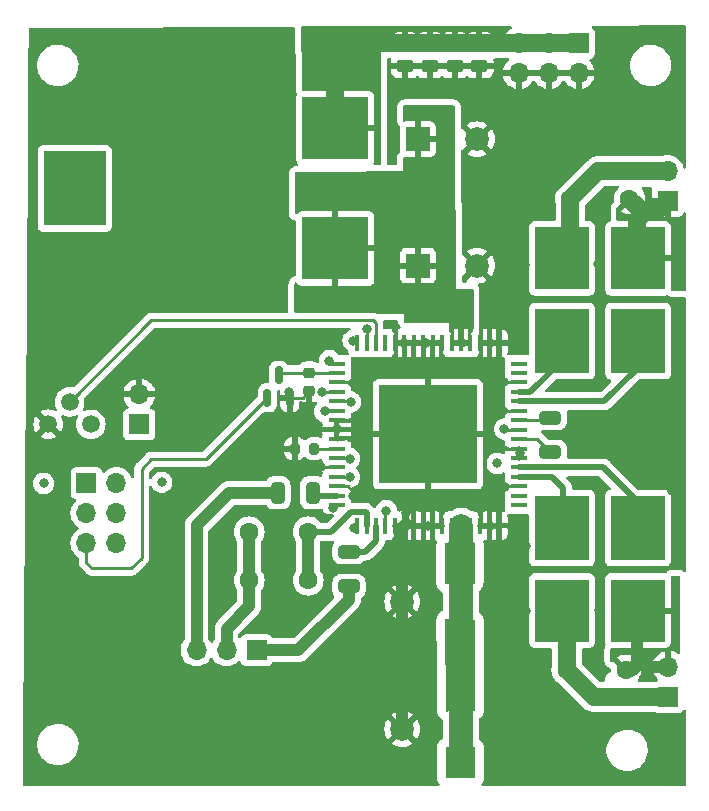
<source format=gtl>
G04 #@! TF.GenerationSoftware,KiCad,Pcbnew,(6.0.1)*
G04 #@! TF.CreationDate,2022-06-09T13:55:52-07:00*
G04 #@! TF.ProjectId,AudioAmpRev1_2,41756469-6f41-46d7-9052-6576315f322e,1.2*
G04 #@! TF.SameCoordinates,Original*
G04 #@! TF.FileFunction,Copper,L1,Top*
G04 #@! TF.FilePolarity,Positive*
%FSLAX46Y46*%
G04 Gerber Fmt 4.6, Leading zero omitted, Abs format (unit mm)*
G04 Created by KiCad (PCBNEW (6.0.1)) date 2022-06-09 13:55:52*
%MOMM*%
%LPD*%
G01*
G04 APERTURE LIST*
G04 Aperture macros list*
%AMRoundRect*
0 Rectangle with rounded corners*
0 $1 Rounding radius*
0 $2 $3 $4 $5 $6 $7 $8 $9 X,Y pos of 4 corners*
0 Add a 4 corners polygon primitive as box body*
4,1,4,$2,$3,$4,$5,$6,$7,$8,$9,$2,$3,0*
0 Add four circle primitives for the rounded corners*
1,1,$1+$1,$2,$3*
1,1,$1+$1,$4,$5*
1,1,$1+$1,$6,$7*
1,1,$1+$1,$8,$9*
0 Add four rect primitives between the rounded corners*
20,1,$1+$1,$2,$3,$4,$5,0*
20,1,$1+$1,$4,$5,$6,$7,0*
20,1,$1+$1,$6,$7,$8,$9,0*
20,1,$1+$1,$8,$9,$2,$3,0*%
G04 Aperture macros list end*
G04 #@! TA.AperFunction,ComponentPad*
%ADD10R,4.550000X5.500000*%
G04 #@! TD*
G04 #@! TA.AperFunction,ComponentPad*
%ADD11R,4.550000X5.300000*%
G04 #@! TD*
G04 #@! TA.AperFunction,ComponentPad*
%ADD12C,1.600000*%
G04 #@! TD*
G04 #@! TA.AperFunction,SMDPad,CuDef*
%ADD13RoundRect,0.200000X-0.200000X-0.275000X0.200000X-0.275000X0.200000X0.275000X-0.200000X0.275000X0*%
G04 #@! TD*
G04 #@! TA.AperFunction,ComponentPad*
%ADD14R,2.000000X2.000000*%
G04 #@! TD*
G04 #@! TA.AperFunction,ComponentPad*
%ADD15C,2.000000*%
G04 #@! TD*
G04 #@! TA.AperFunction,ComponentPad*
%ADD16R,1.700000X1.700000*%
G04 #@! TD*
G04 #@! TA.AperFunction,ComponentPad*
%ADD17O,1.700000X1.700000*%
G04 #@! TD*
G04 #@! TA.AperFunction,SMDPad,CuDef*
%ADD18RoundRect,0.150000X0.150000X-0.587500X0.150000X0.587500X-0.150000X0.587500X-0.150000X-0.587500X0*%
G04 #@! TD*
G04 #@! TA.AperFunction,SMDPad,CuDef*
%ADD19R,1.404099X0.456400*%
G04 #@! TD*
G04 #@! TA.AperFunction,SMDPad,CuDef*
%ADD20R,0.456400X1.404099*%
G04 #@! TD*
G04 #@! TA.AperFunction,HeatsinkPad*
%ADD21C,0.508000*%
G04 #@! TD*
G04 #@! TA.AperFunction,SMDPad,CuDef*
%ADD22R,8.312000X8.312000*%
G04 #@! TD*
G04 #@! TA.AperFunction,ComponentPad*
%ADD23C,0.508000*%
G04 #@! TD*
G04 #@! TA.AperFunction,SMDPad,CuDef*
%ADD24RoundRect,0.250000X0.650000X-0.325000X0.650000X0.325000X-0.650000X0.325000X-0.650000X-0.325000X0*%
G04 #@! TD*
G04 #@! TA.AperFunction,SMDPad,CuDef*
%ADD25RoundRect,0.250000X-0.325000X-0.650000X0.325000X-0.650000X0.325000X0.650000X-0.325000X0.650000X0*%
G04 #@! TD*
G04 #@! TA.AperFunction,SMDPad,CuDef*
%ADD26RoundRect,0.250000X-0.650000X0.325000X-0.650000X-0.325000X0.650000X-0.325000X0.650000X0.325000X0*%
G04 #@! TD*
G04 #@! TA.AperFunction,SMDPad,CuDef*
%ADD27RoundRect,0.250000X-0.475000X0.250000X-0.475000X-0.250000X0.475000X-0.250000X0.475000X0.250000X0*%
G04 #@! TD*
G04 #@! TA.AperFunction,ComponentPad*
%ADD28C,1.498600*%
G04 #@! TD*
G04 #@! TA.AperFunction,SMDPad,CuDef*
%ADD29R,5.588000X5.334000*%
G04 #@! TD*
G04 #@! TA.AperFunction,SMDPad,CuDef*
%ADD30R,5.283200X6.350000*%
G04 #@! TD*
G04 #@! TA.AperFunction,SMDPad,CuDef*
%ADD31RoundRect,0.225000X-0.250000X0.225000X-0.250000X-0.225000X0.250000X-0.225000X0.250000X0.225000X0*%
G04 #@! TD*
G04 #@! TA.AperFunction,ViaPad*
%ADD32C,0.800000*%
G04 #@! TD*
G04 #@! TA.AperFunction,Conductor*
%ADD33C,0.250000*%
G04 #@! TD*
G04 #@! TA.AperFunction,Conductor*
%ADD34C,0.500000*%
G04 #@! TD*
G04 #@! TA.AperFunction,Conductor*
%ADD35C,1.000000*%
G04 #@! TD*
G04 #@! TA.AperFunction,Conductor*
%ADD36C,1.500000*%
G04 #@! TD*
G04 #@! TA.AperFunction,Conductor*
%ADD37C,2.000000*%
G04 #@! TD*
G04 APERTURE END LIST*
D10*
X149125000Y-110170000D03*
D11*
X149125000Y-117170000D03*
X142675000Y-117170000D03*
D10*
X142675000Y-110170000D03*
X142695000Y-94340000D03*
D11*
X142695000Y-87340000D03*
X149145000Y-87340000D03*
D10*
X149145000Y-94340000D03*
D12*
X143400000Y-82300000D03*
X148400000Y-82300000D03*
D13*
X120063917Y-103452499D03*
X121713917Y-103452499D03*
D12*
X116200000Y-114600000D03*
X121200000Y-114600000D03*
D14*
X134167677Y-127200000D03*
D15*
X129167677Y-127200000D03*
D16*
X151630000Y-82475000D03*
D17*
X151630000Y-79935000D03*
D14*
X130489223Y-87957000D03*
D15*
X135489223Y-87957000D03*
D18*
X118700000Y-97262500D03*
X117750000Y-99137500D03*
X119650000Y-99137500D03*
D16*
X144100000Y-69100000D03*
D17*
X144100000Y-71640000D03*
X141560000Y-69100000D03*
X141560000Y-71640000D03*
X139020000Y-69100000D03*
X139020000Y-71640000D03*
D16*
X151700000Y-124475000D03*
D17*
X151700000Y-121935000D03*
D19*
X123611852Y-96252502D03*
X123611852Y-97052500D03*
X123611852Y-97852501D03*
X123611852Y-98652500D03*
X123611852Y-99452501D03*
X123611852Y-100252499D03*
X123611852Y-101052500D03*
X123611852Y-101852501D03*
X123611852Y-102652499D03*
X123611852Y-103452500D03*
X123611852Y-104252499D03*
X123611852Y-105052499D03*
X123611852Y-105852500D03*
X123611852Y-106652499D03*
X123611852Y-107452500D03*
X123611852Y-108252498D03*
D20*
X125337002Y-109977648D03*
X126137000Y-109977648D03*
X126937001Y-109977648D03*
X127737000Y-109977648D03*
X128537001Y-109977648D03*
X129337001Y-109977648D03*
X130137000Y-109977648D03*
X130937001Y-109977648D03*
X131736999Y-109977648D03*
X132537000Y-109977648D03*
X133337001Y-109977648D03*
X134136999Y-109977648D03*
X134937000Y-109977648D03*
X135736999Y-109977648D03*
X136537000Y-109977648D03*
X137336998Y-109977648D03*
D19*
X139062148Y-108252498D03*
X139062148Y-107452500D03*
X139062148Y-106652499D03*
X139062148Y-105852500D03*
X139062148Y-105052499D03*
X139062148Y-104252499D03*
X139062148Y-103452500D03*
X139062148Y-102652499D03*
X139062148Y-101852501D03*
X139062148Y-101052500D03*
X139062148Y-100252499D03*
X139062148Y-99452501D03*
X139062148Y-98652500D03*
X139062148Y-97852501D03*
X139062148Y-97052500D03*
X139062148Y-96252502D03*
D20*
X137336998Y-94527352D03*
X136537000Y-94527352D03*
X135736999Y-94527352D03*
X134937000Y-94527352D03*
X134136999Y-94527352D03*
X133336999Y-94527352D03*
X132537000Y-94527352D03*
X131736999Y-94527352D03*
X130937001Y-94527352D03*
X130137000Y-94527352D03*
X129336999Y-94527352D03*
X128537001Y-94527352D03*
X127737000Y-94527352D03*
X126937001Y-94527352D03*
X126137000Y-94527352D03*
X125337002Y-94527352D03*
D21*
X133305500Y-105008400D03*
D22*
X131331000Y-102246500D03*
D21*
X134880300Y-105008400D03*
X134880300Y-98709200D03*
X132518100Y-105795800D03*
X134092900Y-102646200D03*
X130943300Y-101071400D03*
X130155900Y-98709200D03*
X132518100Y-102646200D03*
X128581100Y-100284000D03*
X127793700Y-102646200D03*
X134880300Y-101858800D03*
X130155900Y-103433600D03*
X127793700Y-99496600D03*
X130943300Y-104221000D03*
X131730700Y-101858800D03*
X134092900Y-99496600D03*
X134092900Y-104221000D03*
X129368500Y-99496600D03*
X129368500Y-101071400D03*
X130155900Y-101858800D03*
X130943300Y-99496600D03*
X132518100Y-99496600D03*
X133305500Y-98709200D03*
X130943300Y-102646200D03*
X131730700Y-100284000D03*
X130155900Y-100284000D03*
X133305500Y-103433600D03*
X128581100Y-105008400D03*
X133305500Y-100284000D03*
X129368500Y-104221000D03*
X131730700Y-105008400D03*
X134092900Y-101071400D03*
X132518100Y-101071400D03*
X131730700Y-98709200D03*
D23*
X128581100Y-101858800D03*
D21*
X129368500Y-105795800D03*
X130943300Y-105795800D03*
X130155900Y-105008400D03*
X134880300Y-100284000D03*
X132518100Y-104221000D03*
X127793700Y-101071400D03*
X128581100Y-103433600D03*
X127793700Y-104221000D03*
X131730700Y-103433600D03*
X134092900Y-105795800D03*
X134880300Y-103433600D03*
X128581100Y-98709200D03*
X127793700Y-105795800D03*
X129368500Y-102646200D03*
X133305500Y-101858800D03*
D24*
X124650000Y-115125000D03*
X124650000Y-112175000D03*
D25*
X118625000Y-107200000D03*
X121575000Y-107200000D03*
D16*
X116825000Y-120525000D03*
D17*
X114285000Y-120525000D03*
X111745000Y-120525000D03*
D16*
X106900000Y-101400000D03*
D17*
X106900000Y-98860000D03*
D12*
X148100000Y-122200000D03*
X143100000Y-122200000D03*
D26*
X141700000Y-100825000D03*
X141700000Y-103775000D03*
D27*
X129400000Y-69200000D03*
X129400000Y-71100000D03*
D14*
X134167677Y-116400000D03*
D15*
X129167677Y-116400000D03*
D28*
X102800000Y-101400000D03*
X101000000Y-99500000D03*
X99200000Y-101400000D03*
D14*
X130489223Y-77257000D03*
D15*
X135489223Y-77257000D03*
D12*
X116200000Y-110500000D03*
X121200000Y-110500000D03*
D27*
X131500000Y-69200000D03*
X131500000Y-71100000D03*
D16*
X102425000Y-106375000D03*
D17*
X104965000Y-106375000D03*
X102425000Y-108915000D03*
X104965000Y-108915000D03*
X102425000Y-111455000D03*
X104965000Y-111455000D03*
D29*
X123500000Y-86500000D03*
X123500000Y-76340000D03*
D30*
X101427400Y-81420000D03*
D31*
X121300000Y-97025000D03*
X121300000Y-98575000D03*
D27*
X133600000Y-69200000D03*
X133600000Y-71100000D03*
X135700000Y-69200000D03*
X135700000Y-71100000D03*
D32*
X137725563Y-100248307D03*
X152000000Y-107000000D03*
X145800000Y-117100000D03*
X139600000Y-121100000D03*
X105000000Y-116000000D03*
X136100000Y-96400000D03*
X139500000Y-129950000D03*
X137810000Y-97850000D03*
X137872876Y-106700000D03*
X104000000Y-69000000D03*
X139600000Y-111700000D03*
X131200000Y-94500000D03*
X132000000Y-108000000D03*
X125100000Y-110200000D03*
X146106227Y-102215719D03*
X139600000Y-123950000D03*
X133600000Y-71100000D03*
X115000000Y-73000000D03*
X136550000Y-94530000D03*
X123600000Y-101800000D03*
X102000000Y-120000000D03*
X131500000Y-71100000D03*
X114991005Y-76994966D03*
X107997294Y-119975673D03*
X145000000Y-76000000D03*
X130000000Y-96400000D03*
X139600000Y-117200000D03*
X126100000Y-105100000D03*
X140000000Y-83000000D03*
X109000000Y-85000000D03*
X114991005Y-84995900D03*
X152000000Y-102350000D03*
X145700000Y-87800000D03*
X132963557Y-96400000D03*
X104000000Y-77000000D03*
X129300000Y-94500000D03*
X151000000Y-130000000D03*
X109000000Y-73000000D03*
X112000000Y-128000000D03*
X99000000Y-89000000D03*
X143000000Y-125000000D03*
X109000000Y-81000000D03*
X99000000Y-116000000D03*
X109000000Y-89000000D03*
X104996355Y-123985776D03*
X109000000Y-69000000D03*
X139590000Y-87872500D03*
X123700000Y-122150000D03*
X139100000Y-103800000D03*
X140000000Y-76000000D03*
X135700000Y-71100000D03*
X120088917Y-103452499D03*
X151000000Y-76000000D03*
X127100000Y-96400000D03*
X125000000Y-107500000D03*
X140000000Y-80000000D03*
X122244742Y-105050965D03*
X145600000Y-106600000D03*
X109000000Y-77000000D03*
X146280000Y-97930000D03*
X136570000Y-109982752D03*
X129500000Y-108900000D03*
X119600000Y-98700000D03*
X123700000Y-127400000D03*
X139500000Y-127000000D03*
X129400000Y-71100000D03*
X131300000Y-109982752D03*
X123300000Y-108500000D03*
X99000000Y-124000000D03*
X115000000Y-81000000D03*
X135000000Y-108000000D03*
X115000000Y-69000000D03*
X104000000Y-89000000D03*
X125000000Y-97900000D03*
X117000000Y-128000000D03*
X143500000Y-108700000D03*
X149000000Y-108900000D03*
X149020000Y-95580000D03*
X143800000Y-95500000D03*
X122600000Y-100300000D03*
X98800000Y-106400000D03*
X108800000Y-106300000D03*
X123000000Y-96000000D03*
X122400000Y-98700000D03*
X126149055Y-93300000D03*
X125000000Y-94300000D03*
X122100000Y-74900000D03*
X122100000Y-77600000D03*
X131500000Y-69100000D03*
X129500000Y-69100000D03*
X125100000Y-74900000D03*
X135700000Y-69100000D03*
X125200000Y-77700000D03*
X133600000Y-69100000D03*
X137200000Y-104700000D03*
X123600000Y-86400000D03*
X130700000Y-85200000D03*
X125500000Y-90500000D03*
X130700000Y-82600000D03*
X134200000Y-121600000D03*
X134200000Y-94500000D03*
X121800000Y-90500000D03*
X121800000Y-87900000D03*
X125500000Y-84800000D03*
X125500000Y-82200000D03*
X134200000Y-124500000D03*
X134400000Y-110000000D03*
X134100000Y-113400000D03*
X130500000Y-90900000D03*
X134200000Y-118900000D03*
X130700000Y-80200000D03*
X130700000Y-75000000D03*
X121800000Y-82200000D03*
X134200000Y-130000000D03*
X141500000Y-86100000D03*
X141400000Y-89000000D03*
X147600000Y-89100000D03*
X147807043Y-86040544D03*
X148000000Y-115600000D03*
X147900000Y-118500000D03*
X141500000Y-118600000D03*
X141600000Y-115500000D03*
X124800000Y-99500000D03*
X124700000Y-104300000D03*
X124700000Y-105870000D03*
X127800000Y-108700000D03*
X137800000Y-101800000D03*
D33*
X126675489Y-92575489D02*
X107924511Y-92575489D01*
X126937001Y-94527352D02*
X126937001Y-92837001D01*
X107924511Y-92575489D02*
X101000000Y-99500000D01*
X126937001Y-92837001D02*
X126675489Y-92575489D01*
X125337002Y-109977648D02*
X125322352Y-109977648D01*
X123611852Y-106652499D02*
X124563901Y-106652499D01*
X137920377Y-106652499D02*
X137872876Y-106700000D01*
X120737500Y-99137500D02*
X121300000Y-98575000D01*
X139057956Y-100248307D02*
X139062148Y-100252499D01*
D34*
X139062148Y-103452500D02*
X139062148Y-104252499D01*
D35*
X129500000Y-109814649D02*
X129337001Y-109977648D01*
D33*
X129000000Y-100700000D02*
X127919751Y-100700000D01*
D35*
X129167677Y-116400000D02*
X129167677Y-127200000D01*
D33*
X137725563Y-100248307D02*
X139057956Y-100248307D01*
X124563901Y-106652499D02*
X125000000Y-107088598D01*
X137810000Y-97850000D02*
X139059647Y-97850000D01*
D35*
X129167677Y-116400000D02*
X129167677Y-110146972D01*
X129167677Y-110146972D02*
X129337001Y-109977648D01*
D33*
X122246276Y-105052499D02*
X122244742Y-105050965D01*
X127919751Y-100700000D02*
X127911852Y-100692101D01*
D34*
X129500000Y-108900000D02*
X129500000Y-109814649D01*
D33*
X123611852Y-102700000D02*
X123611852Y-101100001D01*
X139059647Y-97850000D02*
X139062148Y-97852501D01*
X123611852Y-108252498D02*
X123611852Y-108288148D01*
X123611852Y-105052499D02*
X122246276Y-105052499D01*
X124952501Y-97852501D02*
X125000000Y-97900000D01*
X123611852Y-97852501D02*
X124952501Y-97852501D01*
X125000000Y-107088598D02*
X125000000Y-107500000D01*
D34*
X128537001Y-109977648D02*
X132537000Y-109977648D01*
D33*
X139062148Y-106652499D02*
X137920377Y-106652499D01*
X128537001Y-94500000D02*
X132537000Y-94500000D01*
X135736999Y-94527352D02*
X137336998Y-94527352D01*
X119650000Y-99137500D02*
X120737500Y-99137500D01*
D34*
X135736999Y-110000000D02*
X137336998Y-110000000D01*
D33*
X125322352Y-109977648D02*
X125100000Y-110200000D01*
D34*
X142800000Y-106800000D02*
X142800000Y-110470000D01*
X139062148Y-105852500D02*
X141852500Y-105852500D01*
X141852500Y-105852500D02*
X142800000Y-106800000D01*
X139062148Y-105052499D02*
X146152499Y-105052499D01*
X149000000Y-108900000D02*
X149000000Y-110470000D01*
X149000000Y-107900000D02*
X149000000Y-108900000D01*
X146152499Y-105052499D02*
X149000000Y-107900000D01*
X149020000Y-96680000D02*
X146247499Y-99452501D01*
X149020000Y-95580000D02*
X149020000Y-96680000D01*
X149020000Y-94040000D02*
X149020000Y-95580000D01*
X146247499Y-99452501D02*
X139062148Y-99452501D01*
X140014197Y-98652500D02*
X142820000Y-95846697D01*
X142820000Y-95846697D02*
X142820000Y-94040000D01*
X139062148Y-98652500D02*
X140014197Y-98652500D01*
D33*
X123611852Y-100252499D02*
X122647501Y-100252499D01*
X122647501Y-100252499D02*
X122600000Y-100300000D01*
X123252502Y-96252502D02*
X123000000Y-96000000D01*
X123611852Y-96252502D02*
X123252502Y-96252502D01*
X123611852Y-98652500D02*
X122447500Y-98652500D01*
X122447500Y-98652500D02*
X122400000Y-98700000D01*
X123611852Y-103452500D02*
X121713917Y-103452499D01*
X126137000Y-93312055D02*
X126149055Y-93300000D01*
X126137000Y-94527352D02*
X126137000Y-93312055D01*
X125227352Y-94527352D02*
X125000000Y-94300000D01*
X125337002Y-94527352D02*
X125227352Y-94527352D01*
X123611852Y-97052500D02*
X121327500Y-97052500D01*
X121300000Y-97025000D02*
X118937500Y-97025000D01*
X118937500Y-97025000D02*
X118700000Y-97262500D01*
X121327500Y-97052500D02*
X121300000Y-97025000D01*
X107100000Y-112700000D02*
X107100000Y-105150000D01*
X112537500Y-104350000D02*
X117750000Y-99137500D01*
X106200000Y-113600000D02*
X107100000Y-112700000D01*
X107100000Y-105150000D02*
X107900000Y-104350000D01*
X102900000Y-113600000D02*
X106200000Y-113600000D01*
X102425000Y-113125000D02*
X102900000Y-113600000D01*
X102425000Y-111455000D02*
X102425000Y-113125000D01*
X107900000Y-104350000D02*
X112537500Y-104350000D01*
D36*
X123500000Y-76340000D02*
X123500000Y-70900000D01*
X129500000Y-69100000D02*
X131500000Y-69100000D01*
X133600000Y-69100000D02*
X135700000Y-69100000D01*
X135700000Y-69100000D02*
X144100000Y-69100000D01*
X125300000Y-69100000D02*
X129500000Y-69100000D01*
X123500000Y-70900000D02*
X125300000Y-69100000D01*
X131500000Y-69100000D02*
X133600000Y-69100000D01*
D33*
X134136999Y-129936999D02*
X134200000Y-130000000D01*
X133337001Y-110000000D02*
X134937000Y-110000000D01*
X133336999Y-94527352D02*
X134937000Y-94527352D01*
D37*
X134136999Y-109977648D02*
X134136999Y-129936999D01*
D36*
X143400000Y-86960000D02*
X142820000Y-87540000D01*
X143400000Y-82300000D02*
X143400000Y-86960000D01*
X143400000Y-82300000D02*
X145765000Y-79935000D01*
X145765000Y-79935000D02*
X151630000Y-79935000D01*
X149020000Y-84080000D02*
X149650000Y-83450000D01*
X149650000Y-83450000D02*
X150655000Y-83450000D01*
X149020000Y-87540000D02*
X149020000Y-84080000D01*
X149550000Y-83450000D02*
X148400000Y-82300000D01*
X150655000Y-83450000D02*
X151630000Y-82475000D01*
X149650000Y-83450000D02*
X149550000Y-83450000D01*
D35*
X149350000Y-121550000D02*
X149735000Y-121935000D01*
X149735000Y-121935000D02*
X151700000Y-121935000D01*
X149000000Y-116970000D02*
X149000000Y-121200000D01*
X149000000Y-121200000D02*
X149350000Y-121550000D01*
X148700000Y-122200000D02*
X148100000Y-122200000D01*
X149350000Y-121550000D02*
X148700000Y-122200000D01*
D36*
X143100000Y-122200000D02*
X143100000Y-117270000D01*
X145375000Y-124475000D02*
X143100000Y-122200000D01*
X151700000Y-124475000D02*
X145375000Y-124475000D01*
X143100000Y-117270000D02*
X142800000Y-116970000D01*
D33*
X123611852Y-99452501D02*
X124752501Y-99452501D01*
X124752501Y-99452501D02*
X124800000Y-99500000D01*
X123611852Y-104252499D02*
X124652499Y-104252499D01*
X124652499Y-104252499D02*
X124700000Y-104300000D01*
X123611852Y-105852500D02*
X124682500Y-105852500D01*
X124682500Y-105852500D02*
X124700000Y-105870000D01*
D34*
X121817580Y-107442580D02*
X123601932Y-107442580D01*
X121575000Y-107200000D02*
X121817580Y-107442580D01*
D33*
X126000000Y-108800000D02*
X125994791Y-108805209D01*
D34*
X126137000Y-108937000D02*
X126000000Y-108800000D01*
X126137000Y-109977648D02*
X126137000Y-108937000D01*
X125994791Y-108805209D02*
X124794791Y-108805209D01*
X124794791Y-108805209D02*
X123100000Y-110500000D01*
D35*
X121200000Y-110500000D02*
X121200000Y-114600000D01*
D34*
X123100000Y-110500000D02*
X121200000Y-110500000D01*
X126937001Y-111262999D02*
X126025000Y-112175000D01*
X126025000Y-112175000D02*
X124650000Y-112175000D01*
X126937001Y-109977648D02*
X126937001Y-111262999D01*
D33*
X127737000Y-109977648D02*
X127737000Y-108763000D01*
X127737000Y-108763000D02*
X127800000Y-108700000D01*
X140577499Y-102652499D02*
X141700000Y-103775000D01*
X139062148Y-102652499D02*
X140577499Y-102652499D01*
X137852501Y-101852501D02*
X137800000Y-101800000D01*
X139062148Y-101852501D02*
X137852501Y-101852501D01*
X141472500Y-101052500D02*
X141700000Y-100825000D01*
X139062148Y-101052500D02*
X141472500Y-101052500D01*
D35*
X118625000Y-107200000D02*
X114500000Y-107200000D01*
X111745000Y-109955000D02*
X111745000Y-120525000D01*
X114500000Y-107200000D02*
X111745000Y-109955000D01*
X116200000Y-110500000D02*
X116200000Y-116800000D01*
X114285000Y-120525000D02*
X114285000Y-118715000D01*
X116200000Y-116800000D02*
X114285000Y-118715000D01*
X124650000Y-115125000D02*
X124650000Y-116250000D01*
X120375000Y-120525000D02*
X116825000Y-120525000D01*
X124650000Y-116250000D02*
X120375000Y-120525000D01*
G04 #@! TA.AperFunction,Conductor*
G36*
X153141707Y-67621009D02*
G01*
X153188409Y-67674483D01*
X153200000Y-67727271D01*
X153200000Y-79619322D01*
X153179998Y-79687443D01*
X153126342Y-79733936D01*
X153056068Y-79744040D01*
X152991488Y-79714546D01*
X152952293Y-79651933D01*
X152905326Y-79476647D01*
X152905325Y-79476645D01*
X152903903Y-79471337D01*
X152894199Y-79450526D01*
X152806358Y-79262152D01*
X152806356Y-79262149D01*
X152804035Y-79257171D01*
X152668495Y-79063599D01*
X152501401Y-78896505D01*
X152496893Y-78893348D01*
X152496890Y-78893346D01*
X152312339Y-78764122D01*
X152312337Y-78764121D01*
X152307830Y-78760965D01*
X152302848Y-78758642D01*
X152302843Y-78758639D01*
X152098645Y-78663420D01*
X152098644Y-78663419D01*
X152093663Y-78661097D01*
X152088355Y-78659675D01*
X152088353Y-78659674D01*
X151870723Y-78601361D01*
X151870722Y-78601361D01*
X151865408Y-78599937D01*
X151630000Y-78579341D01*
X151394592Y-78599937D01*
X151389278Y-78601361D01*
X151389277Y-78601361D01*
X151171647Y-78659674D01*
X151171645Y-78659675D01*
X151166337Y-78661097D01*
X151161356Y-78663420D01*
X151161355Y-78663420D01*
X151141465Y-78672695D01*
X151088215Y-78684500D01*
X145855862Y-78684500D01*
X145839415Y-78683422D01*
X145823147Y-78681280D01*
X145823145Y-78681280D01*
X145817578Y-78680547D01*
X145741572Y-78684132D01*
X145736729Y-78684360D01*
X145730793Y-78684500D01*
X145708370Y-78684500D01*
X145689483Y-78686185D01*
X145682548Y-78686804D01*
X145677287Y-78687163D01*
X145594602Y-78691063D01*
X145589139Y-78692314D01*
X145589133Y-78692315D01*
X145577289Y-78695028D01*
X145560355Y-78697710D01*
X145542661Y-78699289D01*
X145537245Y-78700771D01*
X145537243Y-78700771D01*
X145462819Y-78721131D01*
X145457701Y-78722417D01*
X145382479Y-78739645D01*
X145382478Y-78739645D01*
X145377013Y-78740897D01*
X145371859Y-78743095D01*
X145371848Y-78743099D01*
X145360674Y-78747866D01*
X145344484Y-78753505D01*
X145327349Y-78758192D01*
X145252623Y-78793835D01*
X145247843Y-78795993D01*
X145229354Y-78803879D01*
X145171687Y-78828476D01*
X145156829Y-78838236D01*
X145141909Y-78846642D01*
X145125871Y-78854292D01*
X145121318Y-78857563D01*
X145121314Y-78857566D01*
X145058659Y-78902589D01*
X145054310Y-78905579D01*
X144988976Y-78948495D01*
X144988972Y-78948498D01*
X144985116Y-78951031D01*
X144981665Y-78954106D01*
X144964501Y-78969398D01*
X144954214Y-78977640D01*
X144944595Y-78984552D01*
X144940693Y-78988579D01*
X144870714Y-79060791D01*
X144869325Y-79062201D01*
X142790762Y-81140764D01*
X142754920Y-81165862D01*
X142752254Y-81167105D01*
X142752245Y-81167110D01*
X142747266Y-81169432D01*
X142560861Y-81299953D01*
X142399953Y-81460861D01*
X142269432Y-81647266D01*
X142173261Y-81853504D01*
X142114365Y-82073308D01*
X142094532Y-82300000D01*
X142114365Y-82526692D01*
X142115789Y-82532005D01*
X142115789Y-82532007D01*
X142145207Y-82641796D01*
X142149500Y-82674407D01*
X142149500Y-84063501D01*
X142129498Y-84131622D01*
X142075842Y-84178115D01*
X142023500Y-84189501D01*
X140372624Y-84189501D01*
X140369230Y-84189870D01*
X140369224Y-84189870D01*
X140319278Y-84195295D01*
X140319274Y-84195296D01*
X140311420Y-84196149D01*
X140177176Y-84246474D01*
X140169997Y-84251854D01*
X140169994Y-84251856D01*
X140069635Y-84327072D01*
X140062454Y-84332454D01*
X140057072Y-84339635D01*
X139981856Y-84439994D01*
X139981854Y-84439997D01*
X139976474Y-84447176D01*
X139926149Y-84581420D01*
X139919500Y-84642623D01*
X139919501Y-90037376D01*
X139926149Y-90098580D01*
X139976474Y-90232824D01*
X139981854Y-90240003D01*
X139981856Y-90240006D01*
X140057072Y-90340365D01*
X140062454Y-90347546D01*
X140069635Y-90352928D01*
X140169994Y-90428144D01*
X140169997Y-90428146D01*
X140177176Y-90433526D01*
X140250728Y-90461099D01*
X140304025Y-90481079D01*
X140304027Y-90481079D01*
X140311420Y-90483851D01*
X140319270Y-90484704D01*
X140319271Y-90484704D01*
X140369217Y-90490130D01*
X140372623Y-90490500D01*
X142694660Y-90490500D01*
X145017376Y-90490499D01*
X145020770Y-90490130D01*
X145020776Y-90490130D01*
X145070722Y-90484705D01*
X145070726Y-90484704D01*
X145078580Y-90483851D01*
X145212824Y-90433526D01*
X145220003Y-90428146D01*
X145220006Y-90428144D01*
X145320365Y-90352928D01*
X145327546Y-90347546D01*
X145332928Y-90340365D01*
X145408144Y-90240006D01*
X145408146Y-90240003D01*
X145413526Y-90232824D01*
X145463851Y-90098580D01*
X145470500Y-90037377D01*
X145470499Y-84642624D01*
X145463851Y-84581420D01*
X145413526Y-84447176D01*
X145408146Y-84439997D01*
X145408144Y-84439994D01*
X145332928Y-84339635D01*
X145327546Y-84332454D01*
X145320365Y-84327072D01*
X145220006Y-84251856D01*
X145220003Y-84251854D01*
X145212824Y-84246474D01*
X145118505Y-84211116D01*
X145085975Y-84198921D01*
X145085973Y-84198921D01*
X145078580Y-84196149D01*
X145070730Y-84195296D01*
X145070729Y-84195296D01*
X145020774Y-84189869D01*
X145020773Y-84189869D01*
X145017377Y-84189500D01*
X144776500Y-84189500D01*
X144708379Y-84169498D01*
X144661886Y-84115842D01*
X144650500Y-84063500D01*
X144650500Y-82870164D01*
X144670502Y-82802043D01*
X144687405Y-82781069D01*
X146246069Y-81222405D01*
X146308381Y-81188379D01*
X146335164Y-81185500D01*
X147371124Y-81185500D01*
X147439245Y-81205502D01*
X147485738Y-81259158D01*
X147495842Y-81329432D01*
X147466348Y-81394012D01*
X147460219Y-81400595D01*
X147399953Y-81460861D01*
X147269432Y-81647266D01*
X147173261Y-81853504D01*
X147114365Y-82073308D01*
X147094532Y-82300000D01*
X147095011Y-82305475D01*
X147108651Y-82461382D01*
X147094662Y-82530987D01*
X147072225Y-82561459D01*
X146980315Y-82653369D01*
X146903862Y-82751784D01*
X146872061Y-82805381D01*
X146822321Y-82919653D01*
X146802067Y-83060519D01*
X146802067Y-83082975D01*
X146800786Y-83100895D01*
X146800000Y-83106360D01*
X146800000Y-84056001D01*
X146800360Y-84059345D01*
X146800360Y-84059354D01*
X146802544Y-84079667D01*
X146789938Y-84149535D01*
X146741559Y-84201496D01*
X146721495Y-84211116D01*
X146627176Y-84246474D01*
X146619997Y-84251854D01*
X146619994Y-84251856D01*
X146519635Y-84327072D01*
X146512454Y-84332454D01*
X146507072Y-84339635D01*
X146431856Y-84439994D01*
X146431854Y-84439997D01*
X146426474Y-84447176D01*
X146376149Y-84581420D01*
X146369500Y-84642623D01*
X146369501Y-90037376D01*
X146376149Y-90098580D01*
X146426474Y-90232824D01*
X146431854Y-90240003D01*
X146431856Y-90240006D01*
X146507072Y-90340365D01*
X146512454Y-90347546D01*
X146519635Y-90352928D01*
X146619994Y-90428144D01*
X146619997Y-90428146D01*
X146627176Y-90433526D01*
X146700728Y-90461099D01*
X146754025Y-90481079D01*
X146754027Y-90481079D01*
X146761420Y-90483851D01*
X146769270Y-90484704D01*
X146769271Y-90484704D01*
X146819217Y-90490130D01*
X146822623Y-90490500D01*
X149144660Y-90490500D01*
X151467376Y-90490499D01*
X151470770Y-90490130D01*
X151470776Y-90490130D01*
X151520722Y-90484705D01*
X151520726Y-90484704D01*
X151528580Y-90483851D01*
X151575449Y-90466281D01*
X151646255Y-90461099D01*
X151702188Y-90489039D01*
X151708748Y-90494724D01*
X151708751Y-90494726D01*
X151715559Y-90500625D01*
X151723753Y-90504367D01*
X151723756Y-90504369D01*
X151804899Y-90541425D01*
X151845014Y-90559745D01*
X151868768Y-90566720D01*
X151908812Y-90578478D01*
X151908816Y-90578479D01*
X151913135Y-90579747D01*
X151917584Y-90580387D01*
X151917590Y-90580388D01*
X152049552Y-90599361D01*
X152049559Y-90599362D01*
X152054000Y-90600000D01*
X153074000Y-90600000D01*
X153142121Y-90620002D01*
X153188614Y-90673658D01*
X153200000Y-90726000D01*
X153200000Y-113772665D01*
X153179998Y-113840786D01*
X153126342Y-113887279D01*
X153056068Y-113897383D01*
X152991505Y-113867904D01*
X152919158Y-113805238D01*
X152912342Y-113799334D01*
X152841023Y-113766780D01*
X152786975Y-113742110D01*
X152782876Y-113740239D01*
X152778555Y-113738971D01*
X152778552Y-113738970D01*
X152719075Y-113721518D01*
X152719069Y-113721517D01*
X152714752Y-113720250D01*
X152596205Y-113703228D01*
X152578342Y-113700663D01*
X152578340Y-113700663D01*
X152573884Y-113700023D01*
X152471902Y-113700042D01*
X152004335Y-113700128D01*
X151977422Y-113701586D01*
X151952201Y-113702952D01*
X151952187Y-113702953D01*
X151950510Y-113703044D01*
X151948818Y-113703227D01*
X151948812Y-113703228D01*
X151925245Y-113705784D01*
X151925231Y-113705786D01*
X151923543Y-113705969D01*
X151870361Y-113714658D01*
X151737102Y-113764615D01*
X151674847Y-113798744D01*
X151598254Y-113856281D01*
X151582783Y-113867904D01*
X151561055Y-113884226D01*
X151517384Y-113942769D01*
X151497937Y-113968839D01*
X151441174Y-114011481D01*
X151396942Y-114019500D01*
X147097422Y-114019501D01*
X146802624Y-114019501D01*
X146799230Y-114019870D01*
X146799224Y-114019870D01*
X146749278Y-114025295D01*
X146749274Y-114025296D01*
X146741420Y-114026149D01*
X146607176Y-114076474D01*
X146599997Y-114081854D01*
X146599994Y-114081856D01*
X146511043Y-114148522D01*
X146492454Y-114162454D01*
X146487072Y-114169635D01*
X146411856Y-114269994D01*
X146411854Y-114269997D01*
X146406474Y-114277176D01*
X146356149Y-114411420D01*
X146349500Y-114472623D01*
X146349501Y-119867376D01*
X146349870Y-119870770D01*
X146349870Y-119870776D01*
X146350909Y-119880336D01*
X146356149Y-119928580D01*
X146382376Y-119998541D01*
X146383163Y-120000641D01*
X146388346Y-120071448D01*
X146371920Y-120111823D01*
X146370245Y-120114494D01*
X146364420Y-120121367D01*
X146306726Y-120251463D01*
X146305507Y-120255791D01*
X146289150Y-120313851D01*
X146287474Y-120319799D01*
X146268770Y-120460878D01*
X146268819Y-120465372D01*
X146268819Y-120465378D01*
X146273093Y-120854276D01*
X146273093Y-120854277D01*
X146275997Y-121118482D01*
X146279094Y-121400296D01*
X146279235Y-121413133D01*
X146279363Y-121414971D01*
X146279364Y-121414987D01*
X146281742Y-121449036D01*
X146283325Y-121471696D01*
X146287109Y-121500989D01*
X146298034Y-121558664D01*
X146300439Y-121564537D01*
X146300440Y-121564539D01*
X146348561Y-121682026D01*
X146351974Y-121690360D01*
X146354253Y-121694236D01*
X146354254Y-121694238D01*
X146376779Y-121732546D01*
X146387959Y-121751561D01*
X146390772Y-121755080D01*
X146425802Y-121798903D01*
X146476822Y-121862731D01*
X146537648Y-121905321D01*
X146589719Y-121941781D01*
X146589723Y-121941783D01*
X146593400Y-121944358D01*
X146597405Y-121946383D01*
X146597409Y-121946385D01*
X146624314Y-121959986D01*
X146656761Y-121976388D01*
X146661010Y-121977821D01*
X146661015Y-121977823D01*
X146696049Y-121989637D01*
X146715693Y-121996261D01*
X146773849Y-122036982D01*
X146800759Y-122102681D01*
X146800950Y-122126636D01*
X146797121Y-122170408D01*
X146794532Y-122200000D01*
X146795011Y-122205475D01*
X146795011Y-122205486D01*
X146803564Y-122303241D01*
X146789576Y-122372846D01*
X146740177Y-122423838D01*
X146714870Y-122434721D01*
X146690112Y-122442287D01*
X146665240Y-122449888D01*
X146665239Y-122449889D01*
X146656625Y-122452521D01*
X146537755Y-122530774D01*
X146534398Y-122533749D01*
X146534393Y-122533752D01*
X146487982Y-122574870D01*
X146484614Y-122577854D01*
X146392607Y-122686426D01*
X146334914Y-122816522D01*
X146333695Y-122820850D01*
X146333694Y-122820852D01*
X146326116Y-122847753D01*
X146315662Y-122884859D01*
X146296958Y-123025936D01*
X146297007Y-123030430D01*
X146297007Y-123030436D01*
X146297740Y-123097116D01*
X146278488Y-123165452D01*
X146225346Y-123212532D01*
X146171748Y-123224500D01*
X145945164Y-123224500D01*
X145877043Y-123204498D01*
X145856069Y-123187595D01*
X144387405Y-121718931D01*
X144353379Y-121656619D01*
X144350500Y-121629836D01*
X144350500Y-120446499D01*
X144370502Y-120378378D01*
X144424158Y-120331885D01*
X144476500Y-120320499D01*
X144997376Y-120320499D01*
X145000770Y-120320130D01*
X145000776Y-120320130D01*
X145050722Y-120314705D01*
X145050726Y-120314704D01*
X145058580Y-120313851D01*
X145192824Y-120263526D01*
X145200003Y-120258146D01*
X145200006Y-120258144D01*
X145300365Y-120182928D01*
X145307546Y-120177546D01*
X145312928Y-120170365D01*
X145388144Y-120070006D01*
X145388146Y-120070003D01*
X145393526Y-120062824D01*
X145443851Y-119928580D01*
X145450500Y-119867377D01*
X145450499Y-114472624D01*
X145443851Y-114411420D01*
X145393526Y-114277176D01*
X145388146Y-114269997D01*
X145388144Y-114269994D01*
X145312928Y-114169635D01*
X145307546Y-114162454D01*
X145288957Y-114148522D01*
X145200006Y-114081856D01*
X145200003Y-114081854D01*
X145192824Y-114076474D01*
X145103439Y-114042966D01*
X145065975Y-114028921D01*
X145065973Y-114028921D01*
X145058580Y-114026149D01*
X145050730Y-114025296D01*
X145050729Y-114025296D01*
X145000774Y-114019869D01*
X145000773Y-114019869D01*
X144997377Y-114019500D01*
X142675340Y-114019500D01*
X140352624Y-114019501D01*
X140349230Y-114019870D01*
X140349224Y-114019870D01*
X140299278Y-114025295D01*
X140299274Y-114025296D01*
X140291420Y-114026149D01*
X140157176Y-114076474D01*
X140149997Y-114081854D01*
X140149994Y-114081856D01*
X140061043Y-114148522D01*
X140042454Y-114162454D01*
X140037072Y-114169635D01*
X139961856Y-114269994D01*
X139961854Y-114269997D01*
X139956474Y-114277176D01*
X139906149Y-114411420D01*
X139899500Y-114472623D01*
X139899501Y-119867376D01*
X139899870Y-119870770D01*
X139899870Y-119870776D01*
X139900909Y-119880336D01*
X139906149Y-119928580D01*
X139956474Y-120062824D01*
X139961854Y-120070003D01*
X139961856Y-120070006D01*
X140037072Y-120170365D01*
X140042454Y-120177546D01*
X140049635Y-120182928D01*
X140149994Y-120258144D01*
X140149997Y-120258146D01*
X140157176Y-120263526D01*
X140226708Y-120289592D01*
X140284025Y-120311079D01*
X140284027Y-120311079D01*
X140291420Y-120313851D01*
X140299270Y-120314704D01*
X140299271Y-120314704D01*
X140346170Y-120319799D01*
X140352623Y-120320500D01*
X141723500Y-120320500D01*
X141791621Y-120340502D01*
X141838114Y-120394158D01*
X141849500Y-120446500D01*
X141849500Y-121825593D01*
X141845207Y-121858203D01*
X141839190Y-121880659D01*
X141824630Y-121935000D01*
X141814365Y-121973308D01*
X141794532Y-122200000D01*
X141814365Y-122426692D01*
X141815789Y-122432005D01*
X141815789Y-122432007D01*
X141855789Y-122581288D01*
X141873261Y-122646496D01*
X141875583Y-122651476D01*
X141875584Y-122651478D01*
X141949643Y-122810296D01*
X141969432Y-122852734D01*
X142099953Y-123039139D01*
X142260861Y-123200047D01*
X142447266Y-123330568D01*
X142452245Y-123332890D01*
X142452254Y-123332895D01*
X142454920Y-123334138D01*
X142490762Y-123359236D01*
X144426510Y-125294984D01*
X144437377Y-125307374D01*
X144450790Y-125324854D01*
X144503017Y-125372377D01*
X144510676Y-125379346D01*
X144514971Y-125383445D01*
X144530807Y-125399281D01*
X144532960Y-125401081D01*
X144532962Y-125401083D01*
X144550702Y-125415916D01*
X144554669Y-125419376D01*
X144615893Y-125475086D01*
X144630948Y-125484530D01*
X144644806Y-125494599D01*
X144658438Y-125505997D01*
X144663314Y-125508778D01*
X144730337Y-125547008D01*
X144734843Y-125549704D01*
X144804990Y-125593707D01*
X144821479Y-125600335D01*
X144836909Y-125607795D01*
X144852337Y-125616595D01*
X144918226Y-125639928D01*
X144930366Y-125644227D01*
X144935302Y-125646092D01*
X145012105Y-125676966D01*
X145017599Y-125678104D01*
X145017603Y-125678105D01*
X145029497Y-125680568D01*
X145046009Y-125685178D01*
X145062757Y-125691109D01*
X145133963Y-125702769D01*
X145144450Y-125704486D01*
X145149641Y-125705448D01*
X145230690Y-125722233D01*
X145235300Y-125722499D01*
X145235301Y-125722499D01*
X145258262Y-125723823D01*
X145271368Y-125725270D01*
X145277503Y-125726275D01*
X145277510Y-125726276D01*
X145283046Y-125727182D01*
X145288660Y-125727094D01*
X145288662Y-125727094D01*
X145389105Y-125725516D01*
X145391084Y-125725500D01*
X150507791Y-125725500D01*
X150575912Y-125745502D01*
X150583356Y-125750674D01*
X150599994Y-125763144D01*
X150599997Y-125763146D01*
X150607176Y-125768526D01*
X150696561Y-125802034D01*
X150734025Y-125816079D01*
X150734027Y-125816079D01*
X150741420Y-125818851D01*
X150749270Y-125819704D01*
X150749271Y-125819704D01*
X150799217Y-125825130D01*
X150802623Y-125825500D01*
X151699868Y-125825500D01*
X152597376Y-125825499D01*
X152600770Y-125825130D01*
X152600776Y-125825130D01*
X152650722Y-125819705D01*
X152650726Y-125819704D01*
X152658580Y-125818851D01*
X152792824Y-125768526D01*
X152800003Y-125763146D01*
X152800006Y-125763144D01*
X152900365Y-125687928D01*
X152907546Y-125682546D01*
X152973175Y-125594978D01*
X153030033Y-125552464D01*
X153100852Y-125547438D01*
X153163145Y-125581498D01*
X153197135Y-125643829D01*
X153200000Y-125670544D01*
X153200000Y-131874000D01*
X153179998Y-131942121D01*
X153126342Y-131988614D01*
X153074000Y-132000000D01*
X135993251Y-132000000D01*
X135925130Y-131979998D01*
X135878637Y-131926342D01*
X135868533Y-131856068D01*
X135891594Y-131799556D01*
X135973937Y-131687113D01*
X135973937Y-131687112D01*
X135978270Y-131681196D01*
X136045982Y-131520760D01*
X136065808Y-131452588D01*
X136075874Y-131414222D01*
X136095642Y-131241208D01*
X136094373Y-130750327D01*
X136090123Y-129107165D01*
X146447866Y-129107165D01*
X146482952Y-129364970D01*
X146484260Y-129369456D01*
X146484260Y-129369458D01*
X146490521Y-129390937D01*
X146555758Y-129614757D01*
X146664686Y-129851039D01*
X146667246Y-129854944D01*
X146667249Y-129854949D01*
X146804775Y-130064712D01*
X146804779Y-130064717D01*
X146807341Y-130068625D01*
X146891472Y-130162886D01*
X146956842Y-130236126D01*
X146980591Y-130262735D01*
X147180629Y-130429105D01*
X147403061Y-130564080D01*
X147407375Y-130565889D01*
X147407377Y-130565890D01*
X147638686Y-130662886D01*
X147638691Y-130662888D01*
X147643001Y-130664695D01*
X147647533Y-130665846D01*
X147647536Y-130665847D01*
X147772815Y-130697663D01*
X147895177Y-130728739D01*
X148111286Y-130750500D01*
X148266044Y-130750500D01*
X148268369Y-130750327D01*
X148268375Y-130750327D01*
X148454814Y-130736472D01*
X148454818Y-130736471D01*
X148459466Y-130736126D01*
X148713232Y-130678705D01*
X148717586Y-130677012D01*
X148951370Y-130586098D01*
X148951372Y-130586097D01*
X148955723Y-130584405D01*
X148991285Y-130564080D01*
X149039038Y-130536786D01*
X149181612Y-130455299D01*
X149385936Y-130294223D01*
X149564208Y-130104714D01*
X149712511Y-129890937D01*
X149730258Y-129854949D01*
X149825521Y-129661775D01*
X149825522Y-129661772D01*
X149827586Y-129657587D01*
X149906906Y-129409792D01*
X149948728Y-129152994D01*
X149951912Y-128909792D01*
X149952073Y-128897512D01*
X149952073Y-128897509D01*
X149952134Y-128892835D01*
X149917048Y-128635030D01*
X149914574Y-128626540D01*
X149883792Y-128520934D01*
X149844242Y-128385243D01*
X149735314Y-128148961D01*
X149729217Y-128139661D01*
X149595225Y-127935288D01*
X149595221Y-127935283D01*
X149592659Y-127931375D01*
X149419409Y-127737265D01*
X149219371Y-127570895D01*
X148996939Y-127435920D01*
X148986873Y-127431699D01*
X148761314Y-127337114D01*
X148761309Y-127337112D01*
X148756999Y-127335305D01*
X148752467Y-127334154D01*
X148752464Y-127334153D01*
X148627185Y-127302337D01*
X148504823Y-127271261D01*
X148288714Y-127249500D01*
X148133956Y-127249500D01*
X148131631Y-127249673D01*
X148131625Y-127249673D01*
X147945186Y-127263528D01*
X147945182Y-127263529D01*
X147940534Y-127263874D01*
X147686768Y-127321295D01*
X147682416Y-127322987D01*
X147682414Y-127322988D01*
X147448630Y-127413902D01*
X147448628Y-127413903D01*
X147444277Y-127415595D01*
X147440223Y-127417912D01*
X147440221Y-127417913D01*
X147404467Y-127438348D01*
X147218388Y-127544701D01*
X147014064Y-127705777D01*
X146835792Y-127895286D01*
X146746558Y-128023916D01*
X146715362Y-128068885D01*
X146687489Y-128109063D01*
X146685423Y-128113253D01*
X146685421Y-128113256D01*
X146652628Y-128179755D01*
X146572414Y-128342413D01*
X146570992Y-128346856D01*
X146570991Y-128346858D01*
X146565560Y-128363824D01*
X146493094Y-128590208D01*
X146451272Y-128847006D01*
X146447866Y-129107165D01*
X136090123Y-129107165D01*
X136089419Y-128835082D01*
X136089419Y-128835076D01*
X136089410Y-128831730D01*
X136072067Y-128673301D01*
X136060682Y-128621288D01*
X136054976Y-128597140D01*
X135992828Y-128434468D01*
X135894841Y-128290513D01*
X135848348Y-128236857D01*
X135793323Y-128179755D01*
X135719471Y-128125379D01*
X135676475Y-128068885D01*
X135668177Y-128023916D01*
X135668177Y-127197035D01*
X135668176Y-126368613D01*
X135688178Y-126300492D01*
X135723005Y-126264639D01*
X135747185Y-126248087D01*
X135750214Y-126246014D01*
X135772832Y-126226312D01*
X135802488Y-126200481D01*
X135802501Y-126200469D01*
X135803749Y-126199382D01*
X135860700Y-126144217D01*
X135963586Y-126003722D01*
X136031298Y-125843286D01*
X136051124Y-125775114D01*
X136061190Y-125736748D01*
X136062956Y-125721296D01*
X136066301Y-125692016D01*
X136080958Y-125563734D01*
X136080919Y-125548315D01*
X136061487Y-118035085D01*
X136061487Y-118035079D01*
X136061478Y-118031733D01*
X136044134Y-117873300D01*
X136032748Y-117821284D01*
X136027043Y-117797140D01*
X135964895Y-117634468D01*
X135903130Y-117543728D01*
X135868975Y-117493549D01*
X135868971Y-117493544D01*
X135866908Y-117490513D01*
X135820415Y-117436857D01*
X135765390Y-117379755D01*
X135719469Y-117345944D01*
X135676475Y-117289450D01*
X135668177Y-117244482D01*
X135668176Y-115549429D01*
X135688178Y-115481308D01*
X135717080Y-115449768D01*
X135719248Y-115448091D01*
X135722282Y-115446014D01*
X135768278Y-115405949D01*
X135774556Y-115400481D01*
X135774569Y-115400469D01*
X135775817Y-115399382D01*
X135832768Y-115344217D01*
X135935654Y-115203722D01*
X136003366Y-115043286D01*
X136023192Y-114975114D01*
X136033258Y-114936748D01*
X136053026Y-114763734D01*
X136053000Y-114753400D01*
X136050272Y-113698774D01*
X136050272Y-113698505D01*
X136049941Y-112970041D01*
X136049269Y-111491491D01*
X136048164Y-111451127D01*
X136047428Y-111437586D01*
X136038831Y-111358045D01*
X136031662Y-111332866D01*
X136032246Y-111261871D01*
X136071119Y-111202463D01*
X136135940Y-111173501D01*
X136182931Y-111178787D01*
X136183511Y-111176349D01*
X136206443Y-111181802D01*
X136257314Y-111187328D01*
X136264128Y-111187697D01*
X136290685Y-111187697D01*
X136305924Y-111183222D01*
X136307129Y-111181832D01*
X136308800Y-111174149D01*
X136308800Y-111169581D01*
X136765200Y-111169581D01*
X136769675Y-111184820D01*
X136771065Y-111186025D01*
X136778748Y-111187696D01*
X136809869Y-111187696D01*
X136816690Y-111187326D01*
X136867552Y-111181802D01*
X136882807Y-111178175D01*
X136892768Y-111174441D01*
X136963575Y-111169257D01*
X136981230Y-111174441D01*
X136991188Y-111178174D01*
X137006447Y-111181802D01*
X137057312Y-111187328D01*
X137064126Y-111187697D01*
X137090683Y-111187697D01*
X137105922Y-111183222D01*
X137107127Y-111181832D01*
X137108798Y-111174149D01*
X137108798Y-111169581D01*
X137565198Y-111169581D01*
X137569673Y-111184820D01*
X137571063Y-111186025D01*
X137578746Y-111187696D01*
X137609867Y-111187696D01*
X137616688Y-111187326D01*
X137667550Y-111181802D01*
X137682802Y-111178176D01*
X137803252Y-111133021D01*
X137818847Y-111124483D01*
X137920922Y-111047982D01*
X137933483Y-111035421D01*
X138009984Y-110933346D01*
X138018522Y-110917751D01*
X138063676Y-110797303D01*
X138067303Y-110782048D01*
X138072829Y-110731183D01*
X138073198Y-110724369D01*
X138073198Y-110223963D01*
X138068723Y-110208724D01*
X138067333Y-110207519D01*
X138059650Y-110205848D01*
X137583313Y-110205848D01*
X137568074Y-110210323D01*
X137566869Y-110211713D01*
X137565198Y-110219396D01*
X137565198Y-111169581D01*
X137108798Y-111169581D01*
X137108798Y-110223963D01*
X137104323Y-110208724D01*
X137102933Y-110207519D01*
X137095250Y-110205848D01*
X136783315Y-110205848D01*
X136768076Y-110210323D01*
X136766871Y-110211713D01*
X136765200Y-110219396D01*
X136765200Y-111169581D01*
X136308800Y-111169581D01*
X136308800Y-110223963D01*
X136304325Y-110208724D01*
X136302935Y-110207519D01*
X136295252Y-110205848D01*
X135791700Y-110205848D01*
X135723579Y-110185846D01*
X135677086Y-110132190D01*
X135665700Y-110079848D01*
X135665700Y-109731333D01*
X135965199Y-109731333D01*
X135969674Y-109746572D01*
X135971064Y-109747777D01*
X135978747Y-109749448D01*
X136290685Y-109749448D01*
X136305924Y-109744973D01*
X136307129Y-109743583D01*
X136308800Y-109735900D01*
X136308800Y-109731333D01*
X136765200Y-109731333D01*
X136769675Y-109746572D01*
X136771065Y-109747777D01*
X136778748Y-109749448D01*
X137090683Y-109749448D01*
X137105922Y-109744973D01*
X137107127Y-109743583D01*
X137108798Y-109735900D01*
X137108798Y-108785715D01*
X137104323Y-108770476D01*
X137102933Y-108769271D01*
X137095250Y-108767600D01*
X137064129Y-108767600D01*
X137057308Y-108767970D01*
X137006446Y-108773494D01*
X136991191Y-108777121D01*
X136981230Y-108780855D01*
X136910423Y-108786039D01*
X136892768Y-108780855D01*
X136882810Y-108777122D01*
X136867551Y-108773494D01*
X136816686Y-108767968D01*
X136809872Y-108767599D01*
X136783315Y-108767599D01*
X136768076Y-108772074D01*
X136766871Y-108773464D01*
X136765200Y-108781147D01*
X136765200Y-109731333D01*
X136308800Y-109731333D01*
X136308800Y-108785715D01*
X136304325Y-108770476D01*
X136302935Y-108769271D01*
X136295252Y-108767600D01*
X136264131Y-108767600D01*
X136257310Y-108767970D01*
X136206450Y-108773494D01*
X136191199Y-108777120D01*
X136181233Y-108780856D01*
X136110426Y-108786041D01*
X136092770Y-108780857D01*
X136082797Y-108777118D01*
X136067556Y-108773494D01*
X136016685Y-108767968D01*
X136009871Y-108767599D01*
X135983314Y-108767599D01*
X135968075Y-108772074D01*
X135966870Y-108773464D01*
X135965199Y-108781147D01*
X135965199Y-109731333D01*
X135665700Y-109731333D01*
X135665699Y-109231641D01*
X135665699Y-109228223D01*
X135665252Y-109224109D01*
X135659905Y-109174877D01*
X135659904Y-109174873D01*
X135659051Y-109167019D01*
X135608726Y-109032775D01*
X135603346Y-109025596D01*
X135603344Y-109025593D01*
X135533973Y-108933033D01*
X135509125Y-108866527D01*
X135508799Y-108857468D01*
X135508799Y-108785715D01*
X135504324Y-108770476D01*
X135502934Y-108769271D01*
X135495251Y-108767600D01*
X135464130Y-108767600D01*
X135457309Y-108767970D01*
X135406449Y-108773494D01*
X135391189Y-108777122D01*
X135370544Y-108784861D01*
X135299737Y-108790044D01*
X135282093Y-108784863D01*
X135281182Y-108784522D01*
X135281176Y-108784521D01*
X135273780Y-108781748D01*
X135265930Y-108780895D01*
X135265929Y-108780895D01*
X135215974Y-108775468D01*
X135215973Y-108775468D01*
X135212577Y-108775099D01*
X135079215Y-108775099D01*
X135011094Y-108755097D01*
X135001135Y-108747990D01*
X134970209Y-108723566D01*
X134846839Y-108655462D01*
X134758721Y-108606818D01*
X134758717Y-108606816D01*
X134754197Y-108604321D01*
X134749328Y-108602597D01*
X134749324Y-108602595D01*
X134526484Y-108523683D01*
X134526480Y-108523682D01*
X134521609Y-108521957D01*
X134516516Y-108521050D01*
X134516513Y-108521049D01*
X134283782Y-108479593D01*
X134283776Y-108479592D01*
X134278693Y-108478687D01*
X134199323Y-108477717D01*
X134037141Y-108475736D01*
X134037139Y-108475736D01*
X134031971Y-108475673D01*
X133788069Y-108512995D01*
X133553539Y-108589651D01*
X133334678Y-108703583D01*
X133330545Y-108706686D01*
X133330542Y-108706688D01*
X133273043Y-108749860D01*
X133206558Y-108774766D01*
X133197390Y-108775100D01*
X133061425Y-108775100D01*
X133058031Y-108775469D01*
X133058025Y-108775469D01*
X133008079Y-108780894D01*
X133008075Y-108780895D01*
X133000221Y-108781748D01*
X132991911Y-108784863D01*
X132991154Y-108784919D01*
X132985138Y-108786349D01*
X132984907Y-108785376D01*
X132921105Y-108790045D01*
X132903455Y-108784862D01*
X132882805Y-108777121D01*
X132867551Y-108773494D01*
X132816686Y-108767968D01*
X132809872Y-108767599D01*
X132783315Y-108767599D01*
X132768076Y-108772074D01*
X132766871Y-108773464D01*
X132765200Y-108781147D01*
X132765200Y-108857471D01*
X132745198Y-108925592D01*
X132740038Y-108933019D01*
X132665275Y-109032775D01*
X132637376Y-109107197D01*
X132618334Y-109157993D01*
X132614950Y-109167019D01*
X132608301Y-109228222D01*
X132608302Y-109973211D01*
X132608302Y-110079848D01*
X132588300Y-110147969D01*
X132534644Y-110194462D01*
X132482302Y-110205848D01*
X131983314Y-110205848D01*
X131968075Y-110210323D01*
X131966870Y-110211713D01*
X131965199Y-110219396D01*
X131965199Y-111169581D01*
X131969674Y-111184820D01*
X131971064Y-111186025D01*
X131982742Y-111188565D01*
X132045054Y-111222590D01*
X132079080Y-111284901D01*
X132077752Y-111343977D01*
X132070216Y-111372401D01*
X132063890Y-111426526D01*
X132050906Y-111537615D01*
X132050000Y-111545363D01*
X132050000Y-114599761D01*
X132049932Y-114813217D01*
X132054283Y-114894123D01*
X132057207Y-114921151D01*
X132079779Y-115039631D01*
X132145196Y-115201016D01*
X132179325Y-115263272D01*
X132221068Y-115330696D01*
X132336364Y-115461201D01*
X132342362Y-115465433D01*
X132342364Y-115465435D01*
X132475651Y-115559484D01*
X132475660Y-115559489D01*
X132478648Y-115561598D01*
X132541017Y-115595519D01*
X132542510Y-115596231D01*
X132542513Y-115596233D01*
X132545506Y-115597661D01*
X132557126Y-115603206D01*
X132564764Y-115606851D01*
X132617629Y-115654241D01*
X132636499Y-115720567D01*
X132636499Y-117078870D01*
X132616497Y-117146991D01*
X132562841Y-117193484D01*
X132555880Y-117196414D01*
X132524139Y-117208668D01*
X132497514Y-117226928D01*
X132383547Y-117305088D01*
X132383541Y-117305092D01*
X132380528Y-117307159D01*
X132372469Y-117314192D01*
X132328306Y-117352730D01*
X132328291Y-117352744D01*
X132327036Y-117353839D01*
X132270130Y-117409062D01*
X132167373Y-117549652D01*
X132099808Y-117710150D01*
X132080045Y-117778339D01*
X132070016Y-117816708D01*
X132050405Y-117989739D01*
X132062714Y-121510120D01*
X132076993Y-125593707D01*
X132077037Y-125606406D01*
X132077132Y-125608079D01*
X132077132Y-125608088D01*
X132077614Y-125616595D01*
X132081536Y-125685852D01*
X132081720Y-125687522D01*
X132081720Y-125687524D01*
X132081908Y-125689234D01*
X132084458Y-125712395D01*
X132106881Y-125829488D01*
X132109198Y-125835204D01*
X132109199Y-125835207D01*
X132158745Y-125957432D01*
X132172301Y-125990872D01*
X132174059Y-125994078D01*
X132174061Y-125994083D01*
X132190901Y-126024800D01*
X132206431Y-126053127D01*
X132248167Y-126120538D01*
X132363463Y-126251043D01*
X132369461Y-126255275D01*
X132369463Y-126255277D01*
X132502750Y-126349326D01*
X132502759Y-126349331D01*
X132505747Y-126351440D01*
X132567842Y-126385212D01*
X132568116Y-126385361D01*
X132568076Y-126385434D01*
X132619344Y-126433895D01*
X132636499Y-126497367D01*
X132636499Y-127908499D01*
X132616497Y-127976620D01*
X132569215Y-128019982D01*
X132568802Y-128020199D01*
X132561952Y-128022844D01*
X132555901Y-128026994D01*
X132555899Y-128026995D01*
X132421360Y-128119264D01*
X132421354Y-128119268D01*
X132418341Y-128121335D01*
X132397341Y-128139661D01*
X132366109Y-128166915D01*
X132366099Y-128166924D01*
X132364849Y-128168015D01*
X132307945Y-128223235D01*
X132304803Y-128227533D01*
X132304801Y-128227536D01*
X132260799Y-128287739D01*
X132205188Y-128363824D01*
X132137622Y-128524322D01*
X132117858Y-128592513D01*
X132117669Y-128593236D01*
X132117655Y-128593288D01*
X132114028Y-128607165D01*
X132107828Y-128630886D01*
X132107322Y-128635351D01*
X132107321Y-128635356D01*
X132088631Y-128800261D01*
X132088217Y-128803917D01*
X132091878Y-129851039D01*
X132094449Y-130586098D01*
X132096799Y-131258329D01*
X132114639Y-131418337D01*
X132126301Y-131470839D01*
X132132485Y-131496533D01*
X132134010Y-131500464D01*
X132134012Y-131500469D01*
X132141886Y-131520760D01*
X132195484Y-131658878D01*
X132199644Y-131664922D01*
X132199645Y-131664923D01*
X132294224Y-131802317D01*
X132292717Y-131803354D01*
X132316112Y-131862658D01*
X132302322Y-131932303D01*
X132253069Y-131983437D01*
X132190623Y-132000000D01*
X97160123Y-132000000D01*
X97092002Y-131979998D01*
X97045509Y-131926342D01*
X97034127Y-131873036D01*
X97059120Y-128607165D01*
X98247866Y-128607165D01*
X98282952Y-128864970D01*
X98355758Y-129114757D01*
X98464686Y-129351039D01*
X98467246Y-129354944D01*
X98467249Y-129354949D01*
X98604775Y-129564712D01*
X98604779Y-129564717D01*
X98607341Y-129568625D01*
X98780591Y-129762735D01*
X98980629Y-129929105D01*
X99203061Y-130064080D01*
X99207375Y-130065889D01*
X99207377Y-130065890D01*
X99438686Y-130162886D01*
X99438691Y-130162888D01*
X99443001Y-130164695D01*
X99447533Y-130165846D01*
X99447536Y-130165847D01*
X99572815Y-130197663D01*
X99695177Y-130228739D01*
X99911286Y-130250500D01*
X100066044Y-130250500D01*
X100068369Y-130250327D01*
X100068375Y-130250327D01*
X100254814Y-130236472D01*
X100254818Y-130236471D01*
X100259466Y-130236126D01*
X100513232Y-130178705D01*
X100517586Y-130177012D01*
X100751370Y-130086098D01*
X100751372Y-130086097D01*
X100755723Y-130084405D01*
X100783333Y-130068625D01*
X100839038Y-130036786D01*
X100981612Y-129955299D01*
X101185936Y-129794223D01*
X101364208Y-129604714D01*
X101512511Y-129390937D01*
X101523103Y-129369458D01*
X101625521Y-129161775D01*
X101625522Y-129161772D01*
X101627586Y-129157587D01*
X101706906Y-128909792D01*
X101748728Y-128652994D01*
X101751589Y-128434468D01*
X101751613Y-128432670D01*
X128299837Y-128432670D01*
X128305564Y-128440320D01*
X128476719Y-128545205D01*
X128485514Y-128549687D01*
X128695665Y-128636734D01*
X128705050Y-128639783D01*
X128926231Y-128692885D01*
X128935978Y-128694428D01*
X129162747Y-128712275D01*
X129172607Y-128712275D01*
X129399376Y-128694428D01*
X129409123Y-128692885D01*
X129630304Y-128639783D01*
X129639689Y-128636734D01*
X129849840Y-128549687D01*
X129858635Y-128545205D01*
X130026122Y-128442568D01*
X130035584Y-128432110D01*
X130031801Y-128423334D01*
X129180489Y-127572022D01*
X129166545Y-127564408D01*
X129164712Y-127564539D01*
X129158097Y-127568790D01*
X128306597Y-128420290D01*
X128299837Y-128432670D01*
X101751613Y-128432670D01*
X101752073Y-128397512D01*
X101752073Y-128397509D01*
X101752134Y-128392835D01*
X101717048Y-128135030D01*
X101710702Y-128113256D01*
X101670876Y-127976620D01*
X101644242Y-127885243D01*
X101535314Y-127648961D01*
X101506637Y-127605221D01*
X101395225Y-127435288D01*
X101395221Y-127435283D01*
X101392659Y-127431375D01*
X101244079Y-127264905D01*
X101222526Y-127240757D01*
X101222524Y-127240755D01*
X101219409Y-127237265D01*
X101180530Y-127204930D01*
X127655402Y-127204930D01*
X127673249Y-127431699D01*
X127674792Y-127441446D01*
X127727894Y-127662627D01*
X127730943Y-127672012D01*
X127817990Y-127882163D01*
X127822472Y-127890958D01*
X127925109Y-128058445D01*
X127935567Y-128067907D01*
X127944343Y-128064124D01*
X128795655Y-127212812D01*
X128802033Y-127201132D01*
X129532085Y-127201132D01*
X129532216Y-127202965D01*
X129536467Y-127209580D01*
X130387967Y-128061080D01*
X130400347Y-128067840D01*
X130407997Y-128062113D01*
X130512882Y-127890958D01*
X130517364Y-127882163D01*
X130604411Y-127672012D01*
X130607460Y-127662627D01*
X130660562Y-127441446D01*
X130662105Y-127431699D01*
X130679952Y-127204930D01*
X130679952Y-127195070D01*
X130662105Y-126968301D01*
X130660562Y-126958554D01*
X130607460Y-126737373D01*
X130604411Y-126727988D01*
X130517364Y-126517837D01*
X130512882Y-126509042D01*
X130410245Y-126341555D01*
X130399787Y-126332093D01*
X130391011Y-126335876D01*
X129539699Y-127187188D01*
X129532085Y-127201132D01*
X128802033Y-127201132D01*
X128803269Y-127198868D01*
X128803138Y-127197035D01*
X128798887Y-127190420D01*
X127947387Y-126338920D01*
X127935007Y-126332160D01*
X127927357Y-126337887D01*
X127822472Y-126509042D01*
X127817990Y-126517837D01*
X127730943Y-126727988D01*
X127727894Y-126737373D01*
X127674792Y-126958554D01*
X127673249Y-126968301D01*
X127655402Y-127195070D01*
X127655402Y-127204930D01*
X101180530Y-127204930D01*
X101019371Y-127070895D01*
X100796939Y-126935920D01*
X100792623Y-126934110D01*
X100561314Y-126837114D01*
X100561309Y-126837112D01*
X100556999Y-126835305D01*
X100552467Y-126834154D01*
X100552464Y-126834153D01*
X100427185Y-126802337D01*
X100304823Y-126771261D01*
X100088714Y-126749500D01*
X99933956Y-126749500D01*
X99931631Y-126749673D01*
X99931625Y-126749673D01*
X99745186Y-126763528D01*
X99745182Y-126763529D01*
X99740534Y-126763874D01*
X99486768Y-126821295D01*
X99482416Y-126822987D01*
X99482414Y-126822988D01*
X99248630Y-126913902D01*
X99248628Y-126913903D01*
X99244277Y-126915595D01*
X99240223Y-126917912D01*
X99240221Y-126917913D01*
X99204467Y-126938348D01*
X99018388Y-127044701D01*
X98814064Y-127205777D01*
X98635792Y-127395286D01*
X98605919Y-127438348D01*
X98518377Y-127564539D01*
X98487489Y-127609063D01*
X98485423Y-127613253D01*
X98485421Y-127613256D01*
X98465720Y-127653207D01*
X98372414Y-127842413D01*
X98370992Y-127846856D01*
X98370991Y-127846858D01*
X98356580Y-127891878D01*
X98293094Y-128090208D01*
X98251272Y-128347006D01*
X98250127Y-128434468D01*
X98248028Y-128594814D01*
X98247866Y-128607165D01*
X97059120Y-128607165D01*
X97079317Y-125967890D01*
X128299770Y-125967890D01*
X128303553Y-125976666D01*
X129154865Y-126827978D01*
X129168809Y-126835592D01*
X129170642Y-126835461D01*
X129177257Y-126831210D01*
X130028757Y-125979710D01*
X130035517Y-125967330D01*
X130029790Y-125959680D01*
X129858635Y-125854795D01*
X129849840Y-125850313D01*
X129639689Y-125763266D01*
X129630304Y-125760217D01*
X129409123Y-125707115D01*
X129399376Y-125705572D01*
X129172607Y-125687725D01*
X129162747Y-125687725D01*
X128935978Y-125705572D01*
X128926231Y-125707115D01*
X128705050Y-125760217D01*
X128695665Y-125763266D01*
X128485514Y-125850313D01*
X128476719Y-125854795D01*
X128309232Y-125957432D01*
X128299770Y-125967890D01*
X97079317Y-125967890D01*
X97120970Y-120525000D01*
X110389341Y-120525000D01*
X110409937Y-120760408D01*
X110411361Y-120765722D01*
X110411361Y-120765723D01*
X110435089Y-120854276D01*
X110471097Y-120988663D01*
X110473419Y-120993643D01*
X110473420Y-120993645D01*
X110566915Y-121194143D01*
X110570965Y-121202829D01*
X110706505Y-121396401D01*
X110873599Y-121563495D01*
X110878107Y-121566652D01*
X110878110Y-121566654D01*
X111060319Y-121694238D01*
X111067170Y-121699035D01*
X111072152Y-121701358D01*
X111072157Y-121701361D01*
X111276355Y-121796580D01*
X111281337Y-121798903D01*
X111286645Y-121800325D01*
X111286647Y-121800326D01*
X111502654Y-121858204D01*
X111509592Y-121860063D01*
X111745000Y-121880659D01*
X111980408Y-121860063D01*
X111987346Y-121858204D01*
X112203353Y-121800326D01*
X112203355Y-121800325D01*
X112208663Y-121798903D01*
X112213645Y-121796580D01*
X112417843Y-121701361D01*
X112417848Y-121701358D01*
X112422830Y-121699035D01*
X112429681Y-121694238D01*
X112611890Y-121566654D01*
X112611893Y-121566652D01*
X112616401Y-121563495D01*
X112783495Y-121396401D01*
X112911787Y-121213180D01*
X112967244Y-121168851D01*
X113037863Y-121161542D01*
X113101224Y-121193572D01*
X113118212Y-121213179D01*
X113246505Y-121396401D01*
X113413599Y-121563495D01*
X113418107Y-121566652D01*
X113418110Y-121566654D01*
X113600319Y-121694238D01*
X113607170Y-121699035D01*
X113612152Y-121701358D01*
X113612157Y-121701361D01*
X113816355Y-121796580D01*
X113821337Y-121798903D01*
X113826645Y-121800325D01*
X113826647Y-121800326D01*
X114042654Y-121858204D01*
X114049592Y-121860063D01*
X114285000Y-121880659D01*
X114520408Y-121860063D01*
X114527346Y-121858204D01*
X114743353Y-121800326D01*
X114743355Y-121800325D01*
X114748663Y-121798903D01*
X114753645Y-121796580D01*
X114957843Y-121701361D01*
X114957848Y-121701358D01*
X114962830Y-121699035D01*
X114969681Y-121694238D01*
X115151890Y-121566654D01*
X115151893Y-121566652D01*
X115156401Y-121563495D01*
X115276011Y-121443885D01*
X115338323Y-121409859D01*
X115409138Y-121414924D01*
X115465974Y-121457471D01*
X115483088Y-121488751D01*
X115493383Y-121516214D01*
X115526835Y-121605448D01*
X115531474Y-121617824D01*
X115536854Y-121625003D01*
X115536856Y-121625006D01*
X115592756Y-121699592D01*
X115617454Y-121732546D01*
X115624635Y-121737928D01*
X115724994Y-121813144D01*
X115724997Y-121813146D01*
X115732176Y-121818526D01*
X115821561Y-121852034D01*
X115859025Y-121866079D01*
X115859027Y-121866079D01*
X115866420Y-121868851D01*
X115874270Y-121869704D01*
X115874271Y-121869704D01*
X115924217Y-121875130D01*
X115927623Y-121875500D01*
X116824868Y-121875500D01*
X117722376Y-121875499D01*
X117725770Y-121875130D01*
X117725776Y-121875130D01*
X117775722Y-121869705D01*
X117775726Y-121869704D01*
X117783580Y-121868851D01*
X117917824Y-121818526D01*
X117925003Y-121813146D01*
X117925006Y-121813144D01*
X118025365Y-121737928D01*
X118032546Y-121732546D01*
X118057244Y-121699592D01*
X118113144Y-121625006D01*
X118113146Y-121625003D01*
X118118526Y-121617824D01*
X118122482Y-121607270D01*
X118123851Y-121605448D01*
X118125988Y-121601545D01*
X118126551Y-121601853D01*
X118165122Y-121550507D01*
X118231684Y-121525806D01*
X118240464Y-121525500D01*
X120358830Y-121525500D01*
X120362349Y-121525549D01*
X120442271Y-121527782D01*
X120442274Y-121527782D01*
X120448653Y-121527960D01*
X120454938Y-121526852D01*
X120454948Y-121526851D01*
X120508066Y-121517484D01*
X120517208Y-121516215D01*
X120577216Y-121510120D01*
X120604693Y-121501509D01*
X120620479Y-121497662D01*
X120624703Y-121496917D01*
X120642535Y-121493773D01*
X120642541Y-121493771D01*
X120648821Y-121492664D01*
X120704898Y-121470462D01*
X120713601Y-121467380D01*
X120765085Y-121451246D01*
X120765089Y-121451244D01*
X120771172Y-121449338D01*
X120796342Y-121435385D01*
X120811049Y-121428433D01*
X120812303Y-121427937D01*
X120837805Y-121417840D01*
X120888277Y-121384812D01*
X120896181Y-121380044D01*
X120943363Y-121353891D01*
X120943366Y-121353889D01*
X120948944Y-121350797D01*
X120970797Y-121332067D01*
X120983800Y-121322304D01*
X121003835Y-121309193D01*
X121007882Y-121306545D01*
X121011475Y-121303310D01*
X121011479Y-121303307D01*
X121011604Y-121303194D01*
X121012838Y-121302083D01*
X121051750Y-121263171D01*
X121058848Y-121256598D01*
X121103271Y-121218523D01*
X121107416Y-121213180D01*
X121122182Y-121194143D01*
X121132647Y-121182274D01*
X124682250Y-117632670D01*
X128299837Y-117632670D01*
X128305564Y-117640320D01*
X128476719Y-117745205D01*
X128485514Y-117749687D01*
X128695665Y-117836734D01*
X128705050Y-117839783D01*
X128926231Y-117892885D01*
X128935978Y-117894428D01*
X129162747Y-117912275D01*
X129172607Y-117912275D01*
X129399376Y-117894428D01*
X129409123Y-117892885D01*
X129630304Y-117839783D01*
X129639689Y-117836734D01*
X129849840Y-117749687D01*
X129858635Y-117745205D01*
X130026122Y-117642568D01*
X130035584Y-117632110D01*
X130031801Y-117623334D01*
X129180489Y-116772022D01*
X129166545Y-116764408D01*
X129164712Y-116764539D01*
X129158097Y-116768790D01*
X128306597Y-117620290D01*
X128299837Y-117632670D01*
X124682250Y-117632670D01*
X125346013Y-116968907D01*
X125348535Y-116966454D01*
X125406639Y-116911508D01*
X125406640Y-116911507D01*
X125411280Y-116907119D01*
X125445880Y-116857705D01*
X125451450Y-116850340D01*
X125485541Y-116808541D01*
X125485542Y-116808539D01*
X125489573Y-116803597D01*
X125492528Y-116797945D01*
X125492531Y-116797940D01*
X125502908Y-116778090D01*
X125511358Y-116764192D01*
X125524202Y-116745849D01*
X125527863Y-116740621D01*
X125530395Y-116734770D01*
X125530401Y-116734759D01*
X125551819Y-116685264D01*
X125555795Y-116676928D01*
X125580785Y-116629128D01*
X125580788Y-116629120D01*
X125583742Y-116623470D01*
X125591677Y-116595796D01*
X125597158Y-116580489D01*
X125606052Y-116559936D01*
X125608586Y-116554081D01*
X125609890Y-116547837D01*
X125609892Y-116547832D01*
X125620920Y-116495040D01*
X125623138Y-116486076D01*
X125638007Y-116434220D01*
X125639766Y-116428087D01*
X125641548Y-116404930D01*
X127655402Y-116404930D01*
X127673249Y-116631699D01*
X127674792Y-116641446D01*
X127727894Y-116862627D01*
X127730943Y-116872012D01*
X127817990Y-117082163D01*
X127822472Y-117090958D01*
X127925109Y-117258445D01*
X127935567Y-117267907D01*
X127944343Y-117264124D01*
X128795655Y-116412812D01*
X128802033Y-116401132D01*
X129532085Y-116401132D01*
X129532216Y-116402965D01*
X129536467Y-116409580D01*
X130387967Y-117261080D01*
X130400347Y-117267840D01*
X130407997Y-117262113D01*
X130512882Y-117090958D01*
X130517364Y-117082163D01*
X130604411Y-116872012D01*
X130607460Y-116862627D01*
X130660562Y-116641446D01*
X130662105Y-116631699D01*
X130679952Y-116404930D01*
X130679952Y-116395070D01*
X130662105Y-116168301D01*
X130660562Y-116158554D01*
X130607460Y-115937373D01*
X130604411Y-115927988D01*
X130517364Y-115717837D01*
X130512882Y-115709042D01*
X130410245Y-115541555D01*
X130399787Y-115532093D01*
X130391011Y-115535876D01*
X129539699Y-116387188D01*
X129532085Y-116401132D01*
X128802033Y-116401132D01*
X128803269Y-116398868D01*
X128803138Y-116397035D01*
X128798887Y-116390420D01*
X127947387Y-115538920D01*
X127935007Y-115532160D01*
X127927357Y-115537887D01*
X127822472Y-115709042D01*
X127817990Y-115717837D01*
X127730943Y-115927988D01*
X127727894Y-115937373D01*
X127674792Y-116158554D01*
X127673249Y-116168301D01*
X127655402Y-116395070D01*
X127655402Y-116404930D01*
X125641548Y-116404930D01*
X125641974Y-116399388D01*
X125644265Y-116383295D01*
X125650151Y-116355120D01*
X125650500Y-116348461D01*
X125650500Y-116293435D01*
X125650871Y-116283768D01*
X125654871Y-116231789D01*
X125654871Y-116231785D01*
X125655360Y-116225429D01*
X125652299Y-116201203D01*
X125663606Y-116131115D01*
X125711003Y-116078270D01*
X125763119Y-116046020D01*
X125763126Y-116046014D01*
X125769345Y-116042166D01*
X125892984Y-115918311D01*
X125900901Y-115905468D01*
X125950861Y-115824416D01*
X125984814Y-115769334D01*
X126001895Y-115717837D01*
X126037744Y-115609759D01*
X126037745Y-115609757D01*
X126039910Y-115603228D01*
X126050500Y-115499866D01*
X126050500Y-115167890D01*
X128299770Y-115167890D01*
X128303553Y-115176666D01*
X129154865Y-116027978D01*
X129168809Y-116035592D01*
X129170642Y-116035461D01*
X129177257Y-116031210D01*
X130028757Y-115179710D01*
X130035517Y-115167330D01*
X130029790Y-115159680D01*
X129858635Y-115054795D01*
X129849840Y-115050313D01*
X129639689Y-114963266D01*
X129630304Y-114960217D01*
X129409123Y-114907115D01*
X129399376Y-114905572D01*
X129172607Y-114887725D01*
X129162747Y-114887725D01*
X128935978Y-114905572D01*
X128926231Y-114907115D01*
X128705050Y-114960217D01*
X128695665Y-114963266D01*
X128485514Y-115050313D01*
X128476719Y-115054795D01*
X128309232Y-115157432D01*
X128299770Y-115167890D01*
X126050500Y-115167890D01*
X126050500Y-114750134D01*
X126050163Y-114746884D01*
X126040353Y-114652339D01*
X126040352Y-114652335D01*
X126039641Y-114645481D01*
X126024468Y-114600000D01*
X125986574Y-114486419D01*
X125984256Y-114479471D01*
X125892166Y-114330655D01*
X125768311Y-114207016D01*
X125752945Y-114197544D01*
X125696017Y-114162454D01*
X125619334Y-114115186D01*
X125603886Y-114110062D01*
X125459759Y-114062256D01*
X125459757Y-114062255D01*
X125453228Y-114060090D01*
X125349866Y-114049500D01*
X123950134Y-114049500D01*
X123946888Y-114049837D01*
X123946884Y-114049837D01*
X123852339Y-114059647D01*
X123852335Y-114059648D01*
X123845481Y-114060359D01*
X123838945Y-114062540D01*
X123838943Y-114062540D01*
X123712760Y-114104638D01*
X123679471Y-114115744D01*
X123530655Y-114207834D01*
X123525482Y-114213016D01*
X123511099Y-114227424D01*
X123407016Y-114331689D01*
X123315186Y-114480666D01*
X123260090Y-114646772D01*
X123249500Y-114750134D01*
X123249500Y-115499866D01*
X123249837Y-115503112D01*
X123249837Y-115503116D01*
X123259515Y-115596383D01*
X123260359Y-115604519D01*
X123315744Y-115770529D01*
X123407834Y-115919345D01*
X123409328Y-115920837D01*
X123435160Y-115984665D01*
X123421985Y-116054429D01*
X123398871Y-116086208D01*
X119997485Y-119487595D01*
X119935173Y-119521621D01*
X119908390Y-119524500D01*
X118240464Y-119524500D01*
X118172343Y-119504498D01*
X118125850Y-119450842D01*
X118122488Y-119442745D01*
X118118526Y-119432176D01*
X118113146Y-119424997D01*
X118113144Y-119424994D01*
X118037928Y-119324635D01*
X118032546Y-119317454D01*
X118025365Y-119312072D01*
X117925006Y-119236856D01*
X117925003Y-119236854D01*
X117917824Y-119231474D01*
X117828439Y-119197966D01*
X117790975Y-119183921D01*
X117790973Y-119183921D01*
X117783580Y-119181149D01*
X117775730Y-119180296D01*
X117775729Y-119180296D01*
X117725774Y-119174869D01*
X117725773Y-119174869D01*
X117722377Y-119174500D01*
X116825132Y-119174500D01*
X115927624Y-119174501D01*
X115924230Y-119174870D01*
X115924224Y-119174870D01*
X115874278Y-119180295D01*
X115874274Y-119180296D01*
X115866420Y-119181149D01*
X115732176Y-119231474D01*
X115724997Y-119236854D01*
X115724994Y-119236856D01*
X115624635Y-119312072D01*
X115617454Y-119317454D01*
X115612072Y-119324635D01*
X115536856Y-119424994D01*
X115536854Y-119424997D01*
X115531474Y-119432176D01*
X115528325Y-119440576D01*
X115524012Y-119448455D01*
X115522051Y-119447382D01*
X115486843Y-119494253D01*
X115420282Y-119518955D01*
X115350932Y-119503749D01*
X115300813Y-119453464D01*
X115285500Y-119393261D01*
X115285500Y-119181611D01*
X115305502Y-119113490D01*
X115322405Y-119092516D01*
X116896014Y-117518906D01*
X116898536Y-117516453D01*
X116956639Y-117461508D01*
X116956640Y-117461507D01*
X116961280Y-117457119D01*
X116995880Y-117407705D01*
X117001450Y-117400340D01*
X117035541Y-117358541D01*
X117035542Y-117358539D01*
X117039573Y-117353597D01*
X117042528Y-117347945D01*
X117042531Y-117347940D01*
X117052908Y-117328090D01*
X117061358Y-117314192D01*
X117064595Y-117309569D01*
X117077863Y-117290621D01*
X117080395Y-117284770D01*
X117080401Y-117284759D01*
X117101819Y-117235264D01*
X117105795Y-117226928D01*
X117130785Y-117179128D01*
X117130788Y-117179120D01*
X117133742Y-117173470D01*
X117141677Y-117145796D01*
X117147158Y-117130489D01*
X117156052Y-117109936D01*
X117158586Y-117104081D01*
X117159890Y-117097837D01*
X117159892Y-117097832D01*
X117170920Y-117045040D01*
X117173138Y-117036076D01*
X117188007Y-116984220D01*
X117189766Y-116978087D01*
X117191974Y-116949388D01*
X117194265Y-116933295D01*
X117200151Y-116905120D01*
X117200500Y-116898461D01*
X117200500Y-116843435D01*
X117200871Y-116833768D01*
X117204871Y-116781789D01*
X117204871Y-116781785D01*
X117205360Y-116775429D01*
X117201494Y-116744827D01*
X117200500Y-116729035D01*
X117200500Y-115478219D01*
X117223285Y-115405951D01*
X117330568Y-115252734D01*
X117356266Y-115197626D01*
X117424416Y-115051478D01*
X117424417Y-115051476D01*
X117426739Y-115046496D01*
X117428542Y-115039769D01*
X117484211Y-114832007D01*
X117484211Y-114832005D01*
X117485635Y-114826692D01*
X117505468Y-114600000D01*
X119894532Y-114600000D01*
X119914365Y-114826692D01*
X119915789Y-114832005D01*
X119915789Y-114832007D01*
X119971459Y-115039769D01*
X119973261Y-115046496D01*
X119975583Y-115051476D01*
X119975584Y-115051478D01*
X120043735Y-115197626D01*
X120069432Y-115252734D01*
X120199953Y-115439139D01*
X120360861Y-115600047D01*
X120547266Y-115730568D01*
X120552244Y-115732889D01*
X120552247Y-115732891D01*
X120646324Y-115776760D01*
X120753504Y-115826739D01*
X120758812Y-115828161D01*
X120758814Y-115828162D01*
X120967993Y-115884211D01*
X120967995Y-115884211D01*
X120973308Y-115885635D01*
X121200000Y-115905468D01*
X121426692Y-115885635D01*
X121432005Y-115884211D01*
X121432007Y-115884211D01*
X121641186Y-115828162D01*
X121641188Y-115828161D01*
X121646496Y-115826739D01*
X121753676Y-115776760D01*
X121847753Y-115732891D01*
X121847756Y-115732889D01*
X121852734Y-115730568D01*
X122039139Y-115600047D01*
X122200047Y-115439139D01*
X122330568Y-115252734D01*
X122356266Y-115197626D01*
X122424416Y-115051478D01*
X122424417Y-115051476D01*
X122426739Y-115046496D01*
X122428542Y-115039769D01*
X122484211Y-114832007D01*
X122484211Y-114832005D01*
X122485635Y-114826692D01*
X122505468Y-114600000D01*
X122485635Y-114373308D01*
X122472820Y-114325482D01*
X122428162Y-114158814D01*
X122428161Y-114158812D01*
X122426739Y-114153504D01*
X122424416Y-114148522D01*
X122332891Y-113952247D01*
X122332889Y-113952244D01*
X122330568Y-113947266D01*
X122223285Y-113794049D01*
X122200500Y-113721781D01*
X122200500Y-111378220D01*
X122223277Y-111305964D01*
X122224481Y-111304244D01*
X122279932Y-111259907D01*
X122327704Y-111250500D01*
X123033546Y-111250500D01*
X123052496Y-111251933D01*
X123066396Y-111254048D01*
X123066400Y-111254048D01*
X123073630Y-111255148D01*
X123080922Y-111254555D01*
X123080925Y-111254555D01*
X123125675Y-111250915D01*
X123135889Y-111250500D01*
X123143822Y-111250500D01*
X123153118Y-111249416D01*
X123171736Y-111247246D01*
X123176111Y-111246813D01*
X123202686Y-111244651D01*
X123248059Y-111240961D01*
X123248060Y-111240961D01*
X123315784Y-111246963D01*
X123371888Y-111290470D01*
X123395564Y-111357403D01*
X123377010Y-111430368D01*
X123315186Y-111530666D01*
X123312881Y-111537614D01*
X123312881Y-111537615D01*
X123264019Y-111684928D01*
X123260090Y-111696772D01*
X123249500Y-111800134D01*
X123249500Y-112549866D01*
X123249837Y-112553112D01*
X123249837Y-112553116D01*
X123257715Y-112629035D01*
X123260359Y-112654519D01*
X123262540Y-112661055D01*
X123262540Y-112661057D01*
X123297548Y-112765988D01*
X123315744Y-112820529D01*
X123407834Y-112969345D01*
X123531689Y-113092984D01*
X123537919Y-113096824D01*
X123537920Y-113096825D01*
X123553908Y-113106680D01*
X123680666Y-113184814D01*
X123687614Y-113187119D01*
X123687615Y-113187119D01*
X123840241Y-113237744D01*
X123840243Y-113237745D01*
X123846772Y-113239910D01*
X123950134Y-113250500D01*
X125349866Y-113250500D01*
X125353112Y-113250163D01*
X125353116Y-113250163D01*
X125447661Y-113240353D01*
X125447665Y-113240352D01*
X125454519Y-113239641D01*
X125461055Y-113237460D01*
X125461057Y-113237460D01*
X125613581Y-113186574D01*
X125620529Y-113184256D01*
X125769345Y-113092166D01*
X125892984Y-112968311D01*
X125894717Y-112970041D01*
X125943141Y-112935712D01*
X125988497Y-112928946D01*
X125991394Y-112929047D01*
X125998630Y-112930148D01*
X126005922Y-112929555D01*
X126005926Y-112929555D01*
X126050675Y-112925915D01*
X126060889Y-112925500D01*
X126068822Y-112925500D01*
X126078145Y-112924413D01*
X126096736Y-112922246D01*
X126101111Y-112921813D01*
X126131274Y-112919360D01*
X126173059Y-112915961D01*
X126180021Y-112913706D01*
X126185816Y-112912548D01*
X126191558Y-112911191D01*
X126198828Y-112910343D01*
X126266736Y-112885694D01*
X126270864Y-112884277D01*
X126332583Y-112864283D01*
X126332585Y-112864282D01*
X126339546Y-112862027D01*
X126345800Y-112858232D01*
X126351179Y-112855769D01*
X126356455Y-112853127D01*
X126363331Y-112850631D01*
X126423709Y-112811046D01*
X126427419Y-112808705D01*
X126484361Y-112774152D01*
X126484368Y-112774147D01*
X126489160Y-112771239D01*
X126497452Y-112763915D01*
X126497474Y-112763940D01*
X126500569Y-112761194D01*
X126503563Y-112758691D01*
X126509685Y-112754677D01*
X126562384Y-112699047D01*
X126564761Y-112696606D01*
X127420690Y-111840677D01*
X127435103Y-111828290D01*
X127446426Y-111819958D01*
X127446430Y-111819954D01*
X127452325Y-111815616D01*
X127486152Y-111775799D01*
X127493072Y-111768295D01*
X127498671Y-111762696D01*
X127516115Y-111740648D01*
X127518884Y-111737272D01*
X127560893Y-111687824D01*
X127560895Y-111687821D01*
X127565633Y-111682244D01*
X127568961Y-111675725D01*
X127572236Y-111670815D01*
X127575337Y-111665795D01*
X127579882Y-111660050D01*
X127610448Y-111594650D01*
X127612376Y-111590704D01*
X127637390Y-111541717D01*
X127645220Y-111526383D01*
X127646959Y-111519274D01*
X127649018Y-111513739D01*
X127650884Y-111508131D01*
X127653980Y-111501506D01*
X127663654Y-111455000D01*
X127665727Y-111445030D01*
X127668685Y-111430811D01*
X127669655Y-111426526D01*
X127682899Y-111372401D01*
X127686816Y-111356393D01*
X127687501Y-111345351D01*
X127687532Y-111345353D01*
X127687781Y-111341229D01*
X127688129Y-111337328D01*
X127689618Y-111330169D01*
X127689343Y-111320022D01*
X127689062Y-111309602D01*
X127707216Y-111240966D01*
X127759595Y-111193040D01*
X127815015Y-111180197D01*
X128004090Y-111180196D01*
X128012576Y-111180196D01*
X128015970Y-111179827D01*
X128015976Y-111179827D01*
X128065922Y-111174402D01*
X128065926Y-111174401D01*
X128073780Y-111173548D01*
X128082090Y-111170433D01*
X128082847Y-111170377D01*
X128088863Y-111168947D01*
X128089094Y-111169920D01*
X128152896Y-111165251D01*
X128170546Y-111170434D01*
X128191196Y-111178175D01*
X128206450Y-111181802D01*
X128257315Y-111187328D01*
X128264129Y-111187697D01*
X128290686Y-111187697D01*
X128305925Y-111183222D01*
X128307130Y-111181832D01*
X128308801Y-111174149D01*
X128308801Y-111169581D01*
X128765201Y-111169581D01*
X128769676Y-111184820D01*
X128771066Y-111186025D01*
X128778749Y-111187696D01*
X128809870Y-111187696D01*
X128816691Y-111187326D01*
X128867551Y-111181802D01*
X128882807Y-111178175D01*
X128892774Y-111174439D01*
X128963582Y-111169258D01*
X128981228Y-111174439D01*
X128991200Y-111178177D01*
X129006444Y-111181802D01*
X129057315Y-111187328D01*
X129064129Y-111187697D01*
X129090686Y-111187697D01*
X129105925Y-111183222D01*
X129107130Y-111181832D01*
X129108801Y-111174149D01*
X129108801Y-111169581D01*
X129565201Y-111169581D01*
X129569676Y-111184820D01*
X129571066Y-111186025D01*
X129578749Y-111187696D01*
X129609870Y-111187696D01*
X129616691Y-111187326D01*
X129667551Y-111181802D01*
X129682808Y-111178175D01*
X129692771Y-111174440D01*
X129763578Y-111169257D01*
X129781229Y-111174440D01*
X129791191Y-111178175D01*
X129806449Y-111181802D01*
X129857314Y-111187328D01*
X129864128Y-111187697D01*
X129890685Y-111187697D01*
X129905924Y-111183222D01*
X129907129Y-111181832D01*
X129908800Y-111174149D01*
X129908800Y-111169581D01*
X130365200Y-111169581D01*
X130369675Y-111184820D01*
X130371065Y-111186025D01*
X130378748Y-111187696D01*
X130409869Y-111187696D01*
X130416690Y-111187326D01*
X130467550Y-111181802D01*
X130482803Y-111178176D01*
X130492771Y-111174439D01*
X130563578Y-111169256D01*
X130581234Y-111174440D01*
X130591205Y-111178178D01*
X130606444Y-111181802D01*
X130657315Y-111187328D01*
X130664129Y-111187697D01*
X130690686Y-111187697D01*
X130705925Y-111183222D01*
X130707130Y-111181832D01*
X130708801Y-111174149D01*
X130708801Y-111169581D01*
X131165201Y-111169581D01*
X131169676Y-111184820D01*
X131171066Y-111186025D01*
X131178749Y-111187696D01*
X131209870Y-111187696D01*
X131216691Y-111187326D01*
X131267553Y-111181802D01*
X131282808Y-111178175D01*
X131292769Y-111174441D01*
X131363576Y-111169257D01*
X131381231Y-111174441D01*
X131391189Y-111178174D01*
X131406448Y-111181802D01*
X131457313Y-111187328D01*
X131464127Y-111187697D01*
X131490684Y-111187697D01*
X131505923Y-111183222D01*
X131507128Y-111181832D01*
X131508799Y-111174149D01*
X131508799Y-110223963D01*
X131504324Y-110208724D01*
X131502934Y-110207519D01*
X131495251Y-110205848D01*
X131183316Y-110205848D01*
X131168077Y-110210323D01*
X131166872Y-110211713D01*
X131165201Y-110219396D01*
X131165201Y-111169581D01*
X130708801Y-111169581D01*
X130708801Y-110223963D01*
X130704326Y-110208724D01*
X130702936Y-110207519D01*
X130695253Y-110205848D01*
X130383315Y-110205848D01*
X130368076Y-110210323D01*
X130366871Y-110211713D01*
X130365200Y-110219396D01*
X130365200Y-111169581D01*
X129908800Y-111169581D01*
X129908800Y-110223963D01*
X129904325Y-110208724D01*
X129902935Y-110207519D01*
X129895252Y-110205848D01*
X129583316Y-110205848D01*
X129568077Y-110210323D01*
X129566872Y-110211713D01*
X129565201Y-110219396D01*
X129565201Y-111169581D01*
X129108801Y-111169581D01*
X129108801Y-110223963D01*
X129104326Y-110208724D01*
X129102936Y-110207519D01*
X129095253Y-110205848D01*
X128783316Y-110205848D01*
X128768077Y-110210323D01*
X128766872Y-110211713D01*
X128765201Y-110219396D01*
X128765201Y-111169581D01*
X128308801Y-111169581D01*
X128308801Y-111097825D01*
X128328803Y-111029704D01*
X128333963Y-111022277D01*
X128408726Y-110922521D01*
X128450477Y-110811149D01*
X128456279Y-110795672D01*
X128456279Y-110795670D01*
X128459051Y-110788277D01*
X128465700Y-110727074D01*
X128465699Y-109875447D01*
X128485701Y-109807327D01*
X128539357Y-109760834D01*
X128591699Y-109749448D01*
X129090686Y-109749448D01*
X129105925Y-109744973D01*
X129107130Y-109743583D01*
X129108801Y-109735900D01*
X129108801Y-109731333D01*
X129565201Y-109731333D01*
X129569676Y-109746572D01*
X129571066Y-109747777D01*
X129578749Y-109749448D01*
X129890685Y-109749448D01*
X129905924Y-109744973D01*
X129907129Y-109743583D01*
X129908800Y-109735900D01*
X129908800Y-109731333D01*
X130365200Y-109731333D01*
X130369675Y-109746572D01*
X130371065Y-109747777D01*
X130378748Y-109749448D01*
X130690686Y-109749448D01*
X130705925Y-109744973D01*
X130707130Y-109743583D01*
X130708801Y-109735900D01*
X130708801Y-109731333D01*
X131165201Y-109731333D01*
X131169676Y-109746572D01*
X131171066Y-109747777D01*
X131178749Y-109749448D01*
X131490684Y-109749448D01*
X131505923Y-109744973D01*
X131507128Y-109743583D01*
X131508799Y-109735900D01*
X131508799Y-109731333D01*
X131965199Y-109731333D01*
X131969674Y-109746572D01*
X131971064Y-109747777D01*
X131978747Y-109749448D01*
X132290685Y-109749448D01*
X132305924Y-109744973D01*
X132307129Y-109743583D01*
X132308800Y-109735900D01*
X132308800Y-108785715D01*
X132304325Y-108770476D01*
X132302935Y-108769271D01*
X132295252Y-108767600D01*
X132264131Y-108767600D01*
X132257310Y-108767970D01*
X132206450Y-108773494D01*
X132191199Y-108777120D01*
X132181233Y-108780856D01*
X132110426Y-108786041D01*
X132092770Y-108780857D01*
X132082797Y-108777118D01*
X132067556Y-108773494D01*
X132016685Y-108767968D01*
X132009871Y-108767599D01*
X131983314Y-108767599D01*
X131968075Y-108772074D01*
X131966870Y-108773464D01*
X131965199Y-108781147D01*
X131965199Y-109731333D01*
X131508799Y-109731333D01*
X131508799Y-108785715D01*
X131504324Y-108770476D01*
X131502934Y-108769271D01*
X131495251Y-108767600D01*
X131464130Y-108767600D01*
X131457309Y-108767970D01*
X131406447Y-108773494D01*
X131391192Y-108777121D01*
X131381231Y-108780855D01*
X131310424Y-108786039D01*
X131292769Y-108780855D01*
X131282811Y-108777122D01*
X131267552Y-108773494D01*
X131216687Y-108767968D01*
X131209873Y-108767599D01*
X131183316Y-108767599D01*
X131168077Y-108772074D01*
X131166872Y-108773464D01*
X131165201Y-108781147D01*
X131165201Y-109731333D01*
X130708801Y-109731333D01*
X130708801Y-108785715D01*
X130704326Y-108770476D01*
X130702936Y-108769271D01*
X130695253Y-108767600D01*
X130664132Y-108767600D01*
X130657311Y-108767970D01*
X130606451Y-108773494D01*
X130591200Y-108777120D01*
X130581234Y-108780856D01*
X130510427Y-108786041D01*
X130492771Y-108780857D01*
X130482798Y-108777118D01*
X130467557Y-108773494D01*
X130416686Y-108767968D01*
X130409872Y-108767599D01*
X130383315Y-108767599D01*
X130368076Y-108772074D01*
X130366871Y-108773464D01*
X130365200Y-108781147D01*
X130365200Y-109731333D01*
X129908800Y-109731333D01*
X129908800Y-108785715D01*
X129904325Y-108770476D01*
X129902935Y-108769271D01*
X129895252Y-108767600D01*
X129864131Y-108767600D01*
X129857310Y-108767970D01*
X129806448Y-108773494D01*
X129791193Y-108777121D01*
X129781229Y-108780856D01*
X129710422Y-108786039D01*
X129692771Y-108780856D01*
X129682803Y-108777119D01*
X129667558Y-108773494D01*
X129616687Y-108767968D01*
X129609873Y-108767599D01*
X129583316Y-108767599D01*
X129568077Y-108772074D01*
X129566872Y-108773464D01*
X129565201Y-108781147D01*
X129565201Y-109731333D01*
X129108801Y-109731333D01*
X129108801Y-108785715D01*
X129104326Y-108770476D01*
X129102936Y-108769271D01*
X129095253Y-108767600D01*
X129064132Y-108767600D01*
X129057311Y-108767970D01*
X129006451Y-108773494D01*
X128991195Y-108777121D01*
X128981228Y-108780857D01*
X128910420Y-108786038D01*
X128892774Y-108780857D01*
X128882802Y-108777119D01*
X128867558Y-108773494D01*
X128813290Y-108767599D01*
X128813457Y-108766059D01*
X128752312Y-108744434D01*
X128708802Y-108688333D01*
X128700779Y-108655462D01*
X128686364Y-108518307D01*
X128686364Y-108518305D01*
X128685674Y-108511744D01*
X128627179Y-108331716D01*
X128532533Y-108167784D01*
X128428385Y-108052116D01*
X128410286Y-108032015D01*
X128410284Y-108032014D01*
X128405871Y-108027112D01*
X128263934Y-107923989D01*
X128258072Y-107919730D01*
X128258071Y-107919729D01*
X128252730Y-107915849D01*
X128079803Y-107838856D01*
X127981788Y-107818022D01*
X127901103Y-107800872D01*
X127901099Y-107800872D01*
X127894646Y-107799500D01*
X127705354Y-107799500D01*
X127698901Y-107800872D01*
X127698897Y-107800872D01*
X127618212Y-107818022D01*
X127520197Y-107838856D01*
X127347270Y-107915849D01*
X127341929Y-107919729D01*
X127341928Y-107919730D01*
X127336066Y-107923989D01*
X127194129Y-108027112D01*
X127189716Y-108032014D01*
X127189714Y-108032015D01*
X127171615Y-108052116D01*
X127067467Y-108167784D01*
X126972821Y-108331716D01*
X126943056Y-108423323D01*
X126902982Y-108481928D01*
X126837585Y-108509565D01*
X126767629Y-108497458D01*
X126728779Y-108467791D01*
X126725908Y-108464540D01*
X126725933Y-108464518D01*
X126723194Y-108461431D01*
X126720691Y-108458437D01*
X126716677Y-108452315D01*
X126661047Y-108399616D01*
X126658606Y-108397239D01*
X126499697Y-108238330D01*
X126496828Y-108236060D01*
X126496820Y-108236053D01*
X126405219Y-108163581D01*
X126397051Y-108157119D01*
X126390420Y-108154020D01*
X126390417Y-108154018D01*
X126245139Y-108086120D01*
X126245135Y-108086119D01*
X126238507Y-108083021D01*
X126067169Y-108047382D01*
X125892228Y-108052116D01*
X125886635Y-108053599D01*
X125871145Y-108054709D01*
X124943481Y-108054709D01*
X124875360Y-108034707D01*
X124828867Y-107981051D01*
X124818218Y-107942313D01*
X124816006Y-107921948D01*
X124812380Y-107906695D01*
X124804638Y-107886044D01*
X124799455Y-107815237D01*
X124804639Y-107797585D01*
X124807752Y-107789280D01*
X124810982Y-107759553D01*
X124814032Y-107731474D01*
X124814032Y-107731473D01*
X124814401Y-107728077D01*
X124814400Y-107176924D01*
X124814031Y-107173524D01*
X124808606Y-107123578D01*
X124808605Y-107123574D01*
X124807752Y-107115720D01*
X124804976Y-107108314D01*
X124804636Y-107107406D01*
X124804581Y-107106650D01*
X124803151Y-107100637D01*
X124804124Y-107100406D01*
X124799456Y-107036598D01*
X124804639Y-107018951D01*
X124812379Y-106998305D01*
X124816006Y-106983050D01*
X124821532Y-106932185D01*
X124821901Y-106925371D01*
X124821901Y-106866740D01*
X124841903Y-106798619D01*
X124895559Y-106752126D01*
X124921705Y-106743493D01*
X124973340Y-106732518D01*
X124973342Y-106732517D01*
X124979803Y-106731144D01*
X125152730Y-106654151D01*
X125173331Y-106639184D01*
X125300532Y-106546767D01*
X125305871Y-106542888D01*
X125313408Y-106534518D01*
X125392057Y-106447169D01*
X126667001Y-106447169D01*
X126667371Y-106453990D01*
X126672895Y-106504852D01*
X126676521Y-106520104D01*
X126721676Y-106640554D01*
X126730214Y-106656149D01*
X126806715Y-106758224D01*
X126819276Y-106770785D01*
X126921351Y-106847286D01*
X126936946Y-106855824D01*
X127057394Y-106900978D01*
X127072649Y-106904605D01*
X127123514Y-106910131D01*
X127130328Y-106910500D01*
X131058885Y-106910500D01*
X131074124Y-106906025D01*
X131075329Y-106904635D01*
X131077000Y-106896952D01*
X131077000Y-106892384D01*
X131585000Y-106892384D01*
X131589475Y-106907623D01*
X131590865Y-106908828D01*
X131598548Y-106910499D01*
X135531669Y-106910499D01*
X135538490Y-106910129D01*
X135589352Y-106904605D01*
X135604604Y-106900979D01*
X135725054Y-106855824D01*
X135740649Y-106847286D01*
X135842724Y-106770785D01*
X135855285Y-106758224D01*
X135931786Y-106656149D01*
X135940324Y-106640554D01*
X135985478Y-106520106D01*
X135989105Y-106504851D01*
X135994631Y-106453986D01*
X135995000Y-106447172D01*
X135995000Y-104700000D01*
X136294540Y-104700000D01*
X136295230Y-104706565D01*
X136313429Y-104879718D01*
X136314326Y-104888256D01*
X136372821Y-105068284D01*
X136376124Y-105074006D01*
X136376125Y-105074007D01*
X136433613Y-105173579D01*
X136467467Y-105232216D01*
X136471885Y-105237123D01*
X136471886Y-105237124D01*
X136564877Y-105340400D01*
X136594129Y-105372888D01*
X136599468Y-105376767D01*
X136740460Y-105479203D01*
X136747270Y-105484151D01*
X136920197Y-105561144D01*
X137010508Y-105580340D01*
X137098897Y-105599128D01*
X137098901Y-105599128D01*
X137105354Y-105600500D01*
X137294646Y-105600500D01*
X137301099Y-105599128D01*
X137301103Y-105599128D01*
X137389492Y-105580340D01*
X137479803Y-105561144D01*
X137652730Y-105484151D01*
X137658072Y-105480270D01*
X137658074Y-105480269D01*
X137659541Y-105479203D01*
X137660533Y-105478849D01*
X137663793Y-105476967D01*
X137664137Y-105477563D01*
X137726409Y-105455346D01*
X137795561Y-105471429D01*
X137845039Y-105522344D01*
X137859599Y-105581141D01*
X137859600Y-106128076D01*
X137859969Y-106131470D01*
X137859969Y-106131476D01*
X137865395Y-106181429D01*
X137866248Y-106189280D01*
X137869018Y-106196670D01*
X137869021Y-106196681D01*
X137869363Y-106197593D01*
X137869419Y-106198352D01*
X137870848Y-106204365D01*
X137869875Y-106204596D01*
X137874543Y-106268401D01*
X137869361Y-106286044D01*
X137861620Y-106306694D01*
X137857994Y-106321942D01*
X137852468Y-106372813D01*
X137852099Y-106379627D01*
X137852099Y-106406184D01*
X137856574Y-106421423D01*
X137857964Y-106422628D01*
X137865647Y-106424299D01*
X137941968Y-106424299D01*
X138010089Y-106444301D01*
X138017533Y-106449473D01*
X138110093Y-106518844D01*
X138110096Y-106518846D01*
X138117275Y-106524226D01*
X138140723Y-106533016D01*
X138144729Y-106534518D01*
X138201494Y-106577159D01*
X138226194Y-106643721D01*
X138210987Y-106713070D01*
X138160701Y-106763188D01*
X138144729Y-106770482D01*
X138117275Y-106780774D01*
X138017534Y-106855526D01*
X137951030Y-106880373D01*
X137941971Y-106880699D01*
X137870215Y-106880699D01*
X137854976Y-106885174D01*
X137853771Y-106886564D01*
X137852100Y-106894247D01*
X137852100Y-106925368D01*
X137852470Y-106932189D01*
X137857994Y-106983051D01*
X137861620Y-106998303D01*
X137869361Y-107018951D01*
X137874546Y-107089758D01*
X137869364Y-107107406D01*
X137869021Y-107108320D01*
X137869019Y-107108328D01*
X137866248Y-107115720D01*
X137859599Y-107176923D01*
X137859600Y-107728076D01*
X137866248Y-107789280D01*
X137870080Y-107799500D01*
X137873368Y-107808272D01*
X137878550Y-107879079D01*
X137873370Y-107896721D01*
X137866248Y-107915718D01*
X137859599Y-107976921D01*
X137859600Y-108528074D01*
X137859969Y-108531468D01*
X137859969Y-108531474D01*
X137860192Y-108533522D01*
X137866248Y-108589278D01*
X137880900Y-108628363D01*
X137886083Y-108699169D01*
X137852162Y-108761537D01*
X137789907Y-108795667D01*
X137718689Y-108790573D01*
X137682807Y-108777121D01*
X137667549Y-108773494D01*
X137616684Y-108767968D01*
X137609870Y-108767599D01*
X137583313Y-108767599D01*
X137568074Y-108772074D01*
X137566869Y-108773464D01*
X137565198Y-108781147D01*
X137565198Y-109731333D01*
X137569673Y-109746572D01*
X137571063Y-109747777D01*
X137578746Y-109749448D01*
X138055082Y-109749448D01*
X138070321Y-109744973D01*
X138071526Y-109743583D01*
X138073197Y-109735900D01*
X138073197Y-109230930D01*
X138072827Y-109224109D01*
X138067303Y-109173247D01*
X138063676Y-109157993D01*
X138050224Y-109122108D01*
X138045041Y-109051301D01*
X138078962Y-108988932D01*
X138141217Y-108954803D01*
X138212434Y-108959897D01*
X138251519Y-108974549D01*
X138259369Y-108975402D01*
X138259370Y-108975402D01*
X138309325Y-108980829D01*
X138312722Y-108981198D01*
X138436163Y-108981198D01*
X139773500Y-108981197D01*
X139841621Y-109001199D01*
X139888114Y-109054855D01*
X139899500Y-109107197D01*
X139899501Y-111037243D01*
X139899501Y-112967376D01*
X139899870Y-112970770D01*
X139899870Y-112970776D01*
X139900277Y-112974518D01*
X139906149Y-113028580D01*
X139956474Y-113162824D01*
X139961854Y-113170003D01*
X139961856Y-113170006D01*
X140030858Y-113262074D01*
X140042454Y-113277546D01*
X140049635Y-113282928D01*
X140149994Y-113358144D01*
X140149997Y-113358146D01*
X140157176Y-113363526D01*
X140246561Y-113397034D01*
X140284025Y-113411079D01*
X140284027Y-113411079D01*
X140291420Y-113413851D01*
X140299270Y-113414704D01*
X140299271Y-113414704D01*
X140349217Y-113420130D01*
X140352623Y-113420500D01*
X142674660Y-113420500D01*
X144997376Y-113420499D01*
X145000770Y-113420130D01*
X145000776Y-113420130D01*
X145050722Y-113414705D01*
X145050726Y-113414704D01*
X145058580Y-113413851D01*
X145192824Y-113363526D01*
X145200003Y-113358146D01*
X145200006Y-113358144D01*
X145300365Y-113282928D01*
X145307546Y-113277546D01*
X145319142Y-113262074D01*
X145388144Y-113170006D01*
X145388146Y-113170003D01*
X145393526Y-113162824D01*
X145434634Y-113053168D01*
X145441079Y-113035975D01*
X145441079Y-113035973D01*
X145443851Y-113028580D01*
X145450500Y-112967377D01*
X145450499Y-107372624D01*
X145446258Y-107333580D01*
X145444705Y-107319278D01*
X145444704Y-107319274D01*
X145443851Y-107311420D01*
X145393526Y-107177176D01*
X145388146Y-107169997D01*
X145388144Y-107169994D01*
X145312928Y-107069635D01*
X145307546Y-107062454D01*
X145300365Y-107057072D01*
X145200006Y-106981856D01*
X145200003Y-106981854D01*
X145192824Y-106976474D01*
X145103439Y-106942966D01*
X145065975Y-106928921D01*
X145065973Y-106928921D01*
X145058580Y-106926149D01*
X145050730Y-106925296D01*
X145050729Y-106925296D01*
X145000774Y-106919869D01*
X145000773Y-106919869D01*
X144997377Y-106919500D01*
X143678890Y-106919500D01*
X143610769Y-106899498D01*
X143564276Y-106845842D01*
X143553305Y-106803713D01*
X143550915Y-106774324D01*
X143550500Y-106764111D01*
X143550500Y-106756178D01*
X143547818Y-106733175D01*
X143547246Y-106728264D01*
X143546813Y-106723889D01*
X143541554Y-106659236D01*
X143540961Y-106651941D01*
X143538706Y-106644979D01*
X143537548Y-106639184D01*
X143536191Y-106633442D01*
X143535343Y-106626172D01*
X143510694Y-106558264D01*
X143509277Y-106554136D01*
X143489283Y-106492417D01*
X143489282Y-106492415D01*
X143487027Y-106485454D01*
X143483232Y-106479200D01*
X143480769Y-106473821D01*
X143478127Y-106468545D01*
X143475631Y-106461669D01*
X143436046Y-106401291D01*
X143433705Y-106397581D01*
X143399152Y-106340639D01*
X143399147Y-106340632D01*
X143396239Y-106335840D01*
X143388915Y-106327548D01*
X143388940Y-106327526D01*
X143386194Y-106324431D01*
X143383691Y-106321437D01*
X143379677Y-106315315D01*
X143324047Y-106262616D01*
X143321606Y-106260239D01*
X143079461Y-106018094D01*
X143045435Y-105955782D01*
X143050500Y-105884967D01*
X143093047Y-105828131D01*
X143159567Y-105803320D01*
X143168556Y-105802999D01*
X145789442Y-105802999D01*
X145857563Y-105823001D01*
X145878537Y-105839904D01*
X146765498Y-106726865D01*
X146799524Y-106789177D01*
X146794459Y-106859992D01*
X146751912Y-106916828D01*
X146720632Y-106933942D01*
X146607176Y-106976474D01*
X146599997Y-106981854D01*
X146599994Y-106981856D01*
X146499635Y-107057072D01*
X146492454Y-107062454D01*
X146487072Y-107069635D01*
X146411856Y-107169994D01*
X146411854Y-107169997D01*
X146406474Y-107177176D01*
X146382215Y-107241889D01*
X146360243Y-107300500D01*
X146356149Y-107311420D01*
X146355296Y-107319270D01*
X146355296Y-107319271D01*
X146349869Y-107369224D01*
X146349500Y-107372623D01*
X146349501Y-112967376D01*
X146349870Y-112970770D01*
X146349870Y-112970776D01*
X146350277Y-112974518D01*
X146356149Y-113028580D01*
X146406474Y-113162824D01*
X146411854Y-113170003D01*
X146411856Y-113170006D01*
X146480858Y-113262074D01*
X146492454Y-113277546D01*
X146499635Y-113282928D01*
X146599994Y-113358144D01*
X146599997Y-113358146D01*
X146607176Y-113363526D01*
X146696561Y-113397034D01*
X146734025Y-113411079D01*
X146734027Y-113411079D01*
X146741420Y-113413851D01*
X146749270Y-113414704D01*
X146749271Y-113414704D01*
X146799217Y-113420130D01*
X146802623Y-113420500D01*
X149124660Y-113420500D01*
X151447376Y-113420499D01*
X151450770Y-113420130D01*
X151450776Y-113420130D01*
X151500722Y-113414705D01*
X151500726Y-113414704D01*
X151508580Y-113413851D01*
X151642824Y-113363526D01*
X151650003Y-113358146D01*
X151650006Y-113358144D01*
X151750365Y-113282928D01*
X151757546Y-113277546D01*
X151769142Y-113262074D01*
X151838144Y-113170006D01*
X151838146Y-113170003D01*
X151843526Y-113162824D01*
X151884634Y-113053168D01*
X151891079Y-113035975D01*
X151891079Y-113035973D01*
X151893851Y-113028580D01*
X151900500Y-112967377D01*
X151900499Y-107372624D01*
X151896258Y-107333580D01*
X151894705Y-107319278D01*
X151894704Y-107319274D01*
X151893851Y-107311420D01*
X151843526Y-107177176D01*
X151838146Y-107169997D01*
X151838144Y-107169994D01*
X151762928Y-107069635D01*
X151757546Y-107062454D01*
X151750365Y-107057072D01*
X151650006Y-106981856D01*
X151650003Y-106981854D01*
X151642824Y-106976474D01*
X151553439Y-106942966D01*
X151515975Y-106928921D01*
X151515973Y-106928921D01*
X151508580Y-106926149D01*
X151500730Y-106925296D01*
X151500729Y-106925296D01*
X151450774Y-106919869D01*
X151450773Y-106919869D01*
X151447377Y-106919500D01*
X151301957Y-106919500D01*
X149133058Y-106919501D01*
X149064937Y-106899499D01*
X149043963Y-106882596D01*
X146730177Y-104568810D01*
X146717790Y-104554397D01*
X146709458Y-104543074D01*
X146709454Y-104543070D01*
X146705116Y-104537175D01*
X146665299Y-104503348D01*
X146657795Y-104496428D01*
X146652196Y-104490829D01*
X146630148Y-104473385D01*
X146626772Y-104470616D01*
X146577324Y-104428607D01*
X146577321Y-104428605D01*
X146571744Y-104423867D01*
X146565225Y-104420539D01*
X146560315Y-104417264D01*
X146555295Y-104414163D01*
X146549550Y-104409618D01*
X146484150Y-104379052D01*
X146480204Y-104377124D01*
X146471928Y-104372898D01*
X146415883Y-104344280D01*
X146408774Y-104342541D01*
X146403239Y-104340482D01*
X146397631Y-104338616D01*
X146391006Y-104335520D01*
X146383846Y-104334031D01*
X146383844Y-104334030D01*
X146320306Y-104320814D01*
X146316017Y-104319843D01*
X146276179Y-104310095D01*
X146245893Y-104302684D01*
X146240293Y-104302337D01*
X146240289Y-104302336D01*
X146234851Y-104301999D01*
X146234853Y-104301967D01*
X146230723Y-104301720D01*
X146226843Y-104301374D01*
X146219668Y-104299881D01*
X146212347Y-104300079D01*
X146212346Y-104300079D01*
X146143099Y-104301953D01*
X146139691Y-104301999D01*
X143224482Y-104301999D01*
X143156361Y-104281997D01*
X143109868Y-104228341D01*
X143099138Y-104163156D01*
X143100500Y-104149866D01*
X143100500Y-103400134D01*
X143099571Y-103391183D01*
X143090353Y-103302339D01*
X143090352Y-103302335D01*
X143089641Y-103295481D01*
X143072567Y-103244302D01*
X143036574Y-103136419D01*
X143034256Y-103129471D01*
X142942166Y-102980655D01*
X142818311Y-102857016D01*
X142669334Y-102765186D01*
X142625055Y-102750499D01*
X142509759Y-102712256D01*
X142509757Y-102712255D01*
X142503228Y-102710090D01*
X142399866Y-102699500D01*
X141561281Y-102699500D01*
X141493160Y-102679498D01*
X141472186Y-102662595D01*
X141074741Y-102265150D01*
X141067352Y-102257030D01*
X141063285Y-102250622D01*
X141014292Y-102204614D01*
X141011450Y-102201859D01*
X140991970Y-102182379D01*
X140988840Y-102179951D01*
X140988758Y-102179879D01*
X140979850Y-102172270D01*
X140948081Y-102142437D01*
X140941135Y-102138619D01*
X140941133Y-102138617D01*
X140937891Y-102136835D01*
X140935838Y-102134770D01*
X140934720Y-102133958D01*
X140934851Y-102133778D01*
X140887833Y-102086489D01*
X140872940Y-102017072D01*
X140897941Y-101950623D01*
X140954899Y-101908240D01*
X141000134Y-101901335D01*
X141000134Y-101900500D01*
X142399866Y-101900500D01*
X142403112Y-101900163D01*
X142403116Y-101900163D01*
X142497661Y-101890353D01*
X142497665Y-101890352D01*
X142504519Y-101889641D01*
X142511055Y-101887460D01*
X142511057Y-101887460D01*
X142663581Y-101836574D01*
X142670529Y-101834256D01*
X142819345Y-101742166D01*
X142942984Y-101618311D01*
X143034814Y-101469334D01*
X143053562Y-101412812D01*
X143087744Y-101309759D01*
X143087745Y-101309757D01*
X143089910Y-101303228D01*
X143100500Y-101199866D01*
X143100500Y-100450134D01*
X143098829Y-100434025D01*
X143089641Y-100345481D01*
X143091814Y-100345255D01*
X143096224Y-100284801D01*
X143138851Y-100228026D01*
X143205406Y-100203309D01*
X143214217Y-100203001D01*
X146181045Y-100203001D01*
X146199995Y-100204434D01*
X146213895Y-100206549D01*
X146213899Y-100206549D01*
X146221129Y-100207649D01*
X146228421Y-100207056D01*
X146228424Y-100207056D01*
X146273174Y-100203416D01*
X146283388Y-100203001D01*
X146291321Y-100203001D01*
X146300617Y-100201917D01*
X146319235Y-100199747D01*
X146323610Y-100199314D01*
X146353773Y-100196861D01*
X146395558Y-100193462D01*
X146402520Y-100191207D01*
X146408315Y-100190049D01*
X146414057Y-100188692D01*
X146421327Y-100187844D01*
X146489235Y-100163195D01*
X146493363Y-100161778D01*
X146555082Y-100141784D01*
X146555084Y-100141783D01*
X146562045Y-100139528D01*
X146568299Y-100135733D01*
X146573678Y-100133270D01*
X146578954Y-100130628D01*
X146585830Y-100128132D01*
X146646208Y-100088547D01*
X146649918Y-100086206D01*
X146706860Y-100051653D01*
X146706867Y-100051648D01*
X146711659Y-100048740D01*
X146719951Y-100041416D01*
X146719973Y-100041441D01*
X146723068Y-100038695D01*
X146726062Y-100036192D01*
X146732184Y-100032178D01*
X146784883Y-99976548D01*
X146787260Y-99974107D01*
X149133963Y-97627404D01*
X149196275Y-97593378D01*
X149223058Y-97590499D01*
X151467376Y-97590499D01*
X151470770Y-97590130D01*
X151470776Y-97590130D01*
X151520722Y-97584705D01*
X151520726Y-97584704D01*
X151528580Y-97583851D01*
X151662824Y-97533526D01*
X151670003Y-97528146D01*
X151670006Y-97528144D01*
X151770365Y-97452928D01*
X151777546Y-97447546D01*
X151814988Y-97397588D01*
X151858144Y-97340006D01*
X151858146Y-97340003D01*
X151863526Y-97332824D01*
X151913851Y-97198580D01*
X151920500Y-97137377D01*
X151920499Y-91542624D01*
X151913851Y-91481420D01*
X151863526Y-91347176D01*
X151858146Y-91339997D01*
X151858144Y-91339994D01*
X151782928Y-91239635D01*
X151777546Y-91232454D01*
X151770365Y-91227072D01*
X151670006Y-91151856D01*
X151670003Y-91151854D01*
X151662824Y-91146474D01*
X151573439Y-91112966D01*
X151535975Y-91098921D01*
X151535973Y-91098921D01*
X151528580Y-91096149D01*
X151520730Y-91095296D01*
X151520729Y-91095296D01*
X151470774Y-91089869D01*
X151470773Y-91089869D01*
X151467377Y-91089500D01*
X149145340Y-91089500D01*
X146822624Y-91089501D01*
X146819230Y-91089870D01*
X146819224Y-91089870D01*
X146769278Y-91095295D01*
X146769274Y-91095296D01*
X146761420Y-91096149D01*
X146627176Y-91146474D01*
X146619997Y-91151854D01*
X146619994Y-91151856D01*
X146519635Y-91227072D01*
X146512454Y-91232454D01*
X146507072Y-91239635D01*
X146431856Y-91339994D01*
X146431854Y-91339997D01*
X146426474Y-91347176D01*
X146376149Y-91481420D01*
X146369500Y-91542623D01*
X146369501Y-97137376D01*
X146376149Y-97198580D01*
X146426474Y-97332824D01*
X146431854Y-97340003D01*
X146431856Y-97340006D01*
X146475012Y-97397588D01*
X146512454Y-97447546D01*
X146519635Y-97452928D01*
X146619994Y-97528144D01*
X146619997Y-97528146D01*
X146627176Y-97533526D01*
X146716561Y-97567034D01*
X146754025Y-97581079D01*
X146754027Y-97581079D01*
X146761420Y-97583851D01*
X146769270Y-97584704D01*
X146776959Y-97586532D01*
X146776353Y-97589080D01*
X146830167Y-97611448D01*
X146870585Y-97669816D01*
X146873031Y-97740771D01*
X146840079Y-97798554D01*
X145973537Y-98665096D01*
X145911225Y-98699122D01*
X145884442Y-98702001D01*
X141330253Y-98702001D01*
X141262132Y-98681999D01*
X141215639Y-98628343D01*
X141205535Y-98558069D01*
X141235029Y-98493489D01*
X141241142Y-98486922D01*
X142100662Y-97627403D01*
X142162972Y-97593379D01*
X142189755Y-97590500D01*
X144840366Y-97590499D01*
X145017376Y-97590499D01*
X145020770Y-97590130D01*
X145020776Y-97590130D01*
X145070722Y-97584705D01*
X145070726Y-97584704D01*
X145078580Y-97583851D01*
X145212824Y-97533526D01*
X145220003Y-97528146D01*
X145220006Y-97528144D01*
X145320365Y-97452928D01*
X145327546Y-97447546D01*
X145364988Y-97397588D01*
X145408144Y-97340006D01*
X145408146Y-97340003D01*
X145413526Y-97332824D01*
X145463851Y-97198580D01*
X145470500Y-97137377D01*
X145470499Y-91542624D01*
X145463851Y-91481420D01*
X145413526Y-91347176D01*
X145408146Y-91339997D01*
X145408144Y-91339994D01*
X145332928Y-91239635D01*
X145327546Y-91232454D01*
X145320365Y-91227072D01*
X145220006Y-91151856D01*
X145220003Y-91151854D01*
X145212824Y-91146474D01*
X145123439Y-91112966D01*
X145085975Y-91098921D01*
X145085973Y-91098921D01*
X145078580Y-91096149D01*
X145070730Y-91095296D01*
X145070729Y-91095296D01*
X145020774Y-91089869D01*
X145020773Y-91089869D01*
X145017377Y-91089500D01*
X142695340Y-91089500D01*
X140372624Y-91089501D01*
X140369230Y-91089870D01*
X140369224Y-91089870D01*
X140319278Y-91095295D01*
X140319274Y-91095296D01*
X140311420Y-91096149D01*
X140177176Y-91146474D01*
X140169997Y-91151854D01*
X140169994Y-91151856D01*
X140069635Y-91227072D01*
X140062454Y-91232454D01*
X140057072Y-91239635D01*
X139981856Y-91339994D01*
X139981854Y-91339997D01*
X139976474Y-91347176D01*
X139926149Y-91481420D01*
X139919500Y-91542623D01*
X139919501Y-93543586D01*
X139919501Y-95397802D01*
X139899499Y-95465923D01*
X139845843Y-95512416D01*
X139793501Y-95523802D01*
X138551105Y-95523803D01*
X138312723Y-95523803D01*
X138309329Y-95524172D01*
X138309323Y-95524172D01*
X138259377Y-95529597D01*
X138259373Y-95529598D01*
X138251519Y-95530451D01*
X138212434Y-95545103D01*
X138141628Y-95550286D01*
X138079260Y-95516365D01*
X138045130Y-95454110D01*
X138050224Y-95382892D01*
X138063676Y-95347010D01*
X138067303Y-95331752D01*
X138072829Y-95280887D01*
X138073198Y-95274073D01*
X138073198Y-94773667D01*
X138068723Y-94758428D01*
X138067333Y-94757223D01*
X138059650Y-94755552D01*
X137583313Y-94755552D01*
X137568074Y-94760027D01*
X137566869Y-94761417D01*
X137565198Y-94769100D01*
X137565198Y-95719285D01*
X137569673Y-95734524D01*
X137571063Y-95735729D01*
X137578746Y-95737400D01*
X137609867Y-95737400D01*
X137616688Y-95737030D01*
X137667550Y-95731506D01*
X137682804Y-95727879D01*
X137718689Y-95714427D01*
X137789496Y-95709244D01*
X137851865Y-95743165D01*
X137885994Y-95805420D01*
X137880900Y-95876637D01*
X137866248Y-95915722D01*
X137859599Y-95976925D01*
X137859600Y-96528078D01*
X137859969Y-96531472D01*
X137859969Y-96531478D01*
X137864418Y-96572431D01*
X137866248Y-96589282D01*
X137869022Y-96596681D01*
X137873368Y-96608274D01*
X137878550Y-96679081D01*
X137873370Y-96696723D01*
X137866248Y-96715720D01*
X137859599Y-96776923D01*
X137859600Y-97328076D01*
X137859969Y-97331470D01*
X137859969Y-97331476D01*
X137860116Y-97332824D01*
X137866248Y-97389280D01*
X137869363Y-97397590D01*
X137869419Y-97398347D01*
X137870849Y-97404363D01*
X137869876Y-97404594D01*
X137874545Y-97468396D01*
X137869362Y-97486046D01*
X137861621Y-97506696D01*
X137857994Y-97521950D01*
X137852468Y-97572815D01*
X137852099Y-97579622D01*
X137852099Y-97606186D01*
X137856574Y-97621425D01*
X137857964Y-97622630D01*
X137865647Y-97624301D01*
X137941971Y-97624301D01*
X138010092Y-97644303D01*
X138017519Y-97649463D01*
X138117275Y-97724226D01*
X138140723Y-97733016D01*
X138144729Y-97734518D01*
X138201494Y-97777159D01*
X138226194Y-97843721D01*
X138210987Y-97913070D01*
X138160701Y-97963188D01*
X138144729Y-97970482D01*
X138117275Y-97980774D01*
X138110096Y-97986154D01*
X138110093Y-97986156D01*
X138017533Y-98055527D01*
X137951027Y-98080375D01*
X137941968Y-98080701D01*
X137870215Y-98080701D01*
X137854976Y-98085176D01*
X137853771Y-98086566D01*
X137852100Y-98094249D01*
X137852100Y-98125370D01*
X137852470Y-98132191D01*
X137857994Y-98183051D01*
X137861622Y-98198311D01*
X137869361Y-98218956D01*
X137874544Y-98289763D01*
X137869363Y-98307407D01*
X137869022Y-98308318D01*
X137869022Y-98308319D01*
X137866248Y-98315720D01*
X137859599Y-98376923D01*
X137859600Y-98928076D01*
X137859969Y-98931470D01*
X137859969Y-98931476D01*
X137864535Y-98973505D01*
X137866248Y-98989280D01*
X137873368Y-99008274D01*
X137878551Y-99079077D01*
X137873371Y-99096720D01*
X137866248Y-99115721D01*
X137865395Y-99123571D01*
X137865395Y-99123572D01*
X137863302Y-99142837D01*
X137859599Y-99176924D01*
X137859600Y-99728077D01*
X137859969Y-99731471D01*
X137859969Y-99731477D01*
X137860783Y-99738965D01*
X137866248Y-99789281D01*
X137869359Y-99797580D01*
X137869414Y-99798329D01*
X137870849Y-99804364D01*
X137869873Y-99804596D01*
X137874547Y-99868385D01*
X137869362Y-99886045D01*
X137861618Y-99906701D01*
X137857994Y-99921942D01*
X137852468Y-99972813D01*
X137852099Y-99979627D01*
X137852099Y-100006184D01*
X137856574Y-100021423D01*
X137857964Y-100022628D01*
X137865647Y-100024299D01*
X137941967Y-100024299D01*
X138010088Y-100044301D01*
X138017515Y-100049461D01*
X138117275Y-100124227D01*
X138144731Y-100134519D01*
X138201494Y-100177162D01*
X138226193Y-100243723D01*
X138210985Y-100313072D01*
X138160699Y-100363190D01*
X138144735Y-100370480D01*
X138117275Y-100380774D01*
X138017534Y-100455526D01*
X137951030Y-100480373D01*
X137941971Y-100480699D01*
X137870215Y-100480699D01*
X137854976Y-100485174D01*
X137853771Y-100486564D01*
X137852100Y-100494247D01*
X137852100Y-100525368D01*
X137852470Y-100532189D01*
X137857994Y-100583051D01*
X137861620Y-100598303D01*
X137869361Y-100618951D01*
X137874546Y-100689758D01*
X137869364Y-100707406D01*
X137869021Y-100708320D01*
X137869019Y-100708328D01*
X137866248Y-100715720D01*
X137865395Y-100723570D01*
X137865395Y-100723571D01*
X137864046Y-100735993D01*
X137859599Y-100776923D01*
X137859599Y-100780319D01*
X137835940Y-100847257D01*
X137779847Y-100890778D01*
X137733784Y-100899500D01*
X137705354Y-100899500D01*
X137698901Y-100900872D01*
X137698897Y-100900872D01*
X137618212Y-100918022D01*
X137520197Y-100938856D01*
X137347270Y-101015849D01*
X137341929Y-101019729D01*
X137341928Y-101019730D01*
X137221537Y-101107199D01*
X137194129Y-101127112D01*
X137189716Y-101132014D01*
X137189714Y-101132015D01*
X137139642Y-101187626D01*
X137067467Y-101267784D01*
X137064164Y-101273505D01*
X136976166Y-101425923D01*
X136972821Y-101431716D01*
X136914326Y-101611744D01*
X136913636Y-101618305D01*
X136913636Y-101618307D01*
X136905260Y-101698002D01*
X136894540Y-101800000D01*
X136895230Y-101806565D01*
X136902067Y-101871612D01*
X136914326Y-101988256D01*
X136972821Y-102168284D01*
X136976124Y-102174006D01*
X136976125Y-102174007D01*
X137036787Y-102279076D01*
X137067467Y-102332216D01*
X137071885Y-102337123D01*
X137071886Y-102337124D01*
X137174070Y-102450610D01*
X137194129Y-102472888D01*
X137199468Y-102476767D01*
X137336865Y-102576591D01*
X137347270Y-102584151D01*
X137520197Y-102661144D01*
X137606547Y-102679498D01*
X137698897Y-102699128D01*
X137698901Y-102699128D01*
X137705354Y-102700500D01*
X137733600Y-102700500D01*
X137801721Y-102720502D01*
X137848214Y-102774158D01*
X137859600Y-102826500D01*
X137859600Y-102928075D01*
X137859969Y-102931469D01*
X137859969Y-102931475D01*
X137860485Y-102936220D01*
X137866248Y-102989279D01*
X137869363Y-102997589D01*
X137869419Y-102998346D01*
X137870849Y-103004362D01*
X137869876Y-103004593D01*
X137874545Y-103068395D01*
X137869362Y-103086045D01*
X137861621Y-103106695D01*
X137857994Y-103121949D01*
X137852468Y-103172814D01*
X137852099Y-103179628D01*
X137852099Y-103206185D01*
X137856574Y-103221424D01*
X137857964Y-103222629D01*
X137865647Y-103224300D01*
X137941971Y-103224300D01*
X138010092Y-103244302D01*
X138017519Y-103249462D01*
X138117275Y-103324225D01*
X138171373Y-103344505D01*
X138244124Y-103371778D01*
X138244126Y-103371778D01*
X138251519Y-103374550D01*
X138259369Y-103375403D01*
X138259370Y-103375403D01*
X138309325Y-103380830D01*
X138312722Y-103381199D01*
X138320594Y-103381199D01*
X139164349Y-103381198D01*
X139232469Y-103401200D01*
X139278962Y-103454856D01*
X139290348Y-103507198D01*
X139290348Y-104175999D01*
X139270346Y-104244120D01*
X139216690Y-104290613D01*
X139164348Y-104301999D01*
X139018326Y-104301999D01*
X138974539Y-104307104D01*
X138904560Y-104295125D01*
X138852167Y-104247215D01*
X138833948Y-104181952D01*
X138833948Y-103698815D01*
X138829473Y-103683576D01*
X138828083Y-103682371D01*
X138820400Y-103680700D01*
X137870215Y-103680700D01*
X137854976Y-103685175D01*
X137853771Y-103686565D01*
X137852100Y-103694248D01*
X137852100Y-103725369D01*
X137852470Y-103732190D01*
X137857994Y-103783054D01*
X137860287Y-103792699D01*
X137856584Y-103863599D01*
X137815136Y-103921241D01*
X137749105Y-103947325D01*
X137679454Y-103933569D01*
X137663642Y-103923777D01*
X137658072Y-103919730D01*
X137658071Y-103919729D01*
X137652730Y-103915849D01*
X137479803Y-103838856D01*
X137381788Y-103818022D01*
X137301103Y-103800872D01*
X137301099Y-103800872D01*
X137294646Y-103799500D01*
X137105354Y-103799500D01*
X137098901Y-103800872D01*
X137098897Y-103800872D01*
X137018212Y-103818022D01*
X136920197Y-103838856D01*
X136747270Y-103915849D01*
X136741929Y-103919729D01*
X136741928Y-103919730D01*
X136733714Y-103925698D01*
X136594129Y-104027112D01*
X136589716Y-104032014D01*
X136589714Y-104032015D01*
X136471886Y-104162876D01*
X136467467Y-104167784D01*
X136464164Y-104173505D01*
X136389583Y-104302684D01*
X136372821Y-104331716D01*
X136314326Y-104511744D01*
X136313636Y-104518305D01*
X136313636Y-104518307D01*
X136299505Y-104652756D01*
X136294540Y-104700000D01*
X135995000Y-104700000D01*
X135995000Y-102518615D01*
X135990525Y-102503376D01*
X135989135Y-102502171D01*
X135981452Y-102500500D01*
X135390915Y-102500500D01*
X135365270Y-102508030D01*
X135356890Y-102516410D01*
X135294578Y-102550436D01*
X135223763Y-102545371D01*
X135178700Y-102516410D01*
X135175602Y-102513312D01*
X135152140Y-102500500D01*
X134615925Y-102500500D01*
X134590280Y-102508030D01*
X134464922Y-102633388D01*
X134457308Y-102647332D01*
X134457439Y-102649165D01*
X134461690Y-102655780D01*
X135150415Y-103344505D01*
X135184441Y-103406817D01*
X135179376Y-103477632D01*
X135150415Y-103522695D01*
X134464922Y-104208188D01*
X134457308Y-104222132D01*
X134457439Y-104223965D01*
X134461690Y-104230580D01*
X135150415Y-104919305D01*
X135184441Y-104981617D01*
X135179376Y-105052432D01*
X135150415Y-105097495D01*
X134181995Y-106065915D01*
X134119683Y-106099941D01*
X134048868Y-106094876D01*
X134003805Y-106065915D01*
X133318312Y-105380422D01*
X133304368Y-105372808D01*
X133302535Y-105372939D01*
X133295920Y-105377190D01*
X132607195Y-106065915D01*
X132544883Y-106099941D01*
X132474068Y-106094876D01*
X132429005Y-106065915D01*
X131743512Y-105380422D01*
X131729568Y-105372808D01*
X131727735Y-105372939D01*
X131721120Y-105377190D01*
X131597812Y-105500498D01*
X131585000Y-105523960D01*
X131585000Y-106060175D01*
X131592530Y-106085820D01*
X131600910Y-106094200D01*
X131634936Y-106156512D01*
X131629871Y-106227327D01*
X131600910Y-106272390D01*
X131597812Y-106275488D01*
X131585000Y-106298950D01*
X131585000Y-106892384D01*
X131077000Y-106892384D01*
X131077000Y-106306825D01*
X131069470Y-106281180D01*
X130168712Y-105380422D01*
X130154768Y-105372808D01*
X130152935Y-105372939D01*
X130146320Y-105377190D01*
X129457595Y-106065915D01*
X129395283Y-106099941D01*
X129324468Y-106094876D01*
X129279405Y-106065915D01*
X128593912Y-105380422D01*
X128579968Y-105372808D01*
X128578135Y-105372939D01*
X128571520Y-105377190D01*
X127882795Y-106065915D01*
X127820483Y-106099941D01*
X127749668Y-106094876D01*
X127704605Y-106065915D01*
X127523585Y-105884895D01*
X127489559Y-105822583D01*
X127494624Y-105751768D01*
X127523585Y-105706705D01*
X128209078Y-105021212D01*
X128215456Y-105009532D01*
X128945508Y-105009532D01*
X128945639Y-105011365D01*
X128949890Y-105017980D01*
X129355688Y-105423778D01*
X129369632Y-105431392D01*
X129371465Y-105431261D01*
X129378080Y-105427010D01*
X129783878Y-105021212D01*
X129790256Y-105009532D01*
X130520308Y-105009532D01*
X130520439Y-105011365D01*
X130524690Y-105017980D01*
X130930488Y-105423778D01*
X130944432Y-105431392D01*
X130946265Y-105431261D01*
X130952880Y-105427010D01*
X131064188Y-105315702D01*
X131077000Y-105292240D01*
X131077000Y-105009532D01*
X132095108Y-105009532D01*
X132095239Y-105011365D01*
X132099490Y-105017980D01*
X132505288Y-105423778D01*
X132519232Y-105431392D01*
X132521065Y-105431261D01*
X132527680Y-105427010D01*
X132933478Y-105021212D01*
X132939856Y-105009532D01*
X133669908Y-105009532D01*
X133670039Y-105011365D01*
X133674290Y-105017980D01*
X134080088Y-105423778D01*
X134094032Y-105431392D01*
X134095865Y-105431261D01*
X134102480Y-105427010D01*
X134508278Y-105021212D01*
X134515892Y-105007268D01*
X134515761Y-105005435D01*
X134511510Y-104998820D01*
X134105712Y-104593022D01*
X134091768Y-104585408D01*
X134089935Y-104585539D01*
X134083320Y-104589790D01*
X133677522Y-104995588D01*
X133669908Y-105009532D01*
X132939856Y-105009532D01*
X132941092Y-105007268D01*
X132940961Y-105005435D01*
X132936710Y-104998820D01*
X132530912Y-104593022D01*
X132516968Y-104585408D01*
X132515135Y-104585539D01*
X132508520Y-104589790D01*
X132102722Y-104995588D01*
X132095108Y-105009532D01*
X131077000Y-105009532D01*
X131077000Y-104732025D01*
X131069470Y-104706380D01*
X130956112Y-104593022D01*
X130942168Y-104585408D01*
X130940335Y-104585539D01*
X130933720Y-104589790D01*
X130527922Y-104995588D01*
X130520308Y-105009532D01*
X129790256Y-105009532D01*
X129791492Y-105007268D01*
X129791361Y-105005435D01*
X129787110Y-104998820D01*
X129381312Y-104593022D01*
X129367368Y-104585408D01*
X129365535Y-104585539D01*
X129358920Y-104589790D01*
X128953122Y-104995588D01*
X128945508Y-105009532D01*
X128215456Y-105009532D01*
X128216692Y-105007268D01*
X128216561Y-105005435D01*
X128212310Y-104998820D01*
X127523585Y-104310095D01*
X127489559Y-104247783D01*
X127491394Y-104222132D01*
X128158108Y-104222132D01*
X128158239Y-104223965D01*
X128162490Y-104230580D01*
X128568288Y-104636378D01*
X128582232Y-104643992D01*
X128584065Y-104643861D01*
X128590680Y-104639610D01*
X128996478Y-104233812D01*
X129002856Y-104222132D01*
X129732908Y-104222132D01*
X129733039Y-104223965D01*
X129737290Y-104230580D01*
X130143088Y-104636378D01*
X130157032Y-104643992D01*
X130158865Y-104643861D01*
X130165480Y-104639610D01*
X130319715Y-104485375D01*
X131585000Y-104485375D01*
X131592530Y-104511020D01*
X131717888Y-104636378D01*
X131731832Y-104643992D01*
X131733665Y-104643861D01*
X131740280Y-104639610D01*
X132146078Y-104233812D01*
X132152456Y-104222132D01*
X132882508Y-104222132D01*
X132882639Y-104223965D01*
X132886890Y-104230580D01*
X133292688Y-104636378D01*
X133306632Y-104643992D01*
X133308465Y-104643861D01*
X133315080Y-104639610D01*
X133720878Y-104233812D01*
X133728492Y-104219868D01*
X133728361Y-104218035D01*
X133724110Y-104211420D01*
X133318312Y-103805622D01*
X133304368Y-103798008D01*
X133302535Y-103798139D01*
X133295920Y-103802390D01*
X132890122Y-104208188D01*
X132882508Y-104222132D01*
X132152456Y-104222132D01*
X132153692Y-104219868D01*
X132153561Y-104218035D01*
X132149310Y-104211420D01*
X131743512Y-103805622D01*
X131729568Y-103798008D01*
X131727735Y-103798139D01*
X131721120Y-103802390D01*
X131597812Y-103925698D01*
X131585000Y-103949160D01*
X131585000Y-104485375D01*
X130319715Y-104485375D01*
X130571278Y-104233812D01*
X130578892Y-104219868D01*
X130578761Y-104218035D01*
X130574510Y-104211420D01*
X130168712Y-103805622D01*
X130154768Y-103798008D01*
X130152935Y-103798139D01*
X130146320Y-103802390D01*
X129740522Y-104208188D01*
X129732908Y-104222132D01*
X129002856Y-104222132D01*
X129004092Y-104219868D01*
X129003961Y-104218035D01*
X128999710Y-104211420D01*
X128593912Y-103805622D01*
X128579968Y-103798008D01*
X128578135Y-103798139D01*
X128571520Y-103802390D01*
X128165722Y-104208188D01*
X128158108Y-104222132D01*
X127491394Y-104222132D01*
X127494624Y-104176968D01*
X127523585Y-104131905D01*
X128209078Y-103446412D01*
X128215456Y-103434732D01*
X128945508Y-103434732D01*
X128945639Y-103436565D01*
X128949890Y-103443180D01*
X129355688Y-103848978D01*
X129369632Y-103856592D01*
X129371465Y-103856461D01*
X129378080Y-103852210D01*
X129783878Y-103446412D01*
X129790256Y-103434732D01*
X130520308Y-103434732D01*
X130520439Y-103436565D01*
X130524690Y-103443180D01*
X130930488Y-103848978D01*
X130944432Y-103856592D01*
X130946265Y-103856461D01*
X130952880Y-103852210D01*
X131064188Y-103740902D01*
X131077000Y-103717440D01*
X131077000Y-103434732D01*
X132095108Y-103434732D01*
X132095239Y-103436565D01*
X132099490Y-103443180D01*
X132505288Y-103848978D01*
X132519232Y-103856592D01*
X132521065Y-103856461D01*
X132527680Y-103852210D01*
X132933478Y-103446412D01*
X132939856Y-103434732D01*
X133669908Y-103434732D01*
X133670039Y-103436565D01*
X133674290Y-103443180D01*
X134080088Y-103848978D01*
X134094032Y-103856592D01*
X134095865Y-103856461D01*
X134102480Y-103852210D01*
X134508278Y-103446412D01*
X134515892Y-103432468D01*
X134515761Y-103430635D01*
X134511510Y-103424020D01*
X134105712Y-103018222D01*
X134091768Y-103010608D01*
X134089935Y-103010739D01*
X134083320Y-103014990D01*
X133677522Y-103420788D01*
X133669908Y-103434732D01*
X132939856Y-103434732D01*
X132941092Y-103432468D01*
X132940961Y-103430635D01*
X132936710Y-103424020D01*
X132530912Y-103018222D01*
X132516968Y-103010608D01*
X132515135Y-103010739D01*
X132508520Y-103014990D01*
X132102722Y-103420788D01*
X132095108Y-103434732D01*
X131077000Y-103434732D01*
X131077000Y-103157225D01*
X131069470Y-103131580D01*
X130956112Y-103018222D01*
X130942168Y-103010608D01*
X130940335Y-103010739D01*
X130933720Y-103014990D01*
X130527922Y-103420788D01*
X130520308Y-103434732D01*
X129790256Y-103434732D01*
X129791492Y-103432468D01*
X129791361Y-103430635D01*
X129787110Y-103424020D01*
X129381312Y-103018222D01*
X129367368Y-103010608D01*
X129365535Y-103010739D01*
X129358920Y-103014990D01*
X128953122Y-103420788D01*
X128945508Y-103434732D01*
X128215456Y-103434732D01*
X128216692Y-103432468D01*
X128216561Y-103430635D01*
X128212310Y-103424020D01*
X127435622Y-102647332D01*
X128158108Y-102647332D01*
X128158239Y-102649165D01*
X128162490Y-102655780D01*
X128568288Y-103061578D01*
X128582232Y-103069192D01*
X128584065Y-103069061D01*
X128590680Y-103064810D01*
X128996478Y-102659012D01*
X129002856Y-102647332D01*
X129732908Y-102647332D01*
X129733039Y-102649165D01*
X129737290Y-102655780D01*
X130143088Y-103061578D01*
X130157032Y-103069192D01*
X130158865Y-103069061D01*
X130165480Y-103064810D01*
X130319715Y-102910575D01*
X131585000Y-102910575D01*
X131592530Y-102936220D01*
X131717888Y-103061578D01*
X131731832Y-103069192D01*
X131733665Y-103069061D01*
X131740280Y-103064810D01*
X132146078Y-102659012D01*
X132152456Y-102647332D01*
X132882508Y-102647332D01*
X132882639Y-102649165D01*
X132886890Y-102655780D01*
X133292688Y-103061578D01*
X133306632Y-103069192D01*
X133308465Y-103069061D01*
X133315080Y-103064810D01*
X133720878Y-102659012D01*
X133728492Y-102645068D01*
X133728361Y-102643235D01*
X133724110Y-102636620D01*
X133600802Y-102513312D01*
X133577340Y-102500500D01*
X133041125Y-102500500D01*
X133015480Y-102508030D01*
X132890122Y-102633388D01*
X132882508Y-102647332D01*
X132152456Y-102647332D01*
X132153692Y-102645068D01*
X132153561Y-102643235D01*
X132149310Y-102636620D01*
X132026002Y-102513312D01*
X132002540Y-102500500D01*
X131603115Y-102500500D01*
X131587876Y-102504975D01*
X131586671Y-102506365D01*
X131585000Y-102514048D01*
X131585000Y-102910575D01*
X130319715Y-102910575D01*
X130571278Y-102659012D01*
X130578892Y-102645068D01*
X130578761Y-102643235D01*
X130574510Y-102636620D01*
X130451202Y-102513312D01*
X130427740Y-102500500D01*
X129891525Y-102500500D01*
X129865880Y-102508030D01*
X129740522Y-102633388D01*
X129732908Y-102647332D01*
X129002856Y-102647332D01*
X129004092Y-102645068D01*
X129003961Y-102643235D01*
X128999710Y-102636620D01*
X128876402Y-102513312D01*
X128852940Y-102500500D01*
X128316725Y-102500500D01*
X128291080Y-102508030D01*
X128165722Y-102633388D01*
X128158108Y-102647332D01*
X127435622Y-102647332D01*
X127301602Y-102513312D01*
X127278140Y-102500500D01*
X126685116Y-102500500D01*
X126669877Y-102504975D01*
X126668672Y-102506365D01*
X126667001Y-102514048D01*
X126667001Y-106447169D01*
X125392057Y-106447169D01*
X125428114Y-106407124D01*
X125428115Y-106407123D01*
X125432533Y-106402216D01*
X125449509Y-106372813D01*
X125523875Y-106244007D01*
X125523876Y-106244006D01*
X125527179Y-106238284D01*
X125585674Y-106058256D01*
X125588464Y-106031716D01*
X125604770Y-105876565D01*
X125605460Y-105870000D01*
X125590035Y-105723233D01*
X125586364Y-105688307D01*
X125586364Y-105688305D01*
X125585674Y-105681744D01*
X125527179Y-105501716D01*
X125493008Y-105442529D01*
X125435836Y-105343505D01*
X125432533Y-105337784D01*
X125382463Y-105282176D01*
X125310286Y-105202015D01*
X125310284Y-105202014D01*
X125305871Y-105197112D01*
X125291865Y-105186936D01*
X125248511Y-105130714D01*
X125242436Y-105059977D01*
X125275568Y-104997186D01*
X125291865Y-104983064D01*
X125300532Y-104976767D01*
X125305871Y-104972888D01*
X125313516Y-104964398D01*
X125428114Y-104837124D01*
X125428115Y-104837123D01*
X125432533Y-104832216D01*
X125470052Y-104767231D01*
X125523875Y-104674007D01*
X125523876Y-104674006D01*
X125527179Y-104668284D01*
X125585674Y-104488256D01*
X125591294Y-104434790D01*
X125604770Y-104306565D01*
X125605460Y-104300000D01*
X125596150Y-104211420D01*
X125586364Y-104118307D01*
X125586364Y-104118305D01*
X125585674Y-104111744D01*
X125527179Y-103931716D01*
X125522596Y-103923777D01*
X125435836Y-103773505D01*
X125432533Y-103767784D01*
X125428114Y-103762876D01*
X125310286Y-103632015D01*
X125310284Y-103632014D01*
X125305871Y-103627112D01*
X125152730Y-103515849D01*
X124979803Y-103438856D01*
X124973337Y-103437482D01*
X124973332Y-103437480D01*
X124914203Y-103424911D01*
X124851729Y-103391183D01*
X124817408Y-103329033D01*
X124814400Y-103301665D01*
X124814400Y-103176924D01*
X124813954Y-103172814D01*
X124808606Y-103123578D01*
X124808605Y-103123574D01*
X124807752Y-103115720D01*
X124804976Y-103108314D01*
X124804636Y-103107406D01*
X124804581Y-103106650D01*
X124803151Y-103100637D01*
X124804124Y-103100406D01*
X124799456Y-103036598D01*
X124804639Y-103018951D01*
X124812379Y-102998305D01*
X124816006Y-102983050D01*
X124821532Y-102932185D01*
X124821901Y-102925371D01*
X124821901Y-102898814D01*
X124817426Y-102883575D01*
X124816036Y-102882370D01*
X124808353Y-102880699D01*
X124732029Y-102880699D01*
X124663908Y-102860697D01*
X124656481Y-102855537D01*
X124556725Y-102780774D01*
X124464916Y-102746357D01*
X124429876Y-102733221D01*
X124429874Y-102733221D01*
X124422481Y-102730449D01*
X124414631Y-102729596D01*
X124414630Y-102729596D01*
X124364675Y-102724169D01*
X124364674Y-102724169D01*
X124361278Y-102723800D01*
X124353406Y-102723800D01*
X123509651Y-102723801D01*
X123441531Y-102703799D01*
X123395038Y-102650143D01*
X123383652Y-102597801D01*
X123383652Y-102406184D01*
X123840052Y-102406184D01*
X123844527Y-102421423D01*
X123845917Y-102422628D01*
X123853600Y-102424299D01*
X124803785Y-102424299D01*
X124819024Y-102419824D01*
X124820229Y-102418434D01*
X124821900Y-102410751D01*
X124821900Y-102379630D01*
X124821530Y-102372809D01*
X124816006Y-102321947D01*
X124812379Y-102306692D01*
X124808645Y-102296731D01*
X124803461Y-102225924D01*
X124808645Y-102208269D01*
X124812378Y-102198311D01*
X124816006Y-102183052D01*
X124821532Y-102132187D01*
X124821901Y-102125373D01*
X124821901Y-102098816D01*
X124817426Y-102083577D01*
X124816036Y-102082372D01*
X124808353Y-102080701D01*
X123858167Y-102080701D01*
X123842928Y-102085176D01*
X123841723Y-102086566D01*
X123840052Y-102094249D01*
X123840052Y-102406184D01*
X123383652Y-102406184D01*
X123383652Y-102098816D01*
X123379177Y-102083577D01*
X123377787Y-102082372D01*
X123370104Y-102080701D01*
X122419919Y-102080701D01*
X122404680Y-102085176D01*
X122403475Y-102086566D01*
X122401804Y-102094249D01*
X122401804Y-102125370D01*
X122402174Y-102132191D01*
X122407698Y-102183053D01*
X122411325Y-102198308D01*
X122415059Y-102208269D01*
X122420243Y-102279076D01*
X122415059Y-102296731D01*
X122411326Y-102306689D01*
X122407698Y-102321948D01*
X122402172Y-102372813D01*
X122401803Y-102379627D01*
X122401803Y-102430370D01*
X122381801Y-102498491D01*
X122328145Y-102544984D01*
X122257871Y-102555088D01*
X122217998Y-102540819D01*
X122217721Y-102541433D01*
X122210797Y-102538306D01*
X122204300Y-102534372D01*
X122197053Y-102532101D01*
X122197051Y-102532100D01*
X122096215Y-102500500D01*
X122042511Y-102483670D01*
X121969910Y-102476999D01*
X121967012Y-102476999D01*
X121713253Y-102477000D01*
X121457925Y-102477000D01*
X121455067Y-102477263D01*
X121455058Y-102477263D01*
X121419674Y-102480514D01*
X121385323Y-102483670D01*
X121378945Y-102485669D01*
X121378944Y-102485669D01*
X121230783Y-102532100D01*
X121230781Y-102532101D01*
X121223534Y-102534372D01*
X121078509Y-102622202D01*
X120983313Y-102717398D01*
X120921005Y-102751421D01*
X120850189Y-102746357D01*
X120805126Y-102717396D01*
X120709360Y-102621630D01*
X120697491Y-102612323D01*
X120563905Y-102531420D01*
X120550160Y-102525214D01*
X120400273Y-102478243D01*
X120387223Y-102475630D01*
X120332331Y-102470586D01*
X120320793Y-102473974D01*
X120319588Y-102475364D01*
X120317917Y-102483047D01*
X120317917Y-104417383D01*
X120322392Y-104432622D01*
X120323782Y-104433827D01*
X120328211Y-104434790D01*
X120387232Y-104429367D01*
X120400268Y-104426756D01*
X120550160Y-104379784D01*
X120563905Y-104373578D01*
X120697491Y-104292675D01*
X120709356Y-104283371D01*
X120805126Y-104187602D01*
X120867438Y-104153577D01*
X120938254Y-104158643D01*
X120983316Y-104187603D01*
X121078509Y-104282796D01*
X121223534Y-104370626D01*
X121230781Y-104372897D01*
X121230783Y-104372898D01*
X121296023Y-104393343D01*
X121385323Y-104421328D01*
X121457924Y-104427999D01*
X121460822Y-104427999D01*
X121714581Y-104427998D01*
X121969909Y-104427998D01*
X121972767Y-104427735D01*
X121972776Y-104427735D01*
X122014874Y-104423867D01*
X122042511Y-104421328D01*
X122053635Y-104417842D01*
X122197051Y-104372898D01*
X122197053Y-104372897D01*
X122204300Y-104370626D01*
X122218033Y-104362309D01*
X122286662Y-104344130D01*
X122354226Y-104365940D01*
X122399272Y-104420816D01*
X122409304Y-104470084D01*
X122409304Y-104528075D01*
X122409673Y-104531469D01*
X122409673Y-104531475D01*
X122410292Y-104537175D01*
X122415952Y-104589279D01*
X122418724Y-104596675D01*
X122418725Y-104596677D01*
X122419065Y-104597583D01*
X122419120Y-104598338D01*
X122420553Y-104604364D01*
X122419579Y-104604596D01*
X122424250Y-104668390D01*
X122419065Y-104686047D01*
X122411325Y-104706693D01*
X122407698Y-104721948D01*
X122402172Y-104772813D01*
X122401803Y-104779627D01*
X122401803Y-104806184D01*
X122406278Y-104821423D01*
X122407668Y-104822628D01*
X122415351Y-104824299D01*
X122491673Y-104824299D01*
X122559794Y-104844301D01*
X122567238Y-104849473D01*
X122659797Y-104918843D01*
X122659800Y-104918845D01*
X122666979Y-104924225D01*
X122694436Y-104934518D01*
X122751201Y-104977160D01*
X122775900Y-105043722D01*
X122760692Y-105113071D01*
X122710406Y-105163189D01*
X122694438Y-105170480D01*
X122666979Y-105180774D01*
X122567238Y-105255526D01*
X122500734Y-105280373D01*
X122491675Y-105280699D01*
X122419919Y-105280699D01*
X122404680Y-105285174D01*
X122403475Y-105286564D01*
X122401804Y-105294247D01*
X122401804Y-105325368D01*
X122402174Y-105332189D01*
X122407698Y-105383051D01*
X122411324Y-105398303D01*
X122419065Y-105418951D01*
X122424250Y-105489758D01*
X122419068Y-105507406D01*
X122418725Y-105508320D01*
X122418723Y-105508328D01*
X122415952Y-105515720D01*
X122415099Y-105523570D01*
X122415099Y-105523571D01*
X122413146Y-105541545D01*
X122409303Y-105576923D01*
X122409303Y-105756925D01*
X122389301Y-105825046D01*
X122335645Y-105871539D01*
X122265371Y-105881643D01*
X122230052Y-105871119D01*
X122225563Y-105869026D01*
X122219334Y-105865186D01*
X122212392Y-105862883D01*
X122212389Y-105862882D01*
X122059759Y-105812256D01*
X122059757Y-105812255D01*
X122053228Y-105810090D01*
X121949866Y-105799500D01*
X121200134Y-105799500D01*
X121196888Y-105799837D01*
X121196884Y-105799837D01*
X121102339Y-105809647D01*
X121102335Y-105809648D01*
X121095481Y-105810359D01*
X121088945Y-105812540D01*
X121088943Y-105812540D01*
X121006923Y-105839904D01*
X120929471Y-105865744D01*
X120780655Y-105957834D01*
X120657016Y-106081689D01*
X120565186Y-106230666D01*
X120562881Y-106237614D01*
X120562881Y-106237615D01*
X120517312Y-106375000D01*
X120510090Y-106396772D01*
X120499500Y-106500134D01*
X120499500Y-107899866D01*
X120499837Y-107903112D01*
X120499837Y-107903116D01*
X120509515Y-107996383D01*
X120510359Y-108004519D01*
X120512540Y-108011055D01*
X120512540Y-108011057D01*
X120528274Y-108058218D01*
X120565744Y-108170529D01*
X120657834Y-108319345D01*
X120781689Y-108442984D01*
X120787919Y-108446824D01*
X120787920Y-108446825D01*
X120803855Y-108456647D01*
X120930666Y-108534814D01*
X120937614Y-108537119D01*
X120937615Y-108537119D01*
X121090241Y-108587744D01*
X121090243Y-108587745D01*
X121096772Y-108589910D01*
X121200134Y-108600500D01*
X121949866Y-108600500D01*
X121953112Y-108600163D01*
X121953116Y-108600163D01*
X122047661Y-108590353D01*
X122047665Y-108590352D01*
X122054519Y-108589641D01*
X122061055Y-108587460D01*
X122061057Y-108587460D01*
X122213581Y-108536574D01*
X122220529Y-108534256D01*
X122226760Y-108530400D01*
X122233380Y-108527299D01*
X122234095Y-108528825D01*
X122293920Y-108512361D01*
X122361690Y-108533522D01*
X122409754Y-108594114D01*
X122456478Y-108718750D01*
X122465017Y-108734347D01*
X122541518Y-108836422D01*
X122554079Y-108848983D01*
X122656154Y-108925484D01*
X122671749Y-108934022D01*
X122792197Y-108979176D01*
X122807452Y-108982803D01*
X122858317Y-108988329D01*
X122865131Y-108988698D01*
X123245745Y-108988698D01*
X123313866Y-109008700D01*
X123360359Y-109062356D01*
X123370463Y-109132630D01*
X123340969Y-109197210D01*
X123334840Y-109203793D01*
X122826038Y-109712595D01*
X122763726Y-109746621D01*
X122736943Y-109749500D01*
X122327704Y-109749500D01*
X122259583Y-109729498D01*
X122224490Y-109695770D01*
X122203200Y-109665364D01*
X122200047Y-109660861D01*
X122039139Y-109499953D01*
X121852734Y-109369432D01*
X121847756Y-109367111D01*
X121847753Y-109367109D01*
X121651478Y-109275584D01*
X121651476Y-109275583D01*
X121646496Y-109273261D01*
X121641188Y-109271839D01*
X121641186Y-109271838D01*
X121432007Y-109215789D01*
X121432005Y-109215789D01*
X121426692Y-109214365D01*
X121200000Y-109194532D01*
X120973308Y-109214365D01*
X120967995Y-109215789D01*
X120967993Y-109215789D01*
X120758814Y-109271838D01*
X120758812Y-109271839D01*
X120753504Y-109273261D01*
X120748524Y-109275583D01*
X120748522Y-109275584D01*
X120552247Y-109367109D01*
X120552244Y-109367111D01*
X120547266Y-109369432D01*
X120360861Y-109499953D01*
X120199953Y-109660861D01*
X120069432Y-109847266D01*
X120067111Y-109852244D01*
X120067109Y-109852247D01*
X120037189Y-109916411D01*
X119973261Y-110053504D01*
X119971839Y-110058812D01*
X119971838Y-110058814D01*
X119927587Y-110223963D01*
X119914365Y-110273308D01*
X119894532Y-110500000D01*
X119914365Y-110726692D01*
X119915789Y-110732005D01*
X119915789Y-110732007D01*
X119933285Y-110797301D01*
X119973261Y-110946496D01*
X119975583Y-110951476D01*
X119975584Y-110951478D01*
X120060240Y-111133021D01*
X120069432Y-111152734D01*
X120176715Y-111305951D01*
X120199500Y-111378219D01*
X120199500Y-113721781D01*
X120176715Y-113794049D01*
X120069432Y-113947266D01*
X120067111Y-113952244D01*
X120067109Y-113952247D01*
X119975584Y-114148522D01*
X119973261Y-114153504D01*
X119971839Y-114158812D01*
X119971838Y-114158814D01*
X119927180Y-114325482D01*
X119914365Y-114373308D01*
X119894532Y-114600000D01*
X117505468Y-114600000D01*
X117485635Y-114373308D01*
X117472820Y-114325482D01*
X117428162Y-114158814D01*
X117428161Y-114158812D01*
X117426739Y-114153504D01*
X117424416Y-114148522D01*
X117332891Y-113952247D01*
X117332889Y-113952244D01*
X117330568Y-113947266D01*
X117223285Y-113794049D01*
X117200500Y-113721781D01*
X117200500Y-111378219D01*
X117223285Y-111305951D01*
X117330568Y-111152734D01*
X117339761Y-111133021D01*
X117424416Y-110951478D01*
X117424417Y-110951476D01*
X117426739Y-110946496D01*
X117466716Y-110797301D01*
X117484211Y-110732007D01*
X117484211Y-110732005D01*
X117485635Y-110726692D01*
X117505468Y-110500000D01*
X117485635Y-110273308D01*
X117472413Y-110223963D01*
X117428162Y-110058814D01*
X117428161Y-110058812D01*
X117426739Y-110053504D01*
X117362811Y-109916411D01*
X117332891Y-109852247D01*
X117332889Y-109852244D01*
X117330568Y-109847266D01*
X117200047Y-109660861D01*
X117039139Y-109499953D01*
X116852734Y-109369432D01*
X116847756Y-109367111D01*
X116847753Y-109367109D01*
X116651478Y-109275584D01*
X116651476Y-109275583D01*
X116646496Y-109273261D01*
X116641188Y-109271839D01*
X116641186Y-109271838D01*
X116432007Y-109215789D01*
X116432005Y-109215789D01*
X116426692Y-109214365D01*
X116200000Y-109194532D01*
X115973308Y-109214365D01*
X115967995Y-109215789D01*
X115967993Y-109215789D01*
X115758814Y-109271838D01*
X115758812Y-109271839D01*
X115753504Y-109273261D01*
X115748524Y-109275583D01*
X115748522Y-109275584D01*
X115552247Y-109367109D01*
X115552244Y-109367111D01*
X115547266Y-109369432D01*
X115360861Y-109499953D01*
X115199953Y-109660861D01*
X115069432Y-109847266D01*
X115067111Y-109852244D01*
X115067109Y-109852247D01*
X115037189Y-109916411D01*
X114973261Y-110053504D01*
X114971839Y-110058812D01*
X114971838Y-110058814D01*
X114927587Y-110223963D01*
X114914365Y-110273308D01*
X114894532Y-110500000D01*
X114914365Y-110726692D01*
X114915789Y-110732005D01*
X114915789Y-110732007D01*
X114933285Y-110797301D01*
X114973261Y-110946496D01*
X114975583Y-110951476D01*
X114975584Y-110951478D01*
X115060240Y-111133021D01*
X115069432Y-111152734D01*
X115176715Y-111305951D01*
X115199500Y-111378219D01*
X115199500Y-113721781D01*
X115176715Y-113794049D01*
X115069432Y-113947266D01*
X115067111Y-113952244D01*
X115067109Y-113952247D01*
X114975584Y-114148522D01*
X114973261Y-114153504D01*
X114971839Y-114158812D01*
X114971838Y-114158814D01*
X114927180Y-114325482D01*
X114914365Y-114373308D01*
X114894532Y-114600000D01*
X114914365Y-114826692D01*
X114915789Y-114832005D01*
X114915789Y-114832007D01*
X114971459Y-115039769D01*
X114973261Y-115046496D01*
X114975583Y-115051476D01*
X114975584Y-115051478D01*
X115043735Y-115197626D01*
X115069432Y-115252734D01*
X115176715Y-115405951D01*
X115199500Y-115478219D01*
X115199500Y-116333389D01*
X115179498Y-116401510D01*
X115162595Y-116422484D01*
X113588986Y-117996094D01*
X113586465Y-117998546D01*
X113523720Y-118057881D01*
X113489120Y-118107295D01*
X113483550Y-118114660D01*
X113445427Y-118161403D01*
X113442472Y-118167055D01*
X113442469Y-118167060D01*
X113432092Y-118186910D01*
X113423643Y-118200807D01*
X113407137Y-118224379D01*
X113404605Y-118230230D01*
X113404599Y-118230241D01*
X113383181Y-118279736D01*
X113379205Y-118288072D01*
X113354215Y-118335872D01*
X113354212Y-118335880D01*
X113351258Y-118341530D01*
X113349500Y-118347661D01*
X113343323Y-118369203D01*
X113337844Y-118384506D01*
X113326414Y-118410919D01*
X113325110Y-118417163D01*
X113325108Y-118417168D01*
X113314080Y-118469960D01*
X113311864Y-118478917D01*
X113295234Y-118536913D01*
X113294745Y-118543273D01*
X113293026Y-118565610D01*
X113290735Y-118581705D01*
X113284849Y-118609880D01*
X113284500Y-118616539D01*
X113284500Y-118671565D01*
X113284129Y-118681232D01*
X113279640Y-118739571D01*
X113280440Y-118745903D01*
X113283506Y-118770173D01*
X113284500Y-118785965D01*
X113284500Y-119563414D01*
X113264498Y-119631535D01*
X113253523Y-119645153D01*
X113253931Y-119645496D01*
X113250401Y-119649703D01*
X113246505Y-119653599D01*
X113243346Y-119658111D01*
X113118213Y-119836820D01*
X113062756Y-119881149D01*
X112992137Y-119888458D01*
X112928776Y-119856428D01*
X112911787Y-119836820D01*
X112786654Y-119658111D01*
X112783495Y-119653599D01*
X112779599Y-119649703D01*
X112776069Y-119645496D01*
X112777788Y-119644054D01*
X112748379Y-119590197D01*
X112745500Y-119563414D01*
X112745500Y-110421611D01*
X112765502Y-110353490D01*
X112782405Y-110332516D01*
X114877516Y-108237405D01*
X114939828Y-108203379D01*
X114966611Y-108200500D01*
X117564087Y-108200500D01*
X117632208Y-108220502D01*
X117671231Y-108260197D01*
X117703980Y-108313119D01*
X117703986Y-108313126D01*
X117707834Y-108319345D01*
X117831689Y-108442984D01*
X117837919Y-108446824D01*
X117837920Y-108446825D01*
X117853855Y-108456647D01*
X117980666Y-108534814D01*
X117987614Y-108537119D01*
X117987615Y-108537119D01*
X118140241Y-108587744D01*
X118140243Y-108587745D01*
X118146772Y-108589910D01*
X118250134Y-108600500D01*
X118999866Y-108600500D01*
X119003112Y-108600163D01*
X119003116Y-108600163D01*
X119097661Y-108590353D01*
X119097665Y-108590352D01*
X119104519Y-108589641D01*
X119111055Y-108587460D01*
X119111057Y-108587460D01*
X119263581Y-108536574D01*
X119270529Y-108534256D01*
X119419345Y-108442166D01*
X119542984Y-108318311D01*
X119634814Y-108169334D01*
X119639894Y-108154018D01*
X119687744Y-108009759D01*
X119687745Y-108009757D01*
X119689910Y-108003228D01*
X119700500Y-107899866D01*
X119700500Y-106500134D01*
X119699919Y-106494534D01*
X119690353Y-106402339D01*
X119690352Y-106402335D01*
X119689641Y-106395481D01*
X119682079Y-106372813D01*
X119636574Y-106236419D01*
X119634256Y-106229471D01*
X119542166Y-106080655D01*
X119418311Y-105957016D01*
X119396107Y-105943329D01*
X119321530Y-105897360D01*
X119269334Y-105865186D01*
X119262370Y-105862876D01*
X119109759Y-105812256D01*
X119109757Y-105812255D01*
X119103228Y-105810090D01*
X118999866Y-105799500D01*
X118250134Y-105799500D01*
X118246888Y-105799837D01*
X118246884Y-105799837D01*
X118152339Y-105809647D01*
X118152335Y-105809648D01*
X118145481Y-105810359D01*
X118138945Y-105812540D01*
X118138943Y-105812540D01*
X118056923Y-105839904D01*
X117979471Y-105865744D01*
X117830655Y-105957834D01*
X117707016Y-106081689D01*
X117671325Y-106139592D01*
X117671310Y-106139616D01*
X117618538Y-106187109D01*
X117564050Y-106199500D01*
X114516148Y-106199500D01*
X114512630Y-106199451D01*
X114432729Y-106197219D01*
X114432726Y-106197219D01*
X114426347Y-106197041D01*
X114420057Y-106198150D01*
X114420058Y-106198150D01*
X114366944Y-106207515D01*
X114357798Y-106208784D01*
X114304130Y-106214235D01*
X114304126Y-106214236D01*
X114297784Y-106214880D01*
X114270317Y-106223488D01*
X114254518Y-106227339D01*
X114226178Y-106232336D01*
X114220245Y-106234685D01*
X114170099Y-106254539D01*
X114161396Y-106257621D01*
X114109919Y-106273753D01*
X114109917Y-106273754D01*
X114103828Y-106275662D01*
X114098249Y-106278754D01*
X114098243Y-106278757D01*
X114078648Y-106289619D01*
X114063956Y-106296564D01*
X114037195Y-106307160D01*
X114031857Y-106310653D01*
X113986728Y-106340184D01*
X113978823Y-106344952D01*
X113931644Y-106371104D01*
X113931634Y-106371111D01*
X113926056Y-106374203D01*
X113904196Y-106392939D01*
X113891204Y-106402694D01*
X113867117Y-106418456D01*
X113862162Y-106422917D01*
X113823250Y-106461829D01*
X113816152Y-106468402D01*
X113771729Y-106506477D01*
X113767822Y-106511514D01*
X113767820Y-106511516D01*
X113752818Y-106530857D01*
X113742353Y-106542726D01*
X111048986Y-109236094D01*
X111046465Y-109238546D01*
X110983720Y-109297881D01*
X110949120Y-109347295D01*
X110943550Y-109354660D01*
X110905427Y-109401403D01*
X110902472Y-109407055D01*
X110902469Y-109407060D01*
X110892092Y-109426910D01*
X110883643Y-109440807D01*
X110867137Y-109464379D01*
X110864605Y-109470230D01*
X110864599Y-109470241D01*
X110843181Y-109519736D01*
X110839205Y-109528072D01*
X110814215Y-109575872D01*
X110814212Y-109575880D01*
X110811258Y-109581530D01*
X110809500Y-109587661D01*
X110803323Y-109609203D01*
X110797844Y-109624506D01*
X110786414Y-109650919D01*
X110785110Y-109657163D01*
X110785108Y-109657168D01*
X110774080Y-109709960D01*
X110771864Y-109718917D01*
X110755234Y-109776913D01*
X110753026Y-109805610D01*
X110750735Y-109821705D01*
X110744849Y-109849880D01*
X110744500Y-109856539D01*
X110744500Y-109911565D01*
X110744129Y-109921232D01*
X110739640Y-109979571D01*
X110740440Y-109985903D01*
X110743506Y-110010173D01*
X110744500Y-110025965D01*
X110744500Y-119563414D01*
X110724498Y-119631535D01*
X110713523Y-119645153D01*
X110713931Y-119645496D01*
X110710401Y-119649703D01*
X110706505Y-119653599D01*
X110570965Y-119847171D01*
X110568644Y-119852149D01*
X110568642Y-119852152D01*
X110529552Y-119935981D01*
X110471097Y-120061337D01*
X110469675Y-120066645D01*
X110469674Y-120066647D01*
X110418994Y-120255791D01*
X110409937Y-120289592D01*
X110389341Y-120525000D01*
X97120970Y-120525000D01*
X97229063Y-106400000D01*
X97894540Y-106400000D01*
X97895230Y-106406565D01*
X97913160Y-106577159D01*
X97914326Y-106588256D01*
X97972821Y-106768284D01*
X97976124Y-106774006D01*
X97976125Y-106774007D01*
X98026176Y-106860697D01*
X98067467Y-106932216D01*
X98071885Y-106937123D01*
X98071886Y-106937124D01*
X98176068Y-107052829D01*
X98194129Y-107072888D01*
X98199468Y-107076767D01*
X98337670Y-107177176D01*
X98347270Y-107184151D01*
X98520197Y-107261144D01*
X98618212Y-107281978D01*
X98698897Y-107299128D01*
X98698901Y-107299128D01*
X98705354Y-107300500D01*
X98894646Y-107300500D01*
X98901099Y-107299128D01*
X98901103Y-107299128D01*
X98981788Y-107281978D01*
X99079803Y-107261144D01*
X99252730Y-107184151D01*
X99262331Y-107177176D01*
X99400532Y-107076767D01*
X99405871Y-107072888D01*
X99423933Y-107052829D01*
X99528114Y-106937124D01*
X99528115Y-106937123D01*
X99532533Y-106932216D01*
X99573824Y-106860697D01*
X99623875Y-106774007D01*
X99623876Y-106774006D01*
X99627179Y-106768284D01*
X99685674Y-106588256D01*
X99686841Y-106577159D01*
X99704770Y-106406565D01*
X99705460Y-106400000D01*
X99697256Y-106321942D01*
X99686364Y-106218307D01*
X99686364Y-106218305D01*
X99685674Y-106211744D01*
X99627179Y-106031716D01*
X99619315Y-106018094D01*
X99535836Y-105873505D01*
X99532533Y-105867784D01*
X99496829Y-105828131D01*
X99410286Y-105732015D01*
X99410284Y-105732014D01*
X99405871Y-105727112D01*
X99252730Y-105615849D01*
X99079803Y-105538856D01*
X98970956Y-105515720D01*
X98901103Y-105500872D01*
X98901099Y-105500872D01*
X98894646Y-105499500D01*
X98705354Y-105499500D01*
X98698901Y-105500872D01*
X98698897Y-105500872D01*
X98629044Y-105515720D01*
X98520197Y-105538856D01*
X98347270Y-105615849D01*
X98194129Y-105727112D01*
X98189716Y-105732014D01*
X98189714Y-105732015D01*
X98103171Y-105828131D01*
X98067467Y-105867784D01*
X98064164Y-105873505D01*
X97980686Y-106018094D01*
X97972821Y-106031716D01*
X97914326Y-106211744D01*
X97913636Y-106218305D01*
X97913636Y-106218307D01*
X97902744Y-106321942D01*
X97894540Y-106400000D01*
X97229063Y-106400000D01*
X97259293Y-102449659D01*
X98514896Y-102449659D01*
X98524192Y-102461674D01*
X98564440Y-102489856D01*
X98573935Y-102495339D01*
X98763353Y-102583666D01*
X98773645Y-102587412D01*
X98975523Y-102641505D01*
X98986318Y-102643408D01*
X99194525Y-102661624D01*
X99205475Y-102661624D01*
X99413682Y-102643408D01*
X99424477Y-102641505D01*
X99626355Y-102587412D01*
X99636647Y-102583666D01*
X99826065Y-102495339D01*
X99835560Y-102489856D01*
X99876646Y-102461087D01*
X99885021Y-102450610D01*
X99877953Y-102437163D01*
X99212812Y-101772022D01*
X99198868Y-101764408D01*
X99197035Y-101764539D01*
X99190420Y-101768790D01*
X98521326Y-102437884D01*
X98514896Y-102449659D01*
X97259293Y-102449659D01*
X97267284Y-101405475D01*
X97938376Y-101405475D01*
X97956592Y-101613682D01*
X97958495Y-101624477D01*
X98012588Y-101826355D01*
X98016334Y-101836647D01*
X98104661Y-102026064D01*
X98110144Y-102035560D01*
X98138913Y-102076646D01*
X98149390Y-102085021D01*
X98162838Y-102077952D01*
X98827978Y-101412812D01*
X98835592Y-101398868D01*
X98835461Y-101397035D01*
X98831210Y-101390420D01*
X98162116Y-100721326D01*
X98150341Y-100714896D01*
X98138326Y-100724192D01*
X98110144Y-100764440D01*
X98104661Y-100773936D01*
X98016334Y-100963353D01*
X98012588Y-100973645D01*
X97958495Y-101175523D01*
X97956592Y-101186318D01*
X97938376Y-101394525D01*
X97938376Y-101405475D01*
X97267284Y-101405475D01*
X97444885Y-78197623D01*
X98285300Y-78197623D01*
X98285301Y-84642376D01*
X98291949Y-84703580D01*
X98342274Y-84837824D01*
X98347654Y-84845003D01*
X98347656Y-84845006D01*
X98422872Y-84945365D01*
X98428254Y-84952546D01*
X98435435Y-84957928D01*
X98535794Y-85033144D01*
X98535797Y-85033146D01*
X98542976Y-85038526D01*
X98632361Y-85072034D01*
X98669825Y-85086079D01*
X98669827Y-85086079D01*
X98677220Y-85088851D01*
X98685070Y-85089704D01*
X98685071Y-85089704D01*
X98735017Y-85095130D01*
X98738423Y-85095500D01*
X101427006Y-85095500D01*
X104116376Y-85095499D01*
X104119770Y-85095130D01*
X104119776Y-85095130D01*
X104169722Y-85089705D01*
X104169726Y-85089704D01*
X104177580Y-85088851D01*
X104311824Y-85038526D01*
X104319003Y-85033146D01*
X104319006Y-85033144D01*
X104419365Y-84957928D01*
X104426546Y-84952546D01*
X104431928Y-84945365D01*
X104507144Y-84845006D01*
X104507146Y-84845003D01*
X104512526Y-84837824D01*
X104562851Y-84703580D01*
X104569500Y-84642377D01*
X104569499Y-78197624D01*
X104562851Y-78136420D01*
X104512526Y-78002176D01*
X104507146Y-77994997D01*
X104507144Y-77994994D01*
X104431928Y-77894635D01*
X104426546Y-77887454D01*
X104419365Y-77882072D01*
X104319006Y-77806856D01*
X104319003Y-77806854D01*
X104311824Y-77801474D01*
X104222439Y-77767966D01*
X104184975Y-77753921D01*
X104184973Y-77753921D01*
X104177580Y-77751149D01*
X104169730Y-77750296D01*
X104169729Y-77750296D01*
X104119774Y-77744869D01*
X104119773Y-77744869D01*
X104116377Y-77744500D01*
X101427794Y-77744500D01*
X98738424Y-77744501D01*
X98735030Y-77744870D01*
X98735024Y-77744870D01*
X98685078Y-77750295D01*
X98685074Y-77750296D01*
X98677220Y-77751149D01*
X98542976Y-77801474D01*
X98535797Y-77806854D01*
X98535794Y-77806856D01*
X98435435Y-77882072D01*
X98428254Y-77887454D01*
X98422872Y-77894635D01*
X98347656Y-77994994D01*
X98347654Y-77994997D01*
X98342274Y-78002176D01*
X98291949Y-78136420D01*
X98285300Y-78197623D01*
X97444885Y-78197623D01*
X97499146Y-71107165D01*
X98247866Y-71107165D01*
X98282952Y-71364970D01*
X98284260Y-71369456D01*
X98284260Y-71369458D01*
X98294216Y-71403614D01*
X98355758Y-71614757D01*
X98464686Y-71851039D01*
X98467246Y-71854944D01*
X98467249Y-71854949D01*
X98604775Y-72064712D01*
X98604779Y-72064717D01*
X98607341Y-72068625D01*
X98668075Y-72136672D01*
X98777074Y-72258794D01*
X98780591Y-72262735D01*
X98980629Y-72429105D01*
X99203061Y-72564080D01*
X99207375Y-72565889D01*
X99207377Y-72565890D01*
X99438686Y-72662886D01*
X99438691Y-72662888D01*
X99443001Y-72664695D01*
X99447533Y-72665846D01*
X99447536Y-72665847D01*
X99518196Y-72683792D01*
X99695177Y-72728739D01*
X99911286Y-72750500D01*
X100066044Y-72750500D01*
X100068369Y-72750327D01*
X100068375Y-72750327D01*
X100254814Y-72736472D01*
X100254818Y-72736471D01*
X100259466Y-72736126D01*
X100513232Y-72678705D01*
X100517586Y-72677012D01*
X100751370Y-72586098D01*
X100751372Y-72586097D01*
X100755723Y-72584405D01*
X100791285Y-72564080D01*
X100870219Y-72518965D01*
X100981612Y-72455299D01*
X101185936Y-72294223D01*
X101364208Y-72104714D01*
X101497819Y-71912115D01*
X101509846Y-71894779D01*
X101509848Y-71894776D01*
X101512511Y-71890937D01*
X101530258Y-71854949D01*
X101625521Y-71661775D01*
X101625522Y-71661772D01*
X101627586Y-71657587D01*
X101706906Y-71409792D01*
X101741704Y-71196124D01*
X101747977Y-71157606D01*
X101747977Y-71157605D01*
X101748728Y-71152994D01*
X101752134Y-70892835D01*
X101717048Y-70635030D01*
X101644242Y-70385243D01*
X101634465Y-70364034D01*
X101608423Y-70307546D01*
X101535314Y-70148961D01*
X101485966Y-70073692D01*
X101395225Y-69935288D01*
X101395221Y-69935283D01*
X101392659Y-69931375D01*
X101233127Y-69752635D01*
X101222526Y-69740757D01*
X101222524Y-69740755D01*
X101219409Y-69737265D01*
X101019371Y-69570895D01*
X100796939Y-69435920D01*
X100792623Y-69434110D01*
X100561314Y-69337114D01*
X100561309Y-69337112D01*
X100556999Y-69335305D01*
X100552467Y-69334154D01*
X100552464Y-69334153D01*
X100427185Y-69302337D01*
X100304823Y-69271261D01*
X100088714Y-69249500D01*
X99933956Y-69249500D01*
X99931631Y-69249673D01*
X99931625Y-69249673D01*
X99745186Y-69263528D01*
X99745182Y-69263529D01*
X99740534Y-69263874D01*
X99486768Y-69321295D01*
X99482416Y-69322987D01*
X99482414Y-69322988D01*
X99248630Y-69413902D01*
X99248628Y-69413903D01*
X99244277Y-69415595D01*
X99240223Y-69417912D01*
X99240221Y-69417913D01*
X99204467Y-69438348D01*
X99018388Y-69544701D01*
X98814064Y-69705777D01*
X98635792Y-69895286D01*
X98487489Y-70109063D01*
X98485423Y-70113253D01*
X98485421Y-70113256D01*
X98393150Y-70300365D01*
X98372414Y-70342413D01*
X98370992Y-70346856D01*
X98370991Y-70346858D01*
X98354606Y-70398045D01*
X98293094Y-70590208D01*
X98275084Y-70700794D01*
X98262394Y-70778717D01*
X98251272Y-70847006D01*
X98247866Y-71107165D01*
X97499146Y-71107165D01*
X97523367Y-67942133D01*
X97543889Y-67874167D01*
X97597899Y-67828086D01*
X97648872Y-67817098D01*
X119927235Y-67730345D01*
X119995433Y-67750082D01*
X120042135Y-67803556D01*
X120053726Y-67856344D01*
X120053726Y-67856503D01*
X120053755Y-67942133D01*
X120054086Y-68928056D01*
X120054363Y-69752635D01*
X120065912Y-69860170D01*
X120077223Y-69912306D01*
X120078282Y-69915498D01*
X120106571Y-70000774D01*
X120111280Y-70014970D01*
X120115523Y-70021593D01*
X120115524Y-70021595D01*
X120128995Y-70042622D01*
X120148900Y-70110591D01*
X120148900Y-73039001D01*
X120160509Y-73146981D01*
X120171895Y-73199323D01*
X120206193Y-73302373D01*
X120210457Y-73309008D01*
X120237829Y-73351601D01*
X120257831Y-73419721D01*
X120249813Y-73463949D01*
X120212149Y-73564420D01*
X120205500Y-73625623D01*
X120205501Y-79054376D01*
X120205870Y-79057770D01*
X120205870Y-79057776D01*
X120206503Y-79063599D01*
X120212149Y-79115580D01*
X120262474Y-79249824D01*
X120267854Y-79257003D01*
X120267856Y-79257006D01*
X120325659Y-79334131D01*
X120350507Y-79400637D01*
X120335454Y-79470020D01*
X120285280Y-79520250D01*
X120225777Y-79535691D01*
X120167892Y-79536123D01*
X120097177Y-79544097D01*
X120065536Y-79547665D01*
X120065532Y-79547666D01*
X120062239Y-79548037D01*
X120011018Y-79559337D01*
X119910158Y-79592983D01*
X119903581Y-79597195D01*
X119903577Y-79597197D01*
X119792191Y-79668532D01*
X119792186Y-79668536D01*
X119788396Y-79670963D01*
X119784996Y-79673900D01*
X119784989Y-79673905D01*
X119740495Y-79712337D01*
X119734667Y-79717371D01*
X119731714Y-79720768D01*
X119645717Y-79819696D01*
X119645715Y-79819698D01*
X119639809Y-79826493D01*
X119579535Y-79957923D01*
X119559425Y-80026011D01*
X119538620Y-80169102D01*
X119533598Y-83342313D01*
X119533359Y-83493484D01*
X119533447Y-83495164D01*
X119536122Y-83546348D01*
X119536123Y-83546367D01*
X119536212Y-83548060D01*
X119539077Y-83574974D01*
X119547772Y-83628906D01*
X119549933Y-83634709D01*
X119549934Y-83634714D01*
X119596651Y-83760181D01*
X119598226Y-83764410D01*
X119600387Y-83768372D01*
X119630056Y-83822781D01*
X119630060Y-83822787D01*
X119632216Y-83826741D01*
X119718801Y-83942540D01*
X119834504Y-84029256D01*
X119896797Y-84063316D01*
X119901005Y-84064888D01*
X119901009Y-84064890D01*
X119953076Y-84084343D01*
X120032250Y-84113923D01*
X120088557Y-84117981D01*
X120155064Y-84142828D01*
X120197580Y-84199687D01*
X120205500Y-84243655D01*
X120205501Y-88741500D01*
X120185499Y-88809621D01*
X120131843Y-88856114D01*
X120097237Y-88866245D01*
X120070978Y-88869979D01*
X120038652Y-88874574D01*
X120038647Y-88874575D01*
X120034202Y-88875207D01*
X119895404Y-88915724D01*
X119874829Y-88928901D01*
X119777437Y-88991273D01*
X119777432Y-88991277D01*
X119773642Y-88993704D01*
X119770242Y-88996641D01*
X119770235Y-88996646D01*
X119725741Y-89035078D01*
X119719913Y-89040112D01*
X119625054Y-89149236D01*
X119621301Y-89157419D01*
X119621300Y-89157421D01*
X119583480Y-89239890D01*
X119564780Y-89280666D01*
X119544670Y-89348755D01*
X119537687Y-89396783D01*
X119531367Y-89440255D01*
X119523866Y-89491843D01*
X119523859Y-89496348D01*
X119520615Y-91546042D01*
X119520189Y-91814986D01*
X119520463Y-91817561D01*
X119504079Y-91886484D01*
X119452924Y-91935714D01*
X119394670Y-91949989D01*
X108002209Y-91949989D01*
X107991248Y-91949472D01*
X107983843Y-91947817D01*
X107921984Y-91949761D01*
X107916687Y-91949927D01*
X107912730Y-91949989D01*
X107885161Y-91949989D01*
X107881226Y-91950486D01*
X107881116Y-91950493D01*
X107869445Y-91951411D01*
X107833807Y-91952531D01*
X107825883Y-91952780D01*
X107818270Y-91954992D01*
X107818263Y-91954993D01*
X107806793Y-91958325D01*
X107787437Y-91962334D01*
X107785377Y-91962594D01*
X107767719Y-91964825D01*
X107760353Y-91967742D01*
X107760347Y-91967743D01*
X107727194Y-91980870D01*
X107715961Y-91984716D01*
X107681731Y-91994660D01*
X107681724Y-91994663D01*
X107674121Y-91996872D01*
X107667305Y-92000903D01*
X107667302Y-92000904D01*
X107657015Y-92006988D01*
X107639263Y-92015684D01*
X107631846Y-92018621D01*
X107620779Y-92023003D01*
X107614364Y-92027664D01*
X107614360Y-92027666D01*
X107585524Y-92048616D01*
X107575605Y-92055132D01*
X107544913Y-92073283D01*
X107544908Y-92073287D01*
X107538090Y-92077319D01*
X107524037Y-92091372D01*
X107509004Y-92104212D01*
X107492924Y-92115895D01*
X107487871Y-92122003D01*
X107465146Y-92149473D01*
X107457156Y-92158253D01*
X101374242Y-98241167D01*
X101311930Y-98275193D01*
X101252536Y-98273779D01*
X101223169Y-98265910D01*
X101223167Y-98265910D01*
X101217854Y-98264486D01*
X101000000Y-98245426D01*
X100782146Y-98264486D01*
X100776832Y-98265910D01*
X100776831Y-98265910D01*
X100576220Y-98319663D01*
X100576218Y-98319664D01*
X100570910Y-98321086D01*
X100565929Y-98323408D01*
X100565928Y-98323409D01*
X100377700Y-98411181D01*
X100377695Y-98411184D01*
X100372713Y-98413507D01*
X100368206Y-98416663D01*
X100368204Y-98416664D01*
X100198086Y-98535782D01*
X100198083Y-98535784D01*
X100193575Y-98538941D01*
X100038941Y-98693575D01*
X100035784Y-98698083D01*
X100035782Y-98698086D01*
X99965615Y-98798295D01*
X99913507Y-98872713D01*
X99911184Y-98877695D01*
X99911181Y-98877700D01*
X99849722Y-99009500D01*
X99821086Y-99070910D01*
X99819664Y-99076218D01*
X99819663Y-99076220D01*
X99767131Y-99272275D01*
X99764486Y-99282146D01*
X99745426Y-99500000D01*
X99764486Y-99717854D01*
X99765910Y-99723168D01*
X99765910Y-99723169D01*
X99802844Y-99861008D01*
X99821086Y-99929090D01*
X99882969Y-100061797D01*
X99897194Y-100092303D01*
X99907855Y-100162494D01*
X99878875Y-100227307D01*
X99819456Y-100266164D01*
X99748461Y-100266727D01*
X99729749Y-100259748D01*
X99636647Y-100216334D01*
X99626355Y-100212588D01*
X99424477Y-100158495D01*
X99413682Y-100156592D01*
X99205475Y-100138376D01*
X99194525Y-100138376D01*
X98986318Y-100156592D01*
X98975523Y-100158495D01*
X98773645Y-100212588D01*
X98763353Y-100216334D01*
X98573936Y-100304661D01*
X98564440Y-100310144D01*
X98523354Y-100338913D01*
X98514979Y-100349390D01*
X98522048Y-100362838D01*
X100237884Y-102078674D01*
X100249659Y-102085104D01*
X100261674Y-102075808D01*
X100289856Y-102035560D01*
X100295339Y-102026064D01*
X100383666Y-101836647D01*
X100387412Y-101826355D01*
X100441505Y-101624477D01*
X100443408Y-101613682D01*
X100461624Y-101405475D01*
X100461624Y-101394525D01*
X100443408Y-101186318D01*
X100441505Y-101175523D01*
X100387412Y-100973645D01*
X100383666Y-100963353D01*
X100308450Y-100802052D01*
X100297789Y-100731860D01*
X100326769Y-100667048D01*
X100386189Y-100628191D01*
X100457183Y-100627628D01*
X100475896Y-100634608D01*
X100565923Y-100676589D01*
X100565928Y-100676591D01*
X100570910Y-100678914D01*
X100576218Y-100680336D01*
X100576220Y-100680337D01*
X100776831Y-100734090D01*
X100776832Y-100734090D01*
X100782146Y-100735514D01*
X101000000Y-100754574D01*
X101217854Y-100735514D01*
X101223168Y-100734090D01*
X101223169Y-100734090D01*
X101423780Y-100680337D01*
X101423782Y-100680336D01*
X101429090Y-100678914D01*
X101534681Y-100629676D01*
X101604871Y-100619015D01*
X101669684Y-100647995D01*
X101708541Y-100707414D01*
X101709104Y-100778409D01*
X101702125Y-100797121D01*
X101641387Y-100927375D01*
X101621086Y-100970910D01*
X101619664Y-100976218D01*
X101619663Y-100976220D01*
X101565910Y-101176831D01*
X101564486Y-101182146D01*
X101545426Y-101400000D01*
X101564486Y-101617854D01*
X101565910Y-101623168D01*
X101565910Y-101623169D01*
X101610567Y-101789831D01*
X101621086Y-101829090D01*
X101623408Y-101834071D01*
X101623409Y-101834072D01*
X101711181Y-102022300D01*
X101711184Y-102022305D01*
X101713507Y-102027287D01*
X101716663Y-102031794D01*
X101716664Y-102031796D01*
X101835744Y-102201859D01*
X101838941Y-102206425D01*
X101993575Y-102361059D01*
X101998083Y-102364216D01*
X101998086Y-102364218D01*
X102168204Y-102483336D01*
X102172713Y-102486493D01*
X102177695Y-102488816D01*
X102177700Y-102488819D01*
X102319815Y-102555088D01*
X102370910Y-102578914D01*
X102376218Y-102580336D01*
X102376220Y-102580337D01*
X102576831Y-102634090D01*
X102576832Y-102634090D01*
X102582146Y-102635514D01*
X102800000Y-102654574D01*
X103017854Y-102635514D01*
X103023168Y-102634090D01*
X103023169Y-102634090D01*
X103223780Y-102580337D01*
X103223782Y-102580336D01*
X103229090Y-102578914D01*
X103280185Y-102555088D01*
X103422300Y-102488819D01*
X103422305Y-102488816D01*
X103427287Y-102486493D01*
X103431796Y-102483336D01*
X103601914Y-102364218D01*
X103601917Y-102364216D01*
X103606425Y-102361059D01*
X103761059Y-102206425D01*
X103764257Y-102201859D01*
X103883336Y-102031796D01*
X103883337Y-102031794D01*
X103886493Y-102027287D01*
X103888816Y-102022305D01*
X103888819Y-102022300D01*
X103976591Y-101834072D01*
X103976592Y-101834071D01*
X103978914Y-101829090D01*
X103989434Y-101789831D01*
X104034090Y-101623169D01*
X104034090Y-101623168D01*
X104035514Y-101617854D01*
X104054574Y-101400000D01*
X104035514Y-101182146D01*
X104034090Y-101176831D01*
X103980337Y-100976220D01*
X103980336Y-100976218D01*
X103978914Y-100970910D01*
X103958613Y-100927375D01*
X103888819Y-100777700D01*
X103888816Y-100777695D01*
X103886493Y-100772713D01*
X103873457Y-100754095D01*
X103764218Y-100598086D01*
X103764216Y-100598083D01*
X103761059Y-100593575D01*
X103670107Y-100502623D01*
X105549500Y-100502623D01*
X105549501Y-102297376D01*
X105549870Y-102300770D01*
X105549870Y-102300776D01*
X105550513Y-102306689D01*
X105556149Y-102358580D01*
X105606474Y-102492824D01*
X105611854Y-102500003D01*
X105611856Y-102500006D01*
X105672062Y-102580337D01*
X105692454Y-102607546D01*
X105699635Y-102612928D01*
X105799994Y-102688144D01*
X105799997Y-102688146D01*
X105807176Y-102693526D01*
X105896561Y-102727034D01*
X105934025Y-102741079D01*
X105934027Y-102741079D01*
X105941420Y-102743851D01*
X105949270Y-102744704D01*
X105949271Y-102744704D01*
X105964487Y-102746357D01*
X106002623Y-102750500D01*
X106899868Y-102750500D01*
X107797376Y-102750499D01*
X107800770Y-102750130D01*
X107800776Y-102750130D01*
X107850722Y-102744705D01*
X107850726Y-102744704D01*
X107858580Y-102743851D01*
X107992824Y-102693526D01*
X108000003Y-102688146D01*
X108000006Y-102688144D01*
X108100365Y-102612928D01*
X108107546Y-102607546D01*
X108127938Y-102580337D01*
X108188144Y-102500006D01*
X108188146Y-102500003D01*
X108193526Y-102492824D01*
X108235961Y-102379627D01*
X108241079Y-102365975D01*
X108241079Y-102365973D01*
X108243851Y-102358580D01*
X108250500Y-102297377D01*
X108250499Y-100502624D01*
X108250130Y-100499224D01*
X108244705Y-100449278D01*
X108244704Y-100449274D01*
X108243851Y-100441420D01*
X108193526Y-100307176D01*
X108188146Y-100299997D01*
X108188144Y-100299994D01*
X108112928Y-100199635D01*
X108107546Y-100192454D01*
X108083660Y-100174552D01*
X108000006Y-100111856D01*
X108000003Y-100111854D01*
X107992824Y-100106474D01*
X107914938Y-100077276D01*
X107871457Y-100060976D01*
X107814692Y-100018335D01*
X107789992Y-99951773D01*
X107805199Y-99882424D01*
X107826746Y-99853743D01*
X107934057Y-99746805D01*
X107940730Y-99738965D01*
X108065003Y-99566020D01*
X108070313Y-99557183D01*
X108164670Y-99366267D01*
X108168469Y-99356672D01*
X108230377Y-99152910D01*
X108232555Y-99142837D01*
X108233986Y-99131962D01*
X108231775Y-99117778D01*
X108218617Y-99114000D01*
X105583225Y-99114000D01*
X105569694Y-99117973D01*
X105568257Y-99127966D01*
X105598565Y-99262446D01*
X105601645Y-99272275D01*
X105681770Y-99469603D01*
X105686413Y-99478794D01*
X105797694Y-99660388D01*
X105803777Y-99668699D01*
X105943213Y-99829667D01*
X105950575Y-99836877D01*
X105962612Y-99846871D01*
X106002246Y-99905775D01*
X106003744Y-99976755D01*
X105966629Y-100037278D01*
X105926354Y-100061797D01*
X105816766Y-100102879D01*
X105807176Y-100106474D01*
X105799997Y-100111854D01*
X105799994Y-100111856D01*
X105716340Y-100174552D01*
X105692454Y-100192454D01*
X105687072Y-100199635D01*
X105611856Y-100299994D01*
X105611854Y-100299997D01*
X105606474Y-100307176D01*
X105556149Y-100441420D01*
X105555296Y-100449270D01*
X105555296Y-100449271D01*
X105554617Y-100455525D01*
X105549500Y-100502623D01*
X103670107Y-100502623D01*
X103606425Y-100438941D01*
X103601917Y-100435784D01*
X103601914Y-100435782D01*
X103431796Y-100316664D01*
X103431794Y-100316663D01*
X103427287Y-100313507D01*
X103422305Y-100311184D01*
X103422300Y-100311181D01*
X103234072Y-100223409D01*
X103234071Y-100223408D01*
X103229090Y-100221086D01*
X103223782Y-100219664D01*
X103223780Y-100219663D01*
X103023169Y-100165910D01*
X103023168Y-100165910D01*
X103017854Y-100164486D01*
X102800000Y-100145426D01*
X102582146Y-100164486D01*
X102576832Y-100165910D01*
X102576831Y-100165910D01*
X102376220Y-100219663D01*
X102376218Y-100219664D01*
X102370910Y-100221086D01*
X102265319Y-100270324D01*
X102195129Y-100280985D01*
X102130316Y-100252005D01*
X102091459Y-100192586D01*
X102090896Y-100121591D01*
X102097875Y-100102879D01*
X102176591Y-99934072D01*
X102176592Y-99934071D01*
X102178914Y-99929090D01*
X102197157Y-99861008D01*
X102234090Y-99723169D01*
X102234090Y-99723168D01*
X102235514Y-99717854D01*
X102254574Y-99500000D01*
X102235514Y-99282146D01*
X102232869Y-99272275D01*
X102226221Y-99247462D01*
X102227911Y-99176486D01*
X102258833Y-99125757D01*
X102790407Y-98594183D01*
X105564389Y-98594183D01*
X105565912Y-98602607D01*
X105578292Y-98606000D01*
X106627885Y-98606000D01*
X106643124Y-98601525D01*
X106644329Y-98600135D01*
X106646000Y-98592452D01*
X106646000Y-98587885D01*
X107154000Y-98587885D01*
X107158475Y-98603124D01*
X107159865Y-98604329D01*
X107167548Y-98606000D01*
X108218344Y-98606000D01*
X108231875Y-98602027D01*
X108233180Y-98592947D01*
X108191214Y-98425875D01*
X108187894Y-98416124D01*
X108102972Y-98220814D01*
X108098105Y-98211739D01*
X107982426Y-98032926D01*
X107976136Y-98024757D01*
X107832806Y-97867240D01*
X107825273Y-97860215D01*
X107658139Y-97728222D01*
X107649552Y-97722517D01*
X107463117Y-97619599D01*
X107453705Y-97615369D01*
X107252959Y-97544280D01*
X107242988Y-97541646D01*
X107171837Y-97528972D01*
X107158540Y-97530432D01*
X107154000Y-97544989D01*
X107154000Y-98587885D01*
X106646000Y-98587885D01*
X106646000Y-97543102D01*
X106642082Y-97529758D01*
X106627806Y-97527771D01*
X106589324Y-97533660D01*
X106579288Y-97536051D01*
X106376868Y-97602212D01*
X106367359Y-97606209D01*
X106178463Y-97704542D01*
X106169738Y-97710036D01*
X105999433Y-97837905D01*
X105991726Y-97844748D01*
X105844590Y-97998717D01*
X105838104Y-98006727D01*
X105718098Y-98182649D01*
X105713000Y-98191623D01*
X105623338Y-98384783D01*
X105619775Y-98394470D01*
X105564389Y-98594183D01*
X102790407Y-98594183D01*
X105196335Y-96188256D01*
X108146697Y-93237894D01*
X108209009Y-93203868D01*
X108235792Y-93200989D01*
X124661673Y-93200989D01*
X124729794Y-93220991D01*
X124776287Y-93274647D01*
X124786391Y-93344921D01*
X124756897Y-93409501D01*
X124712922Y-93442095D01*
X124547270Y-93515849D01*
X124394129Y-93627112D01*
X124389716Y-93632014D01*
X124389714Y-93632015D01*
X124307835Y-93722951D01*
X124267467Y-93767784D01*
X124172821Y-93931716D01*
X124114326Y-94111744D01*
X124094540Y-94300000D01*
X124114326Y-94488256D01*
X124172821Y-94668284D01*
X124176124Y-94674006D01*
X124176125Y-94674007D01*
X124225789Y-94760027D01*
X124267467Y-94832216D01*
X124394129Y-94972888D01*
X124546860Y-95083853D01*
X124547270Y-95084151D01*
X124547216Y-95084226D01*
X124594294Y-95133597D01*
X124608303Y-95191337D01*
X124608303Y-95276777D01*
X124614951Y-95337981D01*
X124618336Y-95347010D01*
X124633097Y-95386386D01*
X124638280Y-95457193D01*
X124604359Y-95519562D01*
X124542103Y-95553691D01*
X124470886Y-95548597D01*
X124469206Y-95547967D01*
X124429881Y-95533225D01*
X124429876Y-95533223D01*
X124429874Y-95533223D01*
X124422481Y-95530451D01*
X124414631Y-95529598D01*
X124414630Y-95529598D01*
X124364675Y-95524171D01*
X124364674Y-95524171D01*
X124361278Y-95523802D01*
X123836579Y-95523802D01*
X123768458Y-95503800D01*
X123735180Y-95472369D01*
X123732533Y-95467784D01*
X123623788Y-95347010D01*
X123610286Y-95332015D01*
X123610284Y-95332014D01*
X123605871Y-95327112D01*
X123600532Y-95323233D01*
X123458072Y-95219730D01*
X123458071Y-95219729D01*
X123452730Y-95215849D01*
X123279803Y-95138856D01*
X123181788Y-95118022D01*
X123101103Y-95100872D01*
X123101099Y-95100872D01*
X123094646Y-95099500D01*
X122905354Y-95099500D01*
X122898901Y-95100872D01*
X122898897Y-95100872D01*
X122818212Y-95118022D01*
X122720197Y-95138856D01*
X122547270Y-95215849D01*
X122541929Y-95219729D01*
X122541928Y-95219730D01*
X122399468Y-95323233D01*
X122394129Y-95327112D01*
X122389716Y-95332014D01*
X122389714Y-95332015D01*
X122343904Y-95382892D01*
X122267467Y-95467784D01*
X122264164Y-95473505D01*
X122219835Y-95550286D01*
X122172821Y-95631716D01*
X122114326Y-95811744D01*
X122094540Y-96000000D01*
X122095230Y-96006565D01*
X122099591Y-96048060D01*
X122086818Y-96117898D01*
X122038316Y-96169745D01*
X121969483Y-96187139D01*
X121908164Y-96168489D01*
X121864929Y-96141838D01*
X121864926Y-96141837D01*
X121858697Y-96137997D01*
X121698124Y-96084737D01*
X121691288Y-96084037D01*
X121691285Y-96084036D01*
X121641203Y-96078905D01*
X121598207Y-96074500D01*
X121302300Y-96074500D01*
X121001794Y-96074501D01*
X120998550Y-96074838D01*
X120998542Y-96074838D01*
X120954120Y-96079447D01*
X120900628Y-96084997D01*
X120740148Y-96138537D01*
X120596289Y-96227560D01*
X120476769Y-96347289D01*
X120473857Y-96352013D01*
X120416535Y-96392655D01*
X120375569Y-96399500D01*
X119514683Y-96399500D01*
X119446562Y-96379498D01*
X119406230Y-96337640D01*
X119372117Y-96279958D01*
X119372113Y-96279953D01*
X119368081Y-96273135D01*
X119251865Y-96156919D01*
X119130251Y-96084997D01*
X119117221Y-96077291D01*
X119117220Y-96077291D01*
X119110398Y-96073256D01*
X119102786Y-96071045D01*
X119102785Y-96071044D01*
X118958754Y-96029199D01*
X118958755Y-96029199D01*
X118952569Y-96027402D01*
X118939416Y-96026367D01*
X118918153Y-96024693D01*
X118918140Y-96024692D01*
X118915694Y-96024500D01*
X118484306Y-96024500D01*
X118481860Y-96024692D01*
X118481847Y-96024693D01*
X118460584Y-96026367D01*
X118447431Y-96027402D01*
X118441245Y-96029199D01*
X118441246Y-96029199D01*
X118297215Y-96071044D01*
X118297214Y-96071045D01*
X118289602Y-96073256D01*
X118282780Y-96077291D01*
X118282779Y-96077291D01*
X118269749Y-96084997D01*
X118148135Y-96156919D01*
X118031919Y-96273135D01*
X117948256Y-96414602D01*
X117902402Y-96572431D01*
X117901897Y-96578850D01*
X117899693Y-96606847D01*
X117899692Y-96606860D01*
X117899500Y-96609306D01*
X117899500Y-97773500D01*
X117879498Y-97841621D01*
X117825842Y-97888114D01*
X117773500Y-97899500D01*
X117534306Y-97899500D01*
X117531860Y-97899692D01*
X117531847Y-97899693D01*
X117510584Y-97901367D01*
X117497431Y-97902402D01*
X117460712Y-97913070D01*
X117347215Y-97946044D01*
X117347214Y-97946045D01*
X117339602Y-97948256D01*
X117332780Y-97952291D01*
X117332779Y-97952291D01*
X117215061Y-98021909D01*
X117198135Y-98031919D01*
X117081919Y-98148135D01*
X117077885Y-98154956D01*
X117020574Y-98251865D01*
X116998256Y-98289602D01*
X116996045Y-98297214D01*
X116996044Y-98297215D01*
X116973874Y-98373524D01*
X116952402Y-98447431D01*
X116951897Y-98453850D01*
X116949693Y-98481847D01*
X116949692Y-98481860D01*
X116949500Y-98484306D01*
X116949500Y-99001219D01*
X116929498Y-99069340D01*
X116912595Y-99090314D01*
X112315314Y-103687595D01*
X112253002Y-103721621D01*
X112226219Y-103724500D01*
X107977703Y-103724500D01*
X107966743Y-103723983D01*
X107959333Y-103722327D01*
X107951407Y-103722576D01*
X107951406Y-103722576D01*
X107892159Y-103724438D01*
X107888201Y-103724500D01*
X107860650Y-103724500D01*
X107856727Y-103724996D01*
X107856612Y-103725003D01*
X107844932Y-103725923D01*
X107801373Y-103727291D01*
X107782284Y-103732837D01*
X107762938Y-103736844D01*
X107743208Y-103739336D01*
X107702677Y-103755384D01*
X107691476Y-103759219D01*
X107649610Y-103771382D01*
X107632501Y-103781500D01*
X107614755Y-103790195D01*
X107596268Y-103797514D01*
X107561012Y-103823129D01*
X107551090Y-103829646D01*
X107520410Y-103847790D01*
X107520406Y-103847793D01*
X107513580Y-103851830D01*
X107499530Y-103865880D01*
X107484496Y-103878721D01*
X107468413Y-103890406D01*
X107463359Y-103896515D01*
X107440631Y-103923988D01*
X107432642Y-103932767D01*
X106712653Y-104652756D01*
X106704531Y-104660147D01*
X106698123Y-104664214D01*
X106692700Y-104669989D01*
X106692695Y-104669993D01*
X106652099Y-104713223D01*
X106649344Y-104716065D01*
X106629880Y-104735529D01*
X106627452Y-104738659D01*
X106627380Y-104738741D01*
X106619771Y-104747649D01*
X106589938Y-104779418D01*
X106586119Y-104786365D01*
X106580365Y-104796832D01*
X106569508Y-104813361D01*
X106557327Y-104829064D01*
X106554179Y-104836339D01*
X106540020Y-104869058D01*
X106534798Y-104879718D01*
X106513803Y-104917908D01*
X106508859Y-104937164D01*
X106502460Y-104955853D01*
X106494562Y-104974104D01*
X106489310Y-105007268D01*
X106487744Y-105017154D01*
X106485340Y-105028763D01*
X106474500Y-105070981D01*
X106474500Y-105090856D01*
X106472949Y-105110566D01*
X106469840Y-105130196D01*
X106470586Y-105138088D01*
X106473941Y-105173579D01*
X106474500Y-105185437D01*
X106474500Y-105848227D01*
X106454498Y-105916348D01*
X106400842Y-105962841D01*
X106330568Y-105972945D01*
X106265988Y-105943451D01*
X106234305Y-105901477D01*
X106221262Y-105873505D01*
X106191364Y-105809389D01*
X106141358Y-105702152D01*
X106141356Y-105702149D01*
X106139035Y-105697171D01*
X106003495Y-105503599D01*
X105836401Y-105336505D01*
X105831893Y-105333348D01*
X105831890Y-105333346D01*
X105647339Y-105204122D01*
X105647336Y-105204120D01*
X105642830Y-105200965D01*
X105637848Y-105198642D01*
X105637843Y-105198639D01*
X105433645Y-105103420D01*
X105433644Y-105103419D01*
X105428663Y-105101097D01*
X105423355Y-105099675D01*
X105423353Y-105099674D01*
X105205723Y-105041361D01*
X105205722Y-105041361D01*
X105200408Y-105039937D01*
X104965000Y-105019341D01*
X104729592Y-105039937D01*
X104724278Y-105041361D01*
X104724277Y-105041361D01*
X104506647Y-105099674D01*
X104506645Y-105099675D01*
X104501337Y-105101097D01*
X104496357Y-105103419D01*
X104496355Y-105103420D01*
X104292152Y-105198642D01*
X104292149Y-105198644D01*
X104287171Y-105200965D01*
X104093599Y-105336505D01*
X103973989Y-105456115D01*
X103911677Y-105490141D01*
X103840862Y-105485076D01*
X103784026Y-105442529D01*
X103766912Y-105411248D01*
X103721677Y-105290581D01*
X103721676Y-105290580D01*
X103718526Y-105282176D01*
X103713146Y-105274997D01*
X103713144Y-105274994D01*
X103637928Y-105174635D01*
X103632546Y-105167454D01*
X103625365Y-105162072D01*
X103525006Y-105086856D01*
X103525003Y-105086854D01*
X103517824Y-105081474D01*
X103410821Y-105041361D01*
X103390975Y-105033921D01*
X103390973Y-105033921D01*
X103383580Y-105031149D01*
X103375730Y-105030296D01*
X103375729Y-105030296D01*
X103325774Y-105024869D01*
X103325773Y-105024869D01*
X103322377Y-105024500D01*
X102425132Y-105024500D01*
X101527624Y-105024501D01*
X101524230Y-105024870D01*
X101524224Y-105024870D01*
X101474278Y-105030295D01*
X101474274Y-105030296D01*
X101466420Y-105031149D01*
X101332176Y-105081474D01*
X101324997Y-105086854D01*
X101324994Y-105086856D01*
X101224635Y-105162072D01*
X101217454Y-105167454D01*
X101212072Y-105174635D01*
X101136856Y-105274994D01*
X101136854Y-105274997D01*
X101131474Y-105282176D01*
X101108483Y-105343505D01*
X101086978Y-105400872D01*
X101081149Y-105416420D01*
X101080296Y-105424270D01*
X101080296Y-105424271D01*
X101077229Y-105452499D01*
X101074500Y-105477623D01*
X101074501Y-107272376D01*
X101074870Y-107275770D01*
X101074870Y-107275776D01*
X101079596Y-107319278D01*
X101081149Y-107333580D01*
X101131474Y-107467824D01*
X101136854Y-107475003D01*
X101136856Y-107475006D01*
X101199639Y-107558776D01*
X101217454Y-107582546D01*
X101224635Y-107587928D01*
X101324994Y-107663144D01*
X101324997Y-107663146D01*
X101332176Y-107668526D01*
X101340580Y-107671676D01*
X101340581Y-107671677D01*
X101461248Y-107716912D01*
X101518013Y-107759553D01*
X101542714Y-107826114D01*
X101527507Y-107895463D01*
X101506115Y-107923989D01*
X101386505Y-108043599D01*
X101250965Y-108237171D01*
X101248644Y-108242149D01*
X101248642Y-108242152D01*
X101155000Y-108442967D01*
X101151097Y-108451337D01*
X101149675Y-108456645D01*
X101149674Y-108456647D01*
X101091361Y-108674277D01*
X101089937Y-108679592D01*
X101069341Y-108915000D01*
X101089937Y-109150408D01*
X101091361Y-109155722D01*
X101091361Y-109155723D01*
X101148624Y-109369432D01*
X101151097Y-109378663D01*
X101153419Y-109383643D01*
X101153420Y-109383645D01*
X101243058Y-109575872D01*
X101250965Y-109592829D01*
X101386505Y-109786401D01*
X101553599Y-109953495D01*
X101558107Y-109956652D01*
X101558110Y-109956654D01*
X101736820Y-110081788D01*
X101781148Y-110137245D01*
X101788457Y-110207865D01*
X101756426Y-110271225D01*
X101736822Y-110288211D01*
X101553599Y-110416505D01*
X101386505Y-110583599D01*
X101250965Y-110777171D01*
X101248644Y-110782149D01*
X101248642Y-110782152D01*
X101157543Y-110977514D01*
X101151097Y-110991337D01*
X101149675Y-110996645D01*
X101149674Y-110996647D01*
X101094527Y-111202463D01*
X101089937Y-111219592D01*
X101069341Y-111455000D01*
X101089937Y-111690408D01*
X101091361Y-111695722D01*
X101091361Y-111695723D01*
X101119338Y-111800134D01*
X101151097Y-111918663D01*
X101153419Y-111923643D01*
X101153420Y-111923645D01*
X101235121Y-112098851D01*
X101250965Y-112132829D01*
X101386505Y-112326401D01*
X101553599Y-112493495D01*
X101558107Y-112496652D01*
X101558110Y-112496654D01*
X101646101Y-112558266D01*
X101745772Y-112628056D01*
X101790099Y-112683512D01*
X101799500Y-112731268D01*
X101799500Y-113047297D01*
X101798983Y-113058257D01*
X101797327Y-113065667D01*
X101797576Y-113073593D01*
X101797576Y-113073594D01*
X101799438Y-113132841D01*
X101799500Y-113136777D01*
X101799500Y-113164350D01*
X101799996Y-113168273D01*
X101800003Y-113168388D01*
X101800923Y-113180068D01*
X101802291Y-113223627D01*
X101807836Y-113242712D01*
X101811844Y-113262062D01*
X101814336Y-113281792D01*
X101830384Y-113322323D01*
X101834219Y-113333524D01*
X101846382Y-113375390D01*
X101856498Y-113392494D01*
X101865195Y-113410245D01*
X101872514Y-113428732D01*
X101898129Y-113463988D01*
X101904646Y-113473910D01*
X101922790Y-113504590D01*
X101922793Y-113504594D01*
X101926830Y-113511420D01*
X101940880Y-113525470D01*
X101953721Y-113540504D01*
X101965406Y-113556587D01*
X101971514Y-113561640D01*
X101998983Y-113584364D01*
X102007764Y-113592354D01*
X102402762Y-113987353D01*
X102410148Y-113995470D01*
X102414214Y-114001877D01*
X102419989Y-114007300D01*
X102419993Y-114007305D01*
X102463223Y-114047901D01*
X102466065Y-114050656D01*
X102485529Y-114070120D01*
X102488659Y-114072548D01*
X102488741Y-114072620D01*
X102497649Y-114080229D01*
X102529418Y-114110062D01*
X102536365Y-114113881D01*
X102546832Y-114119635D01*
X102563361Y-114130492D01*
X102579064Y-114142673D01*
X102619057Y-114159979D01*
X102629713Y-114165200D01*
X102660955Y-114182376D01*
X102660964Y-114182380D01*
X102667908Y-114186197D01*
X102675584Y-114188168D01*
X102675587Y-114188169D01*
X102687160Y-114191140D01*
X102705865Y-114197544D01*
X102724104Y-114205437D01*
X102767148Y-114212254D01*
X102778771Y-114214662D01*
X102813304Y-114223529D01*
X102813305Y-114223529D01*
X102820981Y-114225500D01*
X102840856Y-114225500D01*
X102860566Y-114227051D01*
X102880196Y-114230160D01*
X102923580Y-114226059D01*
X102935437Y-114225500D01*
X106122297Y-114225500D01*
X106133257Y-114226017D01*
X106140667Y-114227673D01*
X106148593Y-114227424D01*
X106148594Y-114227424D01*
X106207841Y-114225562D01*
X106211799Y-114225500D01*
X106239350Y-114225500D01*
X106243273Y-114225004D01*
X106243388Y-114224997D01*
X106255068Y-114224077D01*
X106298627Y-114222709D01*
X106317716Y-114217163D01*
X106337062Y-114213156D01*
X106356792Y-114210664D01*
X106397323Y-114194616D01*
X106408524Y-114190781D01*
X106450390Y-114178618D01*
X106467499Y-114168500D01*
X106485245Y-114159805D01*
X106503732Y-114152486D01*
X106538991Y-114126869D01*
X106548910Y-114120354D01*
X106579590Y-114102210D01*
X106579594Y-114102207D01*
X106586420Y-114098170D01*
X106600470Y-114084120D01*
X106615504Y-114071279D01*
X106625173Y-114064254D01*
X106631587Y-114059594D01*
X106640164Y-114049227D01*
X106659369Y-114026012D01*
X106667358Y-114017233D01*
X107487347Y-113197244D01*
X107495469Y-113189853D01*
X107501877Y-113185786D01*
X107507300Y-113180011D01*
X107507305Y-113180007D01*
X107547901Y-113136777D01*
X107550656Y-113133935D01*
X107570120Y-113114471D01*
X107572548Y-113111341D01*
X107572620Y-113111259D01*
X107580229Y-113102351D01*
X107610062Y-113070582D01*
X107619636Y-113053167D01*
X107630493Y-113036638D01*
X107637814Y-113027200D01*
X107642673Y-113020936D01*
X107659979Y-112980943D01*
X107665200Y-112970287D01*
X107682376Y-112939045D01*
X107682380Y-112939036D01*
X107686197Y-112932092D01*
X107691140Y-112912839D01*
X107697544Y-112894136D01*
X107702287Y-112883175D01*
X107705437Y-112875896D01*
X107712254Y-112832852D01*
X107714662Y-112821229D01*
X107723529Y-112786696D01*
X107723529Y-112786695D01*
X107725500Y-112779019D01*
X107725500Y-112759144D01*
X107727051Y-112739433D01*
X107728920Y-112727633D01*
X107730160Y-112719804D01*
X107726059Y-112676420D01*
X107725500Y-112664563D01*
X107725500Y-106702640D01*
X107745502Y-106634519D01*
X107799158Y-106588026D01*
X107869432Y-106577922D01*
X107934012Y-106607416D01*
X107966636Y-106656621D01*
X107968095Y-106655971D01*
X107970779Y-106661999D01*
X107972821Y-106668284D01*
X107976124Y-106674006D01*
X107976125Y-106674007D01*
X108024748Y-106758224D01*
X108067467Y-106832216D01*
X108071885Y-106837123D01*
X108071886Y-106837124D01*
X108159062Y-106933942D01*
X108194129Y-106972888D01*
X108199468Y-106976767D01*
X108317407Y-107062454D01*
X108347270Y-107084151D01*
X108520197Y-107161144D01*
X108610179Y-107180270D01*
X108698897Y-107199128D01*
X108698901Y-107199128D01*
X108705354Y-107200500D01*
X108894646Y-107200500D01*
X108901099Y-107199128D01*
X108901103Y-107199128D01*
X108989821Y-107180270D01*
X109079803Y-107161144D01*
X109252730Y-107084151D01*
X109282594Y-107062454D01*
X109400532Y-106976767D01*
X109405871Y-106972888D01*
X109440939Y-106933942D01*
X109528114Y-106837124D01*
X109528115Y-106837123D01*
X109532533Y-106832216D01*
X109575252Y-106758224D01*
X109623875Y-106674007D01*
X109623876Y-106674006D01*
X109627179Y-106668284D01*
X109685674Y-106488256D01*
X109688469Y-106461669D01*
X109704770Y-106306565D01*
X109705460Y-106300000D01*
X109697822Y-106227327D01*
X109686364Y-106118307D01*
X109686364Y-106118305D01*
X109685674Y-106111744D01*
X109627179Y-105931716D01*
X109598270Y-105881643D01*
X109535836Y-105773505D01*
X109532533Y-105767784D01*
X109528114Y-105762876D01*
X109410286Y-105632015D01*
X109410284Y-105632014D01*
X109405871Y-105627112D01*
X109341495Y-105580340D01*
X109258072Y-105519730D01*
X109258071Y-105519729D01*
X109252730Y-105515849D01*
X109079803Y-105438856D01*
X108974249Y-105416420D01*
X108901103Y-105400872D01*
X108901099Y-105400872D01*
X108894646Y-105399500D01*
X108705354Y-105399500D01*
X108698901Y-105400872D01*
X108698897Y-105400872D01*
X108625751Y-105416420D01*
X108520197Y-105438856D01*
X108347270Y-105515849D01*
X108341929Y-105519729D01*
X108341928Y-105519730D01*
X108258505Y-105580340D01*
X108194129Y-105627112D01*
X108189716Y-105632014D01*
X108189714Y-105632015D01*
X108071886Y-105762876D01*
X108067467Y-105767784D01*
X108064164Y-105773505D01*
X108001731Y-105881643D01*
X107972821Y-105931716D01*
X107970779Y-105938000D01*
X107968095Y-105944029D01*
X107966523Y-105943329D01*
X107931262Y-105994900D01*
X107865866Y-106022538D01*
X107795909Y-106010434D01*
X107743602Y-105962429D01*
X107725500Y-105897360D01*
X107725500Y-105461281D01*
X107745502Y-105393160D01*
X107762405Y-105372185D01*
X108122187Y-105012404D01*
X108184499Y-104978379D01*
X108211282Y-104975500D01*
X112459797Y-104975500D01*
X112470757Y-104976017D01*
X112478167Y-104977673D01*
X112486093Y-104977424D01*
X112486094Y-104977424D01*
X112545341Y-104975562D01*
X112549299Y-104975500D01*
X112576850Y-104975500D01*
X112580773Y-104975004D01*
X112580888Y-104974997D01*
X112592568Y-104974077D01*
X112636127Y-104972709D01*
X112655216Y-104967163D01*
X112674562Y-104963156D01*
X112694292Y-104960664D01*
X112734823Y-104944616D01*
X112746024Y-104940781D01*
X112787890Y-104928618D01*
X112804999Y-104918500D01*
X112822745Y-104909805D01*
X112841232Y-104902486D01*
X112876491Y-104876869D01*
X112886410Y-104870354D01*
X112917090Y-104852210D01*
X112917094Y-104852207D01*
X112923920Y-104848170D01*
X112937970Y-104834120D01*
X112953004Y-104821279D01*
X112962673Y-104814254D01*
X112969087Y-104809594D01*
X112996870Y-104776010D01*
X113004859Y-104767231D01*
X113990886Y-103781204D01*
X119155918Y-103781204D01*
X119156181Y-103786953D01*
X119162049Y-103850814D01*
X119164660Y-103863850D01*
X119211632Y-104013742D01*
X119217838Y-104027487D01*
X119298741Y-104161073D01*
X119308048Y-104172942D01*
X119418474Y-104283368D01*
X119430343Y-104292675D01*
X119563929Y-104373578D01*
X119577674Y-104379784D01*
X119727561Y-104426755D01*
X119740611Y-104429368D01*
X119795503Y-104434412D01*
X119807041Y-104431024D01*
X119808246Y-104429634D01*
X119809917Y-104421951D01*
X119809917Y-103724614D01*
X119805442Y-103709375D01*
X119804052Y-103708170D01*
X119796369Y-103706499D01*
X119174033Y-103706499D01*
X119158794Y-103710974D01*
X119157589Y-103712364D01*
X119155918Y-103720047D01*
X119155918Y-103781204D01*
X113990886Y-103781204D01*
X114591706Y-103180384D01*
X119155917Y-103180384D01*
X119160392Y-103195623D01*
X119161782Y-103196828D01*
X119169465Y-103198499D01*
X119791802Y-103198499D01*
X119807041Y-103194024D01*
X119808246Y-103192634D01*
X119809917Y-103184951D01*
X119809917Y-102487615D01*
X119805442Y-102472376D01*
X119804052Y-102471171D01*
X119799623Y-102470208D01*
X119740602Y-102475631D01*
X119727566Y-102478242D01*
X119577674Y-102525214D01*
X119563929Y-102531420D01*
X119430343Y-102612323D01*
X119418474Y-102621630D01*
X119308048Y-102732056D01*
X119298741Y-102743925D01*
X119217838Y-102877511D01*
X119211632Y-102891256D01*
X119164661Y-103041143D01*
X119162048Y-103054193D01*
X119156183Y-103118020D01*
X119155917Y-103123808D01*
X119155917Y-103180384D01*
X114591706Y-103180384D01*
X115797705Y-101974385D01*
X126667000Y-101974385D01*
X126671475Y-101989624D01*
X126672865Y-101990829D01*
X126680548Y-101992500D01*
X127295085Y-101992500D01*
X127321774Y-101984663D01*
X127323231Y-101983489D01*
X127323718Y-101984093D01*
X127327240Y-101983058D01*
X127379422Y-101954564D01*
X127450237Y-101959629D01*
X127469837Y-101972226D01*
X127470502Y-101971008D01*
X127509860Y-101992500D01*
X128070075Y-101992500D01*
X128095720Y-101984970D01*
X128209078Y-101871612D01*
X128215456Y-101859932D01*
X128945508Y-101859932D01*
X128945639Y-101861765D01*
X128949890Y-101868380D01*
X129061198Y-101979688D01*
X129084660Y-101992500D01*
X129644875Y-101992500D01*
X129670520Y-101984970D01*
X129783878Y-101871612D01*
X129790256Y-101859932D01*
X130520308Y-101859932D01*
X130520439Y-101861765D01*
X130524690Y-101868380D01*
X130635998Y-101979688D01*
X130659460Y-101992500D01*
X131058885Y-101992500D01*
X131074124Y-101988025D01*
X131075329Y-101986635D01*
X131077000Y-101978952D01*
X131077000Y-101859932D01*
X132095108Y-101859932D01*
X132095239Y-101861765D01*
X132099490Y-101868380D01*
X132210798Y-101979688D01*
X132234260Y-101992500D01*
X132794475Y-101992500D01*
X132820120Y-101984970D01*
X132933478Y-101871612D01*
X132939856Y-101859932D01*
X133669908Y-101859932D01*
X133670039Y-101861765D01*
X133674290Y-101868380D01*
X133785598Y-101979688D01*
X133809060Y-101992500D01*
X134369275Y-101992500D01*
X134394920Y-101984970D01*
X134508278Y-101871612D01*
X134515892Y-101857668D01*
X134515761Y-101855835D01*
X134511510Y-101849220D01*
X134105712Y-101443422D01*
X134091768Y-101435808D01*
X134089935Y-101435939D01*
X134083320Y-101440190D01*
X133677522Y-101845988D01*
X133669908Y-101859932D01*
X132939856Y-101859932D01*
X132941092Y-101857668D01*
X132940961Y-101855835D01*
X132936710Y-101849220D01*
X132530912Y-101443422D01*
X132516968Y-101435808D01*
X132515135Y-101435939D01*
X132508520Y-101440190D01*
X132102722Y-101845988D01*
X132095108Y-101859932D01*
X131077000Y-101859932D01*
X131077000Y-101582425D01*
X131069470Y-101556780D01*
X130956112Y-101443422D01*
X130942168Y-101435808D01*
X130940335Y-101435939D01*
X130933720Y-101440190D01*
X130527922Y-101845988D01*
X130520308Y-101859932D01*
X129790256Y-101859932D01*
X129791492Y-101857668D01*
X129791361Y-101855835D01*
X129787110Y-101849220D01*
X129381312Y-101443422D01*
X129367368Y-101435808D01*
X129365535Y-101435939D01*
X129358920Y-101440190D01*
X128953122Y-101845988D01*
X128945508Y-101859932D01*
X128215456Y-101859932D01*
X128216692Y-101857668D01*
X128216561Y-101855835D01*
X128212310Y-101849220D01*
X127523585Y-101160495D01*
X127489559Y-101098183D01*
X127491394Y-101072532D01*
X128158108Y-101072532D01*
X128158239Y-101074365D01*
X128162490Y-101080980D01*
X128568288Y-101486778D01*
X128582232Y-101494392D01*
X128584065Y-101494261D01*
X128590680Y-101490010D01*
X128996478Y-101084212D01*
X129002856Y-101072532D01*
X129732908Y-101072532D01*
X129733039Y-101074365D01*
X129737290Y-101080980D01*
X130143088Y-101486778D01*
X130157032Y-101494392D01*
X130158865Y-101494261D01*
X130165480Y-101490010D01*
X130319715Y-101335775D01*
X131585000Y-101335775D01*
X131592530Y-101361420D01*
X131717888Y-101486778D01*
X131731832Y-101494392D01*
X131733665Y-101494261D01*
X131740280Y-101490010D01*
X132146078Y-101084212D01*
X132152456Y-101072532D01*
X132882508Y-101072532D01*
X132882639Y-101074365D01*
X132886890Y-101080980D01*
X133292688Y-101486778D01*
X133306632Y-101494392D01*
X133308465Y-101494261D01*
X133315080Y-101490010D01*
X133720878Y-101084212D01*
X133728492Y-101070268D01*
X133728361Y-101068435D01*
X133724110Y-101061820D01*
X133318312Y-100656022D01*
X133304368Y-100648408D01*
X133302535Y-100648539D01*
X133295920Y-100652790D01*
X132890122Y-101058588D01*
X132882508Y-101072532D01*
X132152456Y-101072532D01*
X132153692Y-101070268D01*
X132153561Y-101068435D01*
X132149310Y-101061820D01*
X131743512Y-100656022D01*
X131729568Y-100648408D01*
X131727735Y-100648539D01*
X131721120Y-100652790D01*
X131597812Y-100776098D01*
X131585000Y-100799560D01*
X131585000Y-101335775D01*
X130319715Y-101335775D01*
X130571278Y-101084212D01*
X130578892Y-101070268D01*
X130578761Y-101068435D01*
X130574510Y-101061820D01*
X130168712Y-100656022D01*
X130154768Y-100648408D01*
X130152935Y-100648539D01*
X130146320Y-100652790D01*
X129740522Y-101058588D01*
X129732908Y-101072532D01*
X129002856Y-101072532D01*
X129004092Y-101070268D01*
X129003961Y-101068435D01*
X128999710Y-101061820D01*
X128593912Y-100656022D01*
X128579968Y-100648408D01*
X128578135Y-100648539D01*
X128571520Y-100652790D01*
X128165722Y-101058588D01*
X128158108Y-101072532D01*
X127491394Y-101072532D01*
X127494624Y-101027368D01*
X127523585Y-100982305D01*
X128209078Y-100296812D01*
X128215456Y-100285132D01*
X128945508Y-100285132D01*
X128945639Y-100286965D01*
X128949890Y-100293580D01*
X129355688Y-100699378D01*
X129369632Y-100706992D01*
X129371465Y-100706861D01*
X129378080Y-100702610D01*
X129783878Y-100296812D01*
X129790256Y-100285132D01*
X130520308Y-100285132D01*
X130520439Y-100286965D01*
X130524690Y-100293580D01*
X130930488Y-100699378D01*
X130944432Y-100706992D01*
X130946265Y-100706861D01*
X130952880Y-100702610D01*
X131064188Y-100591302D01*
X131077000Y-100567840D01*
X131077000Y-100285132D01*
X132095108Y-100285132D01*
X132095239Y-100286965D01*
X132099490Y-100293580D01*
X132505288Y-100699378D01*
X132519232Y-100706992D01*
X132521065Y-100706861D01*
X132527680Y-100702610D01*
X132933478Y-100296812D01*
X132939856Y-100285132D01*
X133669908Y-100285132D01*
X133670039Y-100286965D01*
X133674290Y-100293580D01*
X134080088Y-100699378D01*
X134094032Y-100706992D01*
X134095865Y-100706861D01*
X134102480Y-100702610D01*
X134508278Y-100296812D01*
X134515892Y-100282868D01*
X134515761Y-100281035D01*
X134511510Y-100274420D01*
X134105712Y-99868622D01*
X134091768Y-99861008D01*
X134089935Y-99861139D01*
X134083320Y-99865390D01*
X133677522Y-100271188D01*
X133669908Y-100285132D01*
X132939856Y-100285132D01*
X132941092Y-100282868D01*
X132940961Y-100281035D01*
X132936710Y-100274420D01*
X132530912Y-99868622D01*
X132516968Y-99861008D01*
X132515135Y-99861139D01*
X132508520Y-99865390D01*
X132102722Y-100271188D01*
X132095108Y-100285132D01*
X131077000Y-100285132D01*
X131077000Y-100007625D01*
X131069470Y-99981980D01*
X130956112Y-99868622D01*
X130942168Y-99861008D01*
X130940335Y-99861139D01*
X130933720Y-99865390D01*
X130527922Y-100271188D01*
X130520308Y-100285132D01*
X129790256Y-100285132D01*
X129791492Y-100282868D01*
X129791361Y-100281035D01*
X129787110Y-100274420D01*
X129381312Y-99868622D01*
X129367368Y-99861008D01*
X129365535Y-99861139D01*
X129358920Y-99865390D01*
X128953122Y-100271188D01*
X128945508Y-100285132D01*
X128215456Y-100285132D01*
X128216692Y-100282868D01*
X128216561Y-100281035D01*
X128212310Y-100274420D01*
X127523585Y-99585695D01*
X127489559Y-99523383D01*
X127491394Y-99497732D01*
X128158108Y-99497732D01*
X128158239Y-99499565D01*
X128162490Y-99506180D01*
X128568288Y-99911978D01*
X128582232Y-99919592D01*
X128584065Y-99919461D01*
X128590680Y-99915210D01*
X128996478Y-99509412D01*
X129002856Y-99497732D01*
X129732908Y-99497732D01*
X129733039Y-99499565D01*
X129737290Y-99506180D01*
X130143088Y-99911978D01*
X130157032Y-99919592D01*
X130158865Y-99919461D01*
X130165480Y-99915210D01*
X130319715Y-99760975D01*
X131585000Y-99760975D01*
X131592530Y-99786620D01*
X131717888Y-99911978D01*
X131731832Y-99919592D01*
X131733665Y-99919461D01*
X131740280Y-99915210D01*
X132146078Y-99509412D01*
X132152456Y-99497732D01*
X132882508Y-99497732D01*
X132882639Y-99499565D01*
X132886890Y-99506180D01*
X133292688Y-99911978D01*
X133306632Y-99919592D01*
X133308465Y-99919461D01*
X133315080Y-99915210D01*
X133720878Y-99509412D01*
X133728492Y-99495468D01*
X133728361Y-99493635D01*
X133724110Y-99487020D01*
X133318312Y-99081222D01*
X133304368Y-99073608D01*
X133302535Y-99073739D01*
X133295920Y-99077990D01*
X132890122Y-99483788D01*
X132882508Y-99497732D01*
X132152456Y-99497732D01*
X132153692Y-99495468D01*
X132153561Y-99493635D01*
X132149310Y-99487020D01*
X131743512Y-99081222D01*
X131729568Y-99073608D01*
X131727735Y-99073739D01*
X131721120Y-99077990D01*
X131597812Y-99201298D01*
X131585000Y-99224760D01*
X131585000Y-99760975D01*
X130319715Y-99760975D01*
X130571278Y-99509412D01*
X130578892Y-99495468D01*
X130578761Y-99493635D01*
X130574510Y-99487020D01*
X130168712Y-99081222D01*
X130154768Y-99073608D01*
X130152935Y-99073739D01*
X130146320Y-99077990D01*
X129740522Y-99483788D01*
X129732908Y-99497732D01*
X129002856Y-99497732D01*
X129004092Y-99495468D01*
X129003961Y-99493635D01*
X128999710Y-99487020D01*
X128593912Y-99081222D01*
X128579968Y-99073608D01*
X128578135Y-99073739D01*
X128571520Y-99077990D01*
X128165722Y-99483788D01*
X128158108Y-99497732D01*
X127491394Y-99497732D01*
X127494624Y-99452568D01*
X127523585Y-99407505D01*
X128492005Y-98439085D01*
X128554317Y-98405059D01*
X128625132Y-98410124D01*
X128670195Y-98439085D01*
X129355688Y-99124578D01*
X129369632Y-99132192D01*
X129371465Y-99132061D01*
X129378080Y-99127810D01*
X130066805Y-98439085D01*
X130129117Y-98405059D01*
X130199932Y-98410124D01*
X130244995Y-98439085D01*
X130930488Y-99124578D01*
X130944432Y-99132192D01*
X130946265Y-99132061D01*
X130952880Y-99127810D01*
X131064188Y-99016502D01*
X131077000Y-98993040D01*
X131077000Y-98432825D01*
X131069163Y-98406136D01*
X131067989Y-98404679D01*
X131068593Y-98404192D01*
X131067558Y-98400670D01*
X131039064Y-98348488D01*
X131044129Y-98277673D01*
X131056726Y-98258073D01*
X131055508Y-98257408D01*
X131077000Y-98218050D01*
X131077000Y-98186175D01*
X131585000Y-98186175D01*
X131592530Y-98211820D01*
X132505288Y-99124578D01*
X132519232Y-99132192D01*
X132521065Y-99132061D01*
X132527680Y-99127810D01*
X133216405Y-98439085D01*
X133278717Y-98405059D01*
X133349532Y-98410124D01*
X133394595Y-98439085D01*
X134080088Y-99124578D01*
X134094032Y-99132192D01*
X134095865Y-99132061D01*
X134102480Y-99127810D01*
X134791205Y-98439085D01*
X134853517Y-98405059D01*
X134924332Y-98410124D01*
X134969395Y-98439085D01*
X135150415Y-98620105D01*
X135184441Y-98682417D01*
X135179376Y-98753232D01*
X135150415Y-98798295D01*
X134464922Y-99483788D01*
X134457308Y-99497732D01*
X134457439Y-99499565D01*
X134461690Y-99506180D01*
X135150415Y-100194905D01*
X135184441Y-100257217D01*
X135179376Y-100328032D01*
X135150415Y-100373095D01*
X134464922Y-101058588D01*
X134457308Y-101072532D01*
X134457439Y-101074365D01*
X134461690Y-101080980D01*
X135360398Y-101979688D01*
X135383860Y-101992500D01*
X135976884Y-101992500D01*
X135992123Y-101988025D01*
X135993328Y-101986635D01*
X135994999Y-101978952D01*
X135994999Y-98045831D01*
X135994629Y-98039010D01*
X135989105Y-97988148D01*
X135985479Y-97972896D01*
X135940324Y-97852446D01*
X135931786Y-97836851D01*
X135855285Y-97734776D01*
X135842724Y-97722215D01*
X135740649Y-97645714D01*
X135725054Y-97637176D01*
X135604606Y-97592022D01*
X135589351Y-97588395D01*
X135538486Y-97582869D01*
X135531672Y-97582500D01*
X131603115Y-97582500D01*
X131587876Y-97586975D01*
X131586671Y-97588365D01*
X131585000Y-97596048D01*
X131585000Y-98186175D01*
X131077000Y-98186175D01*
X131077000Y-97600616D01*
X131072525Y-97585377D01*
X131071135Y-97584172D01*
X131063452Y-97582501D01*
X127130331Y-97582501D01*
X127123510Y-97582871D01*
X127072648Y-97588395D01*
X127057396Y-97592021D01*
X126936946Y-97637176D01*
X126921351Y-97645714D01*
X126819276Y-97722215D01*
X126806715Y-97734776D01*
X126730214Y-97836851D01*
X126721676Y-97852446D01*
X126676522Y-97972894D01*
X126672895Y-97988149D01*
X126667369Y-98039014D01*
X126667000Y-98045828D01*
X126667000Y-101974385D01*
X115797705Y-101974385D01*
X117368850Y-100403241D01*
X117431162Y-100369215D01*
X117484659Y-100371050D01*
X117484916Y-100369645D01*
X117491246Y-100370801D01*
X117497431Y-100372598D01*
X117510584Y-100373633D01*
X117531847Y-100375307D01*
X117531860Y-100375308D01*
X117534306Y-100375500D01*
X117965694Y-100375500D01*
X117968140Y-100375308D01*
X117968153Y-100375307D01*
X117989416Y-100373633D01*
X118002569Y-100372598D01*
X118091462Y-100346772D01*
X118152785Y-100328956D01*
X118152786Y-100328955D01*
X118160398Y-100326744D01*
X118177443Y-100316664D01*
X118295044Y-100247115D01*
X118301865Y-100243081D01*
X118418081Y-100126865D01*
X118426957Y-100111856D01*
X118497709Y-99992221D01*
X118497709Y-99992220D01*
X118501744Y-99985398D01*
X118505025Y-99974107D01*
X118545801Y-99833754D01*
X118547598Y-99827569D01*
X118549424Y-99804364D01*
X118550307Y-99793153D01*
X118550308Y-99793140D01*
X118550500Y-99790694D01*
X118550500Y-99788984D01*
X118842001Y-99788984D01*
X118842195Y-99793920D01*
X118844430Y-99822336D01*
X118846730Y-99834931D01*
X118889107Y-99980790D01*
X118895352Y-99995221D01*
X118971911Y-100124678D01*
X118981551Y-100137104D01*
X119087896Y-100243449D01*
X119100322Y-100253089D01*
X119229779Y-100329648D01*
X119244210Y-100335893D01*
X119378605Y-100374939D01*
X119392706Y-100374899D01*
X119396000Y-100367630D01*
X119396000Y-99409615D01*
X119391525Y-99394376D01*
X119390135Y-99393171D01*
X119382452Y-99391500D01*
X118860116Y-99391500D01*
X118844877Y-99395975D01*
X118843672Y-99397365D01*
X118842001Y-99405048D01*
X118842001Y-99788984D01*
X118550500Y-99788984D01*
X118550500Y-98626500D01*
X118570502Y-98558379D01*
X118624158Y-98511886D01*
X118676500Y-98500500D01*
X118716000Y-98500500D01*
X118784121Y-98520502D01*
X118830614Y-98574158D01*
X118842000Y-98626500D01*
X118842000Y-98865385D01*
X118846475Y-98880624D01*
X118847865Y-98881829D01*
X118855548Y-98883500D01*
X119778000Y-98883500D01*
X119846121Y-98903502D01*
X119892614Y-98957158D01*
X119904000Y-99009500D01*
X119904000Y-100361878D01*
X119907973Y-100375409D01*
X119915871Y-100376544D01*
X120055790Y-100335893D01*
X120070221Y-100329648D01*
X120199678Y-100253089D01*
X120212104Y-100243449D01*
X120318449Y-100137104D01*
X120328089Y-100124678D01*
X120404648Y-99995221D01*
X120410893Y-99980790D01*
X120453269Y-99834935D01*
X120455570Y-99822333D01*
X120457807Y-99793916D01*
X120458000Y-99788986D01*
X120458000Y-99521865D01*
X120478002Y-99453744D01*
X120531658Y-99407251D01*
X120601932Y-99397147D01*
X120650115Y-99414605D01*
X120731875Y-99465002D01*
X120745061Y-99471151D01*
X120893814Y-99520491D01*
X120907190Y-99523358D01*
X120998097Y-99532672D01*
X121004513Y-99533000D01*
X121027885Y-99533000D01*
X121043124Y-99528525D01*
X121044329Y-99527135D01*
X121046000Y-99519452D01*
X121046000Y-98447000D01*
X121066002Y-98378879D01*
X121119658Y-98332386D01*
X121172000Y-98321000D01*
X121402879Y-98321000D01*
X121471000Y-98341002D01*
X121517493Y-98394658D01*
X121527597Y-98464932D01*
X121522711Y-98485938D01*
X121516366Y-98505464D01*
X121516365Y-98505469D01*
X121514326Y-98511744D01*
X121513636Y-98518305D01*
X121513636Y-98518307D01*
X121502937Y-98620105D01*
X121494540Y-98700000D01*
X121495230Y-98706565D01*
X121513217Y-98877700D01*
X121514326Y-98888256D01*
X121528369Y-98931476D01*
X121547833Y-98991379D01*
X121554000Y-99030315D01*
X121554000Y-99514885D01*
X121558475Y-99530124D01*
X121559865Y-99531329D01*
X121567548Y-99533000D01*
X121595438Y-99533000D01*
X121601953Y-99532663D01*
X121694057Y-99523106D01*
X121707456Y-99520212D01*
X121801623Y-99488796D01*
X121872573Y-99486212D01*
X121933657Y-99522396D01*
X121965481Y-99585860D01*
X121957942Y-99656455D01*
X121935135Y-99692630D01*
X121871890Y-99762871D01*
X121871887Y-99762875D01*
X121867467Y-99767784D01*
X121864164Y-99773505D01*
X121813569Y-99861139D01*
X121772821Y-99931716D01*
X121714326Y-100111744D01*
X121713636Y-100118305D01*
X121713636Y-100118307D01*
X121696533Y-100281035D01*
X121694540Y-100300000D01*
X121695230Y-100306565D01*
X121711468Y-100461059D01*
X121714326Y-100488256D01*
X121772821Y-100668284D01*
X121776124Y-100674006D01*
X121776125Y-100674007D01*
X121810814Y-100734090D01*
X121867467Y-100832216D01*
X121871885Y-100837123D01*
X121871886Y-100837124D01*
X121985544Y-100963353D01*
X121994129Y-100972888D01*
X121999468Y-100976767D01*
X122133801Y-101074365D01*
X122147270Y-101084151D01*
X122315037Y-101158847D01*
X122315039Y-101158848D01*
X122320197Y-101161144D01*
X122319777Y-101162087D01*
X122373350Y-101198723D01*
X122400983Y-101264121D01*
X122401804Y-101278478D01*
X122401804Y-101325369D01*
X122402174Y-101332190D01*
X122407698Y-101383050D01*
X122411324Y-101398301D01*
X122415060Y-101408267D01*
X122420245Y-101479074D01*
X122415061Y-101496730D01*
X122411322Y-101506703D01*
X122407698Y-101521944D01*
X122402172Y-101572815D01*
X122401803Y-101579629D01*
X122401803Y-101606186D01*
X122406278Y-101621425D01*
X122407668Y-101622630D01*
X122415351Y-101624301D01*
X123365537Y-101624301D01*
X123380776Y-101619826D01*
X123381981Y-101618436D01*
X123383652Y-101610753D01*
X123383652Y-101606186D01*
X123840052Y-101606186D01*
X123844527Y-101621425D01*
X123845917Y-101622630D01*
X123853600Y-101624301D01*
X124803785Y-101624301D01*
X124819024Y-101619826D01*
X124820229Y-101618436D01*
X124821900Y-101610753D01*
X124821900Y-101579632D01*
X124821530Y-101572808D01*
X124816006Y-101521951D01*
X124812380Y-101506698D01*
X124808643Y-101496730D01*
X124803460Y-101425923D01*
X124808644Y-101408267D01*
X124812382Y-101398296D01*
X124816006Y-101383057D01*
X124821532Y-101332186D01*
X124821901Y-101325372D01*
X124821901Y-101298815D01*
X124817426Y-101283576D01*
X124816036Y-101282371D01*
X124808353Y-101280700D01*
X123858167Y-101280700D01*
X123842928Y-101285175D01*
X123841723Y-101286565D01*
X123840052Y-101294248D01*
X123840052Y-101606186D01*
X123383652Y-101606186D01*
X123383652Y-101107199D01*
X123403654Y-101039078D01*
X123457310Y-100992585D01*
X123509652Y-100981199D01*
X124348760Y-100981198D01*
X124361277Y-100981198D01*
X124364671Y-100980829D01*
X124364677Y-100980829D01*
X124414623Y-100975404D01*
X124414627Y-100975403D01*
X124422481Y-100974550D01*
X124556725Y-100924225D01*
X124656466Y-100849473D01*
X124722970Y-100824626D01*
X124732029Y-100824300D01*
X124803785Y-100824300D01*
X124819024Y-100819825D01*
X124820229Y-100818435D01*
X124821900Y-100810752D01*
X124821900Y-100779631D01*
X124821530Y-100772810D01*
X124816006Y-100721948D01*
X124812380Y-100706697D01*
X124804638Y-100686045D01*
X124799455Y-100615238D01*
X124804635Y-100597593D01*
X124807752Y-100589279D01*
X124814401Y-100528076D01*
X124814401Y-100519590D01*
X124834403Y-100451469D01*
X124888059Y-100404976D01*
X124914204Y-100396343D01*
X124987450Y-100380774D01*
X125079803Y-100361144D01*
X125252730Y-100284151D01*
X125271762Y-100270324D01*
X125400532Y-100176767D01*
X125405871Y-100172888D01*
X125413437Y-100164486D01*
X125528114Y-100037124D01*
X125528115Y-100037123D01*
X125532533Y-100032216D01*
X125593861Y-99925993D01*
X125623875Y-99874007D01*
X125623876Y-99874006D01*
X125627179Y-99868284D01*
X125685674Y-99688256D01*
X125687730Y-99668699D01*
X125704770Y-99506565D01*
X125705460Y-99500000D01*
X125695712Y-99407251D01*
X125686364Y-99318307D01*
X125686364Y-99318305D01*
X125685674Y-99311744D01*
X125627179Y-99131716D01*
X125619245Y-99117973D01*
X125535836Y-98973505D01*
X125532533Y-98967784D01*
X125466578Y-98894534D01*
X125410286Y-98832015D01*
X125410284Y-98832014D01*
X125405871Y-98827112D01*
X125366208Y-98798295D01*
X125258072Y-98719730D01*
X125258071Y-98719729D01*
X12525
... [71356 chars truncated]
</source>
